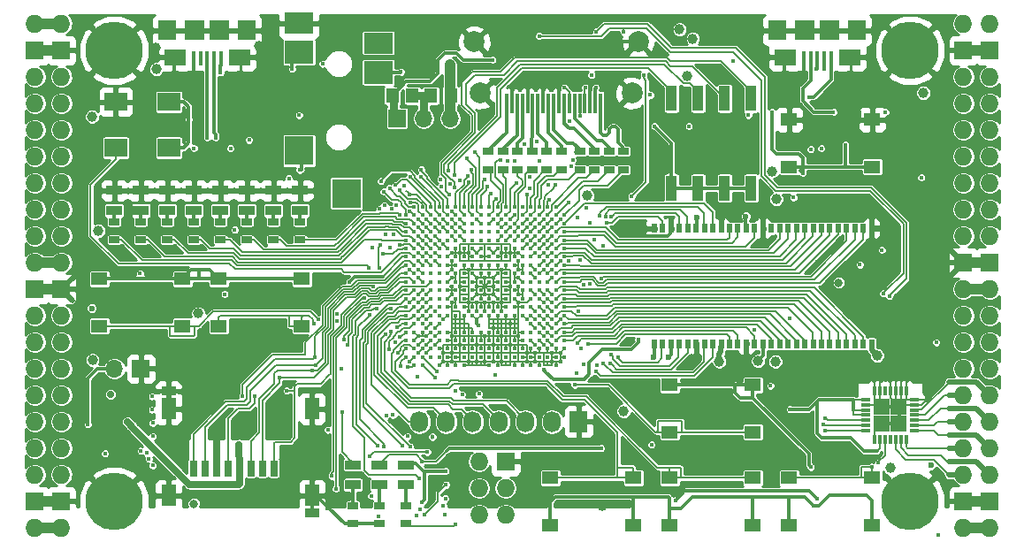
<source format=gtl>
G04 #@! TF.GenerationSoftware,KiCad,Pcbnew,5.0.0+dfsg1-2*
G04 #@! TF.CreationDate,2018-09-07T12:39:50+02:00*
G04 #@! TF.ProjectId,ulx3s,756C7833732E6B696361645F70636200,rev?*
G04 #@! TF.SameCoordinates,Original*
G04 #@! TF.FileFunction,Copper,L1,Top,Signal*
G04 #@! TF.FilePolarity,Positive*
%FSLAX46Y46*%
G04 Gerber Fmt 4.6, Leading zero omitted, Abs format (unit mm)*
G04 Created by KiCad (PCBNEW 5.0.0+dfsg1-2) date Fri Sep  7 12:39:50 2018*
%MOMM*%
%LPD*%
G01*
G04 APERTURE LIST*
G04 #@! TA.AperFunction,SMDPad,CuDef*
%ADD10R,1.625000X1.625000*%
G04 #@! TD*
G04 #@! TA.AperFunction,SMDPad,CuDef*
%ADD11R,0.300000X0.950000*%
G04 #@! TD*
G04 #@! TA.AperFunction,SMDPad,CuDef*
%ADD12R,0.950000X0.300000*%
G04 #@! TD*
G04 #@! TA.AperFunction,SMDPad,CuDef*
%ADD13R,1.800000X1.900000*%
G04 #@! TD*
G04 #@! TA.AperFunction,SMDPad,CuDef*
%ADD14R,0.400000X1.350000*%
G04 #@! TD*
G04 #@! TA.AperFunction,SMDPad,CuDef*
%ADD15R,1.900000X1.900000*%
G04 #@! TD*
G04 #@! TA.AperFunction,SMDPad,CuDef*
%ADD16R,2.100000X1.600000*%
G04 #@! TD*
G04 #@! TA.AperFunction,SMDPad,CuDef*
%ADD17R,1.120000X2.440000*%
G04 #@! TD*
G04 #@! TA.AperFunction,SMDPad,CuDef*
%ADD18R,2.800000X2.000000*%
G04 #@! TD*
G04 #@! TA.AperFunction,SMDPad,CuDef*
%ADD19R,2.800000X2.200000*%
G04 #@! TD*
G04 #@! TA.AperFunction,SMDPad,CuDef*
%ADD20R,2.800000X2.800000*%
G04 #@! TD*
G04 #@! TA.AperFunction,SMDPad,CuDef*
%ADD21R,0.300000X1.900000*%
G04 #@! TD*
G04 #@! TA.AperFunction,ComponentPad*
%ADD22C,2.000000*%
G04 #@! TD*
G04 #@! TA.AperFunction,BGAPad,CuDef*
%ADD23C,0.400000*%
G04 #@! TD*
G04 #@! TA.AperFunction,SMDPad,CuDef*
%ADD24R,0.700000X1.500000*%
G04 #@! TD*
G04 #@! TA.AperFunction,SMDPad,CuDef*
%ADD25R,1.450000X0.900000*%
G04 #@! TD*
G04 #@! TA.AperFunction,SMDPad,CuDef*
%ADD26R,1.450000X2.000000*%
G04 #@! TD*
G04 #@! TA.AperFunction,SMDPad,CuDef*
%ADD27R,2.200000X1.800000*%
G04 #@! TD*
G04 #@! TA.AperFunction,SMDPad,CuDef*
%ADD28R,0.560000X0.900000*%
G04 #@! TD*
G04 #@! TA.AperFunction,ComponentPad*
%ADD29R,1.727200X2.032000*%
G04 #@! TD*
G04 #@! TA.AperFunction,ComponentPad*
%ADD30O,1.727200X2.032000*%
G04 #@! TD*
G04 #@! TA.AperFunction,ComponentPad*
%ADD31O,1.727200X1.727200*%
G04 #@! TD*
G04 #@! TA.AperFunction,ComponentPad*
%ADD32R,1.727200X1.727200*%
G04 #@! TD*
G04 #@! TA.AperFunction,ComponentPad*
%ADD33C,5.500000*%
G04 #@! TD*
G04 #@! TA.AperFunction,SMDPad,CuDef*
%ADD34R,1.000000X0.670000*%
G04 #@! TD*
G04 #@! TA.AperFunction,SMDPad,CuDef*
%ADD35R,1.500000X0.970000*%
G04 #@! TD*
G04 #@! TA.AperFunction,ComponentPad*
%ADD36R,1.700000X1.700000*%
G04 #@! TD*
G04 #@! TA.AperFunction,ComponentPad*
%ADD37O,1.700000X1.700000*%
G04 #@! TD*
G04 #@! TA.AperFunction,SMDPad,CuDef*
%ADD38R,1.295000X1.400000*%
G04 #@! TD*
G04 #@! TA.AperFunction,SMDPad,CuDef*
%ADD39R,1.550000X1.300000*%
G04 #@! TD*
G04 #@! TA.AperFunction,ViaPad*
%ADD40C,2.000000*%
G04 #@! TD*
G04 #@! TA.AperFunction,ViaPad*
%ADD41C,0.419000*%
G04 #@! TD*
G04 #@! TA.AperFunction,ViaPad*
%ADD42C,0.600000*%
G04 #@! TD*
G04 #@! TA.AperFunction,ViaPad*
%ADD43C,1.000000*%
G04 #@! TD*
G04 #@! TA.AperFunction,ViaPad*
%ADD44C,0.800000*%
G04 #@! TD*
G04 #@! TA.AperFunction,ViaPad*
%ADD45C,0.700000*%
G04 #@! TD*
G04 #@! TA.AperFunction,ViaPad*
%ADD46C,0.454000*%
G04 #@! TD*
G04 #@! TA.AperFunction,Conductor*
%ADD47C,0.300000*%
G04 #@! TD*
G04 #@! TA.AperFunction,Conductor*
%ADD48C,0.127000*%
G04 #@! TD*
G04 #@! TA.AperFunction,Conductor*
%ADD49C,0.190000*%
G04 #@! TD*
G04 #@! TA.AperFunction,Conductor*
%ADD50C,0.500000*%
G04 #@! TD*
G04 #@! TA.AperFunction,Conductor*
%ADD51C,1.000000*%
G04 #@! TD*
G04 #@! TA.AperFunction,Conductor*
%ADD52C,0.700000*%
G04 #@! TD*
G04 #@! TA.AperFunction,Conductor*
%ADD53C,0.800000*%
G04 #@! TD*
G04 #@! TA.AperFunction,Conductor*
%ADD54C,0.140000*%
G04 #@! TD*
G04 #@! TA.AperFunction,Conductor*
%ADD55C,0.254000*%
G04 #@! TD*
G04 APERTURE END LIST*
D10*
G04 #@! TO.P,U8,29*
G04 #@! TO.N,GND*
X178097500Y-100967500D03*
X178097500Y-99342500D03*
X176472500Y-100967500D03*
X176472500Y-99342500D03*
D11*
G04 #@! TO.P,U8,28*
G04 #@! TO.N,GN15*
X178785000Y-102495000D03*
G04 #@! TO.P,U8,27*
G04 #@! TO.N,GP14*
X178285000Y-102495000D03*
G04 #@! TO.P,U8,26*
G04 #@! TO.N,GN14*
X177785000Y-102495000D03*
G04 #@! TO.P,U8,25*
G04 #@! TO.N,N/C*
X177285000Y-102495000D03*
G04 #@! TO.P,U8,24*
G04 #@! TO.N,ADC_MISO*
X176785000Y-102495000D03*
G04 #@! TO.P,U8,23*
G04 #@! TO.N,/analog/ADC3V3*
X176285000Y-102495000D03*
G04 #@! TO.P,U8,22*
G04 #@! TO.N,GND*
X175785000Y-102495000D03*
D12*
G04 #@! TO.P,U8,21*
G04 #@! TO.N,ADC_MOSI*
X174945000Y-101655000D03*
G04 #@! TO.P,U8,20*
G04 #@! TO.N,ADC_CSn*
X174945000Y-101155000D03*
G04 #@! TO.P,U8,19*
G04 #@! TO.N,ADC_SCLK*
X174945000Y-100655000D03*
G04 #@! TO.P,U8,18*
G04 #@! TO.N,/analog/ADC3V3*
X174945000Y-100155000D03*
G04 #@! TO.P,U8,17*
X174945000Y-99655000D03*
G04 #@! TO.P,U8,16*
G04 #@! TO.N,GND*
X174945000Y-99155000D03*
G04 #@! TO.P,U8,15*
G04 #@! TO.N,/analog/ADC3V3*
X174945000Y-98655000D03*
D11*
G04 #@! TO.P,U8,14*
G04 #@! TO.N,GND*
X175785000Y-97815000D03*
G04 #@! TO.P,U8,13*
X176285000Y-97815000D03*
G04 #@! TO.P,U8,12*
G04 #@! TO.N,N/C*
X176785000Y-97815000D03*
G04 #@! TO.P,U8,11*
G04 #@! TO.N,GND*
X177285000Y-97815000D03*
G04 #@! TO.P,U8,10*
X177785000Y-97815000D03*
G04 #@! TO.P,U8,9*
X178285000Y-97815000D03*
G04 #@! TO.P,U8,8*
X178785000Y-97815000D03*
D12*
G04 #@! TO.P,U8,7*
X179625000Y-98655000D03*
G04 #@! TO.P,U8,6*
X179625000Y-99155000D03*
G04 #@! TO.P,U8,5*
G04 #@! TO.N,GP17*
X179625000Y-99655000D03*
G04 #@! TO.P,U8,4*
G04 #@! TO.N,GN17*
X179625000Y-100155000D03*
G04 #@! TO.P,U8,3*
G04 #@! TO.N,GP16*
X179625000Y-100655000D03*
G04 #@! TO.P,U8,2*
G04 #@! TO.N,GN16*
X179625000Y-101155000D03*
G04 #@! TO.P,U8,1*
G04 #@! TO.N,GP15*
X179625000Y-101655000D03*
G04 #@! TD*
D13*
G04 #@! TO.P,US1,6*
G04 #@! TO.N,GND*
X108080000Y-63325000D03*
X115680000Y-63325000D03*
D14*
G04 #@! TO.P,US1,5*
X110580000Y-66000000D03*
G04 #@! TO.P,US1,4*
G04 #@! TO.N,N/C*
X111230000Y-66000000D03*
G04 #@! TO.P,US1,3*
G04 #@! TO.N,/usb/FTD+*
X111880000Y-66000000D03*
G04 #@! TO.P,US1,2*
G04 #@! TO.N,/usb/FTD-*
X112530000Y-66000000D03*
G04 #@! TO.P,US1,1*
G04 #@! TO.N,USB5V*
X113180000Y-66000000D03*
D15*
G04 #@! TO.P,US1,6*
G04 #@! TO.N,GND*
X110680000Y-63325000D03*
X113080000Y-63325000D03*
D16*
X108780000Y-65875000D03*
X114980000Y-65875000D03*
G04 #@! TD*
D17*
G04 #@! TO.P,SW1,8*
G04 #@! TO.N,SW1*
X156330000Y-69815000D03*
G04 #@! TO.P,SW1,4*
G04 #@! TO.N,/blinkey/SWPU*
X163950000Y-78425000D03*
G04 #@! TO.P,SW1,7*
G04 #@! TO.N,SW2*
X158870000Y-69815000D03*
G04 #@! TO.P,SW1,3*
G04 #@! TO.N,/blinkey/SWPU*
X161410000Y-78425000D03*
G04 #@! TO.P,SW1,6*
G04 #@! TO.N,SW3*
X161410000Y-69815000D03*
G04 #@! TO.P,SW1,2*
G04 #@! TO.N,/blinkey/SWPU*
X158870000Y-78425000D03*
G04 #@! TO.P,SW1,5*
G04 #@! TO.N,SW4*
X163950000Y-69815000D03*
G04 #@! TO.P,SW1,1*
G04 #@! TO.N,/blinkey/SWPU*
X156330000Y-78425000D03*
G04 #@! TD*
D18*
G04 #@! TO.P,AUDIO1,1*
G04 #@! TO.N,GND*
X120668000Y-62618000D03*
D19*
G04 #@! TO.P,AUDIO1,4*
G04 #@! TO.N,/analog/AUDIO_V*
X120668000Y-65418000D03*
D20*
G04 #@! TO.P,AUDIO1,2*
G04 #@! TO.N,/analog/AUDIO_L*
X120668000Y-74818000D03*
G04 #@! TO.P,AUDIO1,5*
G04 #@! TO.N,N/C*
X125218000Y-78918000D03*
D19*
G04 #@! TO.P,AUDIO1,3*
G04 #@! TO.N,/analog/AUDIO_R*
X128268000Y-67318000D03*
D18*
G04 #@! TO.P,AUDIO1,6*
G04 #@! TO.N,N/C*
X128268000Y-64518000D03*
G04 #@! TD*
D21*
G04 #@! TO.P,GPDI1,19*
G04 #@! TO.N,/gpdi/GPDI_ETH-*
X149546000Y-70312000D03*
G04 #@! TO.P,GPDI1,18*
G04 #@! TO.N,+5V*
X149046000Y-70312000D03*
G04 #@! TO.P,GPDI1,17*
G04 #@! TO.N,GND*
X148546000Y-70312000D03*
G04 #@! TO.P,GPDI1,16*
G04 #@! TO.N,GPDI_SDA*
X148046000Y-70312000D03*
G04 #@! TO.P,GPDI1,15*
G04 #@! TO.N,GPDI_SCL*
X147546000Y-70312000D03*
G04 #@! TO.P,GPDI1,14*
G04 #@! TO.N,/gpdi/GPDI_ETH+*
X147046000Y-70312000D03*
G04 #@! TO.P,GPDI1,13*
G04 #@! TO.N,GPDI_CEC*
X146546000Y-70312000D03*
G04 #@! TO.P,GPDI1,12*
G04 #@! TO.N,/gpdi/GPDI_CLK-*
X146046000Y-70312000D03*
G04 #@! TO.P,GPDI1,11*
G04 #@! TO.N,GND*
X145546000Y-70312000D03*
G04 #@! TO.P,GPDI1,10*
G04 #@! TO.N,/gpdi/GPDI_CLK+*
X145046000Y-70312000D03*
G04 #@! TO.P,GPDI1,9*
G04 #@! TO.N,/gpdi/GPDI_D0-*
X144546000Y-70312000D03*
G04 #@! TO.P,GPDI1,8*
G04 #@! TO.N,GND*
X144046000Y-70312000D03*
G04 #@! TO.P,GPDI1,7*
G04 #@! TO.N,/gpdi/GPDI_D0+*
X143546000Y-70312000D03*
G04 #@! TO.P,GPDI1,6*
G04 #@! TO.N,/gpdi/GPDI_D1-*
X143046000Y-70312000D03*
G04 #@! TO.P,GPDI1,5*
G04 #@! TO.N,GND*
X142546000Y-70312000D03*
G04 #@! TO.P,GPDI1,4*
G04 #@! TO.N,/gpdi/GPDI_D1+*
X142046000Y-70312000D03*
G04 #@! TO.P,GPDI1,3*
G04 #@! TO.N,/gpdi/GPDI_D2-*
X141546000Y-70312000D03*
G04 #@! TO.P,GPDI1,2*
G04 #@! TO.N,GND*
X141046000Y-70312000D03*
G04 #@! TO.P,GPDI1,1*
G04 #@! TO.N,/gpdi/GPDI_D2+*
X140546000Y-70312000D03*
D22*
G04 #@! TO.P,GPDI1,0*
G04 #@! TO.N,GND*
X152546000Y-69312000D03*
X138046000Y-69312000D03*
X153146000Y-64412000D03*
X137446000Y-64412000D03*
G04 #@! TD*
D23*
G04 #@! TO.P,U1,Y19*
G04 #@! TO.N,GND*
X145280000Y-95400000D03*
G04 #@! TO.P,U1,Y17*
X143680000Y-95400000D03*
G04 #@! TO.P,U1,Y16*
X142880000Y-95400000D03*
G04 #@! TO.P,U1,Y15*
X142080000Y-95400000D03*
G04 #@! TO.P,U1,Y14*
X141280000Y-95400000D03*
G04 #@! TO.P,U1,Y12*
X139680000Y-95400000D03*
G04 #@! TO.P,U1,Y11*
X138880000Y-95400000D03*
G04 #@! TO.P,U1,Y8*
X136480000Y-95400000D03*
G04 #@! TO.P,U1,Y7*
X135680000Y-95400000D03*
G04 #@! TO.P,U1,Y6*
X134880000Y-95400000D03*
G04 #@! TO.P,U1,Y5*
X134080000Y-95400000D03*
G04 #@! TO.P,U1,Y3*
G04 #@! TO.N,/flash/FPGA_DONE*
X132480000Y-95400000D03*
G04 #@! TO.P,U1,Y2*
G04 #@! TO.N,/flash/FLASH_nWP*
X131680000Y-95400000D03*
G04 #@! TO.P,U1,W20*
G04 #@! TO.N,GND*
X146080000Y-94600000D03*
G04 #@! TO.P,U1,W19*
X145280000Y-94600000D03*
G04 #@! TO.P,U1,W18*
G04 #@! TO.N,N/C*
X144480000Y-94600000D03*
G04 #@! TO.P,U1,W17*
X143680000Y-94600000D03*
G04 #@! TO.P,U1,W16*
G04 #@! TO.N,GND*
X142880000Y-94600000D03*
G04 #@! TO.P,U1,W15*
X142080000Y-94600000D03*
G04 #@! TO.P,U1,W14*
G04 #@! TO.N,N/C*
X141280000Y-94600000D03*
G04 #@! TO.P,U1,W13*
X140480000Y-94600000D03*
G04 #@! TO.P,U1,W12*
G04 #@! TO.N,GND*
X139680000Y-94600000D03*
G04 #@! TO.P,U1,W11*
G04 #@! TO.N,N/C*
X138880000Y-94600000D03*
G04 #@! TO.P,U1,W10*
X138080000Y-94600000D03*
G04 #@! TO.P,U1,W9*
X137280000Y-94600000D03*
G04 #@! TO.P,U1,W8*
X136480000Y-94600000D03*
G04 #@! TO.P,U1,W7*
G04 #@! TO.N,GND*
X135680000Y-94600000D03*
G04 #@! TO.P,U1,W6*
X134880000Y-94600000D03*
G04 #@! TO.P,U1,W5*
G04 #@! TO.N,N/C*
X134080000Y-94600000D03*
G04 #@! TO.P,U1,W4*
X133280000Y-94600000D03*
G04 #@! TO.P,U1,W3*
G04 #@! TO.N,/flash/FPGA_PROGRAMN*
X132480000Y-94600000D03*
G04 #@! TO.P,U1,W2*
G04 #@! TO.N,/flash/FLASH_MOSI*
X131680000Y-94600000D03*
G04 #@! TO.P,U1,W1*
G04 #@! TO.N,/flash/FLASH_nHOLD*
X130880000Y-94600000D03*
G04 #@! TO.P,U1,V20*
G04 #@! TO.N,GND*
X146080000Y-93800000D03*
G04 #@! TO.P,U1,V19*
X145280000Y-93800000D03*
G04 #@! TO.P,U1,V18*
X144480000Y-93800000D03*
G04 #@! TO.P,U1,V17*
X143680000Y-93800000D03*
G04 #@! TO.P,U1,V16*
X142880000Y-93800000D03*
G04 #@! TO.P,U1,V15*
X142080000Y-93800000D03*
G04 #@! TO.P,U1,V14*
X141280000Y-93800000D03*
G04 #@! TO.P,U1,V13*
X140480000Y-93800000D03*
G04 #@! TO.P,U1,V12*
X139680000Y-93800000D03*
G04 #@! TO.P,U1,V11*
X138880000Y-93800000D03*
G04 #@! TO.P,U1,V10*
X138080000Y-93800000D03*
G04 #@! TO.P,U1,V9*
X137280000Y-93800000D03*
G04 #@! TO.P,U1,V8*
X136480000Y-93800000D03*
G04 #@! TO.P,U1,V7*
X135680000Y-93800000D03*
G04 #@! TO.P,U1,V6*
X134880000Y-93800000D03*
G04 #@! TO.P,U1,V5*
X134080000Y-93800000D03*
G04 #@! TO.P,U1,V4*
G04 #@! TO.N,JTAG_TDO*
X133280000Y-93800000D03*
G04 #@! TO.P,U1,V3*
G04 #@! TO.N,/flash/FPGA_INITN*
X132480000Y-93800000D03*
G04 #@! TO.P,U1,V2*
G04 #@! TO.N,/flash/FLASH_MISO*
X131680000Y-93800000D03*
G04 #@! TO.P,U1,V1*
G04 #@! TO.N,BTN_D*
X130880000Y-93800000D03*
G04 #@! TO.P,U1,U20*
G04 #@! TO.N,SDRAM_D7*
X146080000Y-93000000D03*
G04 #@! TO.P,U1,U19*
G04 #@! TO.N,SDRAM_DQM0*
X145280000Y-93000000D03*
G04 #@! TO.P,U1,U18*
G04 #@! TO.N,GP14*
X144480000Y-93000000D03*
G04 #@! TO.P,U1,U17*
G04 #@! TO.N,GN14*
X143680000Y-93000000D03*
G04 #@! TO.P,U1,U16*
G04 #@! TO.N,ADC_MISO*
X142880000Y-93000000D03*
G04 #@! TO.P,U1,U15*
G04 #@! TO.N,GND*
X142080000Y-93000000D03*
G04 #@! TO.P,U1,U14*
X141280000Y-93000000D03*
G04 #@! TO.P,U1,U13*
X140480000Y-93000000D03*
G04 #@! TO.P,U1,U12*
X139680000Y-93000000D03*
G04 #@! TO.P,U1,U11*
X138880000Y-93000000D03*
G04 #@! TO.P,U1,U10*
X138080000Y-93000000D03*
G04 #@! TO.P,U1,U9*
X137280000Y-93000000D03*
G04 #@! TO.P,U1,U8*
X136480000Y-93000000D03*
G04 #@! TO.P,U1,U7*
X135680000Y-93000000D03*
G04 #@! TO.P,U1,U6*
X134880000Y-93000000D03*
G04 #@! TO.P,U1,U5*
G04 #@! TO.N,JTAG_TMS*
X134080000Y-93000000D03*
G04 #@! TO.P,U1,U4*
G04 #@! TO.N,GND*
X133280000Y-93000000D03*
G04 #@! TO.P,U1,U3*
G04 #@! TO.N,/flash/FLASH_SCK*
X132480000Y-93000000D03*
G04 #@! TO.P,U1,U2*
G04 #@! TO.N,+3V3*
X131680000Y-93000000D03*
G04 #@! TO.P,U1,U1*
G04 #@! TO.N,BTN_L*
X130880000Y-93000000D03*
G04 #@! TO.P,U1,T20*
G04 #@! TO.N,SDRAM_nWE*
X146080000Y-92200000D03*
G04 #@! TO.P,U1,T19*
G04 #@! TO.N,SDRAM_nCAS*
X145280000Y-92200000D03*
G04 #@! TO.P,U1,T18*
G04 #@! TO.N,SDRAM_D5*
X144480000Y-92200000D03*
G04 #@! TO.P,U1,T17*
G04 #@! TO.N,SDRAM_D6*
X143680000Y-92200000D03*
G04 #@! TO.P,U1,T16*
G04 #@! TO.N,N/C*
X142880000Y-92200000D03*
G04 #@! TO.P,U1,T15*
G04 #@! TO.N,GND*
X142080000Y-92200000D03*
G04 #@! TO.P,U1,T14*
X141280000Y-92200000D03*
G04 #@! TO.P,U1,T13*
X140480000Y-92200000D03*
G04 #@! TO.P,U1,T12*
X139680000Y-92200000D03*
G04 #@! TO.P,U1,T11*
X138880000Y-92200000D03*
G04 #@! TO.P,U1,T10*
X138080000Y-92200000D03*
G04 #@! TO.P,U1,T9*
X137280000Y-92200000D03*
G04 #@! TO.P,U1,T8*
X136480000Y-92200000D03*
G04 #@! TO.P,U1,T7*
X135680000Y-92200000D03*
G04 #@! TO.P,U1,T6*
X134880000Y-92200000D03*
G04 #@! TO.P,U1,T5*
G04 #@! TO.N,JTAG_TCK*
X134080000Y-92200000D03*
G04 #@! TO.P,U1,T4*
G04 #@! TO.N,+3V3*
X133280000Y-92200000D03*
G04 #@! TO.P,U1,T3*
X132480000Y-92200000D03*
G04 #@! TO.P,U1,T2*
X131680000Y-92200000D03*
G04 #@! TO.P,U1,T1*
G04 #@! TO.N,BTN_F2*
X130880000Y-92200000D03*
G04 #@! TO.P,U1,R20*
G04 #@! TO.N,SDRAM_nRAS*
X146080000Y-91400000D03*
G04 #@! TO.P,U1,R19*
G04 #@! TO.N,GND*
X145280000Y-91400000D03*
G04 #@! TO.P,U1,R18*
G04 #@! TO.N,BTN_U*
X144480000Y-91400000D03*
G04 #@! TO.P,U1,R17*
G04 #@! TO.N,ADC_CSn*
X143680000Y-91400000D03*
G04 #@! TO.P,U1,R16*
G04 #@! TO.N,ADC_MOSI*
X142880000Y-91400000D03*
G04 #@! TO.P,U1,R5*
G04 #@! TO.N,JTAG_TDI*
X134080000Y-91400000D03*
G04 #@! TO.P,U1,R4*
G04 #@! TO.N,GND*
X133280000Y-91400000D03*
G04 #@! TO.P,U1,R3*
G04 #@! TO.N,N/C*
X132480000Y-91400000D03*
G04 #@! TO.P,U1,R2*
G04 #@! TO.N,/flash/FLASH_nCS*
X131680000Y-91400000D03*
G04 #@! TO.P,U1,R1*
G04 #@! TO.N,BTN_F1*
X130880000Y-91400000D03*
G04 #@! TO.P,U1,P20*
G04 #@! TO.N,SDRAM_nCS*
X146080000Y-90600000D03*
G04 #@! TO.P,U1,P19*
G04 #@! TO.N,SDRAM_BA0*
X145280000Y-90600000D03*
G04 #@! TO.P,U1,P18*
G04 #@! TO.N,SDRAM_D4*
X144480000Y-90600000D03*
G04 #@! TO.P,U1,P17*
G04 #@! TO.N,ADC_SCLK*
X143680000Y-90600000D03*
G04 #@! TO.P,U1,P16*
G04 #@! TO.N,GN15*
X142880000Y-90600000D03*
G04 #@! TO.P,U1,P15*
G04 #@! TO.N,+2V5*
X142080000Y-90600000D03*
G04 #@! TO.P,U1,P14*
G04 #@! TO.N,GND*
X141280000Y-90600000D03*
G04 #@! TO.P,U1,P13*
X140480000Y-90600000D03*
G04 #@! TO.P,U1,P12*
X139680000Y-90600000D03*
G04 #@! TO.P,U1,P11*
X138880000Y-90600000D03*
G04 #@! TO.P,U1,P10*
G04 #@! TO.N,+3V3*
X138080000Y-90600000D03*
G04 #@! TO.P,U1,P9*
X137280000Y-90600000D03*
G04 #@! TO.P,U1,P8*
G04 #@! TO.N,GND*
X136480000Y-90600000D03*
G04 #@! TO.P,U1,P7*
X135680000Y-90600000D03*
G04 #@! TO.P,U1,P6*
G04 #@! TO.N,+2V5*
X134880000Y-90600000D03*
G04 #@! TO.P,U1,P5*
G04 #@! TO.N,N/C*
X134080000Y-90600000D03*
G04 #@! TO.P,U1,P4*
G04 #@! TO.N,OLED_CLK*
X133280000Y-90600000D03*
G04 #@! TO.P,U1,P3*
G04 #@! TO.N,OLED_MOSI*
X132480000Y-90600000D03*
G04 #@! TO.P,U1,P2*
G04 #@! TO.N,OLED_RES*
X131680000Y-90600000D03*
G04 #@! TO.P,U1,P1*
G04 #@! TO.N,OLED_DC*
X130880000Y-90600000D03*
G04 #@! TO.P,U1,N20*
G04 #@! TO.N,SDRAM_BA1*
X146080000Y-89800000D03*
G04 #@! TO.P,U1,N19*
G04 #@! TO.N,SDRAM_A10*
X145280000Y-89800000D03*
G04 #@! TO.P,U1,N18*
G04 #@! TO.N,SDRAM_D3*
X144480000Y-89800000D03*
G04 #@! TO.P,U1,N17*
G04 #@! TO.N,GP15*
X143680000Y-89800000D03*
G04 #@! TO.P,U1,N16*
G04 #@! TO.N,GP16*
X142880000Y-89800000D03*
G04 #@! TO.P,U1,N15*
G04 #@! TO.N,GND*
X142080000Y-89800000D03*
G04 #@! TO.P,U1,N14*
X141280000Y-89800000D03*
G04 #@! TO.P,U1,N13*
G04 #@! TO.N,+1V1*
X140480000Y-89800000D03*
G04 #@! TO.P,U1,N12*
X139680000Y-89800000D03*
G04 #@! TO.P,U1,N11*
X138880000Y-89800000D03*
G04 #@! TO.P,U1,N10*
X138080000Y-89800000D03*
G04 #@! TO.P,U1,N9*
X137280000Y-89800000D03*
G04 #@! TO.P,U1,N8*
X136480000Y-89800000D03*
G04 #@! TO.P,U1,N7*
G04 #@! TO.N,GND*
X135680000Y-89800000D03*
G04 #@! TO.P,U1,N6*
X134880000Y-89800000D03*
G04 #@! TO.P,U1,N5*
G04 #@! TO.N,N/C*
X134080000Y-89800000D03*
G04 #@! TO.P,U1,N4*
G04 #@! TO.N,WIFI_GPIO5*
X133280000Y-89800000D03*
G04 #@! TO.P,U1,N3*
G04 #@! TO.N,WIFI_GPIO17*
X132480000Y-89800000D03*
G04 #@! TO.P,U1,N2*
G04 #@! TO.N,OLED_CS*
X131680000Y-89800000D03*
G04 #@! TO.P,U1,N1*
G04 #@! TO.N,FTDI_nDTR*
X130880000Y-89800000D03*
G04 #@! TO.P,U1,M20*
G04 #@! TO.N,SDRAM_A0*
X146080000Y-89000000D03*
G04 #@! TO.P,U1,M19*
G04 #@! TO.N,SDRAM_A1*
X145280000Y-89000000D03*
G04 #@! TO.P,U1,M18*
G04 #@! TO.N,SDRAM_D2*
X144480000Y-89000000D03*
G04 #@! TO.P,U1,M17*
G04 #@! TO.N,GN16*
X143680000Y-89000000D03*
G04 #@! TO.P,U1,M16*
G04 #@! TO.N,GND*
X142880000Y-89000000D03*
G04 #@! TO.P,U1,M15*
G04 #@! TO.N,+3V3*
X142080000Y-89000000D03*
G04 #@! TO.P,U1,M14*
G04 #@! TO.N,GND*
X141280000Y-89000000D03*
G04 #@! TO.P,U1,M13*
G04 #@! TO.N,+1V1*
X140480000Y-89000000D03*
G04 #@! TO.P,U1,M12*
G04 #@! TO.N,GND*
X139680000Y-89000000D03*
G04 #@! TO.P,U1,M11*
X138880000Y-89000000D03*
G04 #@! TO.P,U1,M10*
X138080000Y-89000000D03*
G04 #@! TO.P,U1,M9*
X137280000Y-89000000D03*
G04 #@! TO.P,U1,M8*
G04 #@! TO.N,+1V1*
X136480000Y-89000000D03*
G04 #@! TO.P,U1,M7*
G04 #@! TO.N,GND*
X135680000Y-89000000D03*
G04 #@! TO.P,U1,M6*
G04 #@! TO.N,+3V3*
X134880000Y-89000000D03*
G04 #@! TO.P,U1,M5*
G04 #@! TO.N,N/C*
X134080000Y-89000000D03*
G04 #@! TO.P,U1,M4*
G04 #@! TO.N,USER_PROGRAMN*
X133280000Y-89000000D03*
G04 #@! TO.P,U1,M3*
G04 #@! TO.N,FTDI_nRTS*
X132480000Y-89000000D03*
G04 #@! TO.P,U1,M2*
G04 #@! TO.N,GND*
X131680000Y-89000000D03*
G04 #@! TO.P,U1,M1*
G04 #@! TO.N,FTDI_TXD*
X130880000Y-89000000D03*
G04 #@! TO.P,U1,L20*
G04 #@! TO.N,SDRAM_A2*
X146080000Y-88200000D03*
G04 #@! TO.P,U1,L19*
G04 #@! TO.N,SDRAM_A3*
X145280000Y-88200000D03*
G04 #@! TO.P,U1,L18*
G04 #@! TO.N,SDRAM_D1*
X144480000Y-88200000D03*
G04 #@! TO.P,U1,L17*
G04 #@! TO.N,GN17*
X143680000Y-88200000D03*
G04 #@! TO.P,U1,L16*
G04 #@! TO.N,GP17*
X142880000Y-88200000D03*
G04 #@! TO.P,U1,L15*
G04 #@! TO.N,+3V3*
X142080000Y-88200000D03*
G04 #@! TO.P,U1,L14*
X141280000Y-88200000D03*
G04 #@! TO.P,U1,L13*
G04 #@! TO.N,+1V1*
X140480000Y-88200000D03*
G04 #@! TO.P,U1,L12*
G04 #@! TO.N,GND*
X139680000Y-88200000D03*
G04 #@! TO.P,U1,L11*
X138880000Y-88200000D03*
G04 #@! TO.P,U1,L10*
X138080000Y-88200000D03*
G04 #@! TO.P,U1,L9*
X137280000Y-88200000D03*
G04 #@! TO.P,U1,L8*
G04 #@! TO.N,+1V1*
X136480000Y-88200000D03*
G04 #@! TO.P,U1,L7*
G04 #@! TO.N,+3V3*
X135680000Y-88200000D03*
G04 #@! TO.P,U1,L6*
X134880000Y-88200000D03*
G04 #@! TO.P,U1,L5*
G04 #@! TO.N,N/C*
X134080000Y-88200000D03*
G04 #@! TO.P,U1,L4*
G04 #@! TO.N,FTDI_RXD*
X133280000Y-88200000D03*
G04 #@! TO.P,U1,L3*
G04 #@! TO.N,FTDI_TXDEN*
X132480000Y-88200000D03*
G04 #@! TO.P,U1,L2*
G04 #@! TO.N,WIFI_GPIO0*
X131680000Y-88200000D03*
G04 #@! TO.P,U1,L1*
G04 #@! TO.N,WIFI_GPIO16*
X130880000Y-88200000D03*
G04 #@! TO.P,U1,K20*
G04 #@! TO.N,SDRAM_A4*
X146080000Y-87400000D03*
G04 #@! TO.P,U1,K19*
G04 #@! TO.N,SDRAM_A5*
X145280000Y-87400000D03*
G04 #@! TO.P,U1,K18*
G04 #@! TO.N,SDRAM_A6*
X144480000Y-87400000D03*
G04 #@! TO.P,U1,K17*
G04 #@! TO.N,N/C*
X143680000Y-87400000D03*
G04 #@! TO.P,U1,K16*
X142880000Y-87400000D03*
G04 #@! TO.P,U1,K15*
G04 #@! TO.N,GND*
X142080000Y-87400000D03*
G04 #@! TO.P,U1,K14*
X141280000Y-87400000D03*
G04 #@! TO.P,U1,K13*
G04 #@! TO.N,+1V1*
X140480000Y-87400000D03*
G04 #@! TO.P,U1,K12*
G04 #@! TO.N,GND*
X139680000Y-87400000D03*
G04 #@! TO.P,U1,K11*
X138880000Y-87400000D03*
G04 #@! TO.P,U1,K10*
X138080000Y-87400000D03*
G04 #@! TO.P,U1,K9*
X137280000Y-87400000D03*
G04 #@! TO.P,U1,K8*
G04 #@! TO.N,+1V1*
X136480000Y-87400000D03*
G04 #@! TO.P,U1,K7*
G04 #@! TO.N,GND*
X135680000Y-87400000D03*
G04 #@! TO.P,U1,K6*
X134880000Y-87400000D03*
G04 #@! TO.P,U1,K5*
G04 #@! TO.N,N/C*
X134080000Y-87400000D03*
G04 #@! TO.P,U1,K4*
G04 #@! TO.N,WIFI_TXD*
X133280000Y-87400000D03*
G04 #@! TO.P,U1,K3*
G04 #@! TO.N,WIFI_RXD*
X132480000Y-87400000D03*
G04 #@! TO.P,U1,K2*
G04 #@! TO.N,SD_D3*
X131680000Y-87400000D03*
G04 #@! TO.P,U1,K1*
G04 #@! TO.N,SD_D2*
X130880000Y-87400000D03*
G04 #@! TO.P,U1,J20*
G04 #@! TO.N,SDRAM_A7*
X146080000Y-86600000D03*
G04 #@! TO.P,U1,J19*
G04 #@! TO.N,SDRAM_A8*
X145280000Y-86600000D03*
G04 #@! TO.P,U1,J18*
G04 #@! TO.N,SDRAM_D14*
X144480000Y-86600000D03*
G04 #@! TO.P,U1,J17*
G04 #@! TO.N,SDRAM_D15*
X143680000Y-86600000D03*
G04 #@! TO.P,U1,J16*
G04 #@! TO.N,SDRAM_D0*
X142880000Y-86600000D03*
G04 #@! TO.P,U1,J15*
G04 #@! TO.N,+3V3*
X142080000Y-86600000D03*
G04 #@! TO.P,U1,J14*
G04 #@! TO.N,GND*
X141280000Y-86600000D03*
G04 #@! TO.P,U1,J13*
G04 #@! TO.N,+1V1*
X140480000Y-86600000D03*
G04 #@! TO.P,U1,J12*
G04 #@! TO.N,GND*
X139680000Y-86600000D03*
G04 #@! TO.P,U1,J11*
X138880000Y-86600000D03*
G04 #@! TO.P,U1,J10*
X138080000Y-86600000D03*
G04 #@! TO.P,U1,J9*
X137280000Y-86600000D03*
G04 #@! TO.P,U1,J8*
G04 #@! TO.N,+1V1*
X136480000Y-86600000D03*
G04 #@! TO.P,U1,J7*
G04 #@! TO.N,GND*
X135680000Y-86600000D03*
G04 #@! TO.P,U1,J6*
G04 #@! TO.N,2V5_3V3*
X134880000Y-86600000D03*
G04 #@! TO.P,U1,J5*
G04 #@! TO.N,N/C*
X134080000Y-86600000D03*
G04 #@! TO.P,U1,J4*
X133280000Y-86600000D03*
G04 #@! TO.P,U1,J3*
G04 #@! TO.N,SD_D0*
X132480000Y-86600000D03*
G04 #@! TO.P,U1,J2*
G04 #@! TO.N,GND*
X131680000Y-86600000D03*
G04 #@! TO.P,U1,J1*
G04 #@! TO.N,SD_CMD*
X130880000Y-86600000D03*
G04 #@! TO.P,U1,H20*
G04 #@! TO.N,SDRAM_A9*
X146080000Y-85800000D03*
G04 #@! TO.P,U1,H19*
G04 #@! TO.N,GND*
X145280000Y-85800000D03*
G04 #@! TO.P,U1,H18*
G04 #@! TO.N,GP18*
X144480000Y-85800000D03*
G04 #@! TO.P,U1,H17*
G04 #@! TO.N,GN18*
X143680000Y-85800000D03*
G04 #@! TO.P,U1,H16*
G04 #@! TO.N,BTN_R*
X142880000Y-85800000D03*
G04 #@! TO.P,U1,H15*
G04 #@! TO.N,+3V3*
X142080000Y-85800000D03*
G04 #@! TO.P,U1,H14*
X141280000Y-85800000D03*
G04 #@! TO.P,U1,H13*
G04 #@! TO.N,+1V1*
X140480000Y-85800000D03*
G04 #@! TO.P,U1,H12*
X139680000Y-85800000D03*
G04 #@! TO.P,U1,H11*
X138880000Y-85800000D03*
G04 #@! TO.P,U1,H10*
X138080000Y-85800000D03*
G04 #@! TO.P,U1,H9*
X137280000Y-85800000D03*
G04 #@! TO.P,U1,H8*
X136480000Y-85800000D03*
G04 #@! TO.P,U1,H7*
G04 #@! TO.N,2V5_3V3*
X135680000Y-85800000D03*
G04 #@! TO.P,U1,H6*
X134880000Y-85800000D03*
G04 #@! TO.P,U1,H5*
G04 #@! TO.N,AUDIO_V0*
X134080000Y-85800000D03*
G04 #@! TO.P,U1,H4*
G04 #@! TO.N,GP13*
X133280000Y-85800000D03*
G04 #@! TO.P,U1,H3*
G04 #@! TO.N,LED7*
X132480000Y-85800000D03*
G04 #@! TO.P,U1,H2*
G04 #@! TO.N,SD_CLK*
X131680000Y-85800000D03*
G04 #@! TO.P,U1,H1*
G04 #@! TO.N,SD_D1*
X130880000Y-85800000D03*
G04 #@! TO.P,U1,G20*
G04 #@! TO.N,SDRAM_A11*
X146080000Y-85000000D03*
G04 #@! TO.P,U1,G19*
G04 #@! TO.N,SDRAM_A12*
X145280000Y-85000000D03*
G04 #@! TO.P,U1,G18*
G04 #@! TO.N,GN19*
X144480000Y-85000000D03*
G04 #@! TO.P,U1,G17*
G04 #@! TO.N,GND*
X143680000Y-85000000D03*
G04 #@! TO.P,U1,G16*
G04 #@! TO.N,SHUTDOWN*
X142880000Y-85000000D03*
G04 #@! TO.P,U1,G15*
G04 #@! TO.N,GND*
X142080000Y-85000000D03*
G04 #@! TO.P,U1,G14*
X141280000Y-85000000D03*
G04 #@! TO.P,U1,G13*
X140480000Y-85000000D03*
G04 #@! TO.P,U1,G12*
X139680000Y-85000000D03*
G04 #@! TO.P,U1,G11*
X138880000Y-85000000D03*
G04 #@! TO.P,U1,G10*
X138080000Y-85000000D03*
G04 #@! TO.P,U1,G9*
X137280000Y-85000000D03*
G04 #@! TO.P,U1,G8*
X136480000Y-85000000D03*
G04 #@! TO.P,U1,G7*
X135680000Y-85000000D03*
G04 #@! TO.P,U1,G6*
X134880000Y-85000000D03*
G04 #@! TO.P,U1,G5*
G04 #@! TO.N,GN13*
X134080000Y-85000000D03*
G04 #@! TO.P,U1,G4*
G04 #@! TO.N,GND*
X133280000Y-85000000D03*
G04 #@! TO.P,U1,G3*
G04 #@! TO.N,GP12*
X132480000Y-85000000D03*
G04 #@! TO.P,U1,G2*
G04 #@! TO.N,CLK_25MHz*
X131680000Y-85000000D03*
G04 #@! TO.P,U1,G1*
G04 #@! TO.N,/usb/ANT_433MHz*
X130880000Y-85000000D03*
G04 #@! TO.P,U1,F20*
G04 #@! TO.N,SDRAM_CKE*
X146080000Y-84200000D03*
G04 #@! TO.P,U1,F19*
G04 #@! TO.N,SDRAM_CLK*
X145280000Y-84200000D03*
G04 #@! TO.P,U1,F18*
G04 #@! TO.N,SDRAM_D13*
X144480000Y-84200000D03*
G04 #@! TO.P,U1,F17*
G04 #@! TO.N,GP19*
X143680000Y-84200000D03*
G04 #@! TO.P,U1,F16*
G04 #@! TO.N,USB_FPGA_D-*
X142880000Y-84200000D03*
G04 #@! TO.P,U1,F15*
G04 #@! TO.N,+2V5*
X142080000Y-84200000D03*
G04 #@! TO.P,U1,F14*
G04 #@! TO.N,GND*
X141280000Y-84200000D03*
G04 #@! TO.P,U1,F13*
X140480000Y-84200000D03*
G04 #@! TO.P,U1,F12*
G04 #@! TO.N,+3V3*
X139680000Y-84200000D03*
G04 #@! TO.P,U1,F11*
X138880000Y-84200000D03*
G04 #@! TO.P,U1,F10*
G04 #@! TO.N,2V5_3V3*
X138080000Y-84200000D03*
G04 #@! TO.P,U1,F9*
X137280000Y-84200000D03*
G04 #@! TO.P,U1,F8*
G04 #@! TO.N,GND*
X136480000Y-84200000D03*
G04 #@! TO.P,U1,F7*
X135680000Y-84200000D03*
G04 #@! TO.P,U1,F6*
G04 #@! TO.N,+2V5*
X134880000Y-84200000D03*
G04 #@! TO.P,U1,F5*
G04 #@! TO.N,AUDIO_V2*
X134080000Y-84200000D03*
G04 #@! TO.P,U1,F4*
G04 #@! TO.N,GP11*
X133280000Y-84200000D03*
G04 #@! TO.P,U1,F3*
G04 #@! TO.N,GN12*
X132480000Y-84200000D03*
G04 #@! TO.P,U1,F2*
G04 #@! TO.N,AUDIO_V1*
X131680000Y-84200000D03*
G04 #@! TO.P,U1,F1*
G04 #@! TO.N,WIFI_EN*
X130880000Y-84200000D03*
G04 #@! TO.P,U1,E20*
G04 #@! TO.N,SDRAM_DQM1*
X146080000Y-83400000D03*
G04 #@! TO.P,U1,E19*
G04 #@! TO.N,SDRAM_D8*
X145280000Y-83400000D03*
G04 #@! TO.P,U1,E18*
G04 #@! TO.N,SDRAM_D12*
X144480000Y-83400000D03*
G04 #@! TO.P,U1,E17*
G04 #@! TO.N,GN20*
X143680000Y-83400000D03*
G04 #@! TO.P,U1,E16*
G04 #@! TO.N,USB_FPGA_D+*
X142880000Y-83400000D03*
G04 #@! TO.P,U1,E15*
G04 #@! TO.N,USB_FPGA_D-*
X142080000Y-83400000D03*
G04 #@! TO.P,U1,E14*
G04 #@! TO.N,GN25*
X141280000Y-83400000D03*
G04 #@! TO.P,U1,E13*
G04 #@! TO.N,GN27*
X140480000Y-83400000D03*
G04 #@! TO.P,U1,E12*
G04 #@! TO.N,FPDI_SCL*
X139680000Y-83400000D03*
G04 #@! TO.P,U1,E11*
G04 #@! TO.N,N/C*
X138880000Y-83400000D03*
G04 #@! TO.P,U1,E10*
X138080000Y-83400000D03*
G04 #@! TO.P,U1,E9*
X137280000Y-83400000D03*
G04 #@! TO.P,U1,E8*
G04 #@! TO.N,SW1*
X136480000Y-83400000D03*
G04 #@! TO.P,U1,E7*
G04 #@! TO.N,SW4*
X135680000Y-83400000D03*
G04 #@! TO.P,U1,E6*
G04 #@! TO.N,N/C*
X134880000Y-83400000D03*
G04 #@! TO.P,U1,E5*
G04 #@! TO.N,AUDIO_V3*
X134080000Y-83400000D03*
G04 #@! TO.P,U1,E4*
G04 #@! TO.N,AUDIO_L0*
X133280000Y-83400000D03*
G04 #@! TO.P,U1,E3*
G04 #@! TO.N,GN11*
X132480000Y-83400000D03*
G04 #@! TO.P,U1,E2*
G04 #@! TO.N,LED5*
X131680000Y-83400000D03*
G04 #@! TO.P,U1,E1*
G04 #@! TO.N,LED6*
X130880000Y-83400000D03*
G04 #@! TO.P,U1,D20*
G04 #@! TO.N,SDRAM_D9*
X146080000Y-82600000D03*
G04 #@! TO.P,U1,D19*
G04 #@! TO.N,SDRAM_D10*
X145280000Y-82600000D03*
G04 #@! TO.P,U1,D18*
G04 #@! TO.N,GP20*
X144480000Y-82600000D03*
G04 #@! TO.P,U1,D17*
G04 #@! TO.N,GN21*
X143680000Y-82600000D03*
G04 #@! TO.P,U1,D16*
G04 #@! TO.N,GN24*
X142880000Y-82600000D03*
G04 #@! TO.P,U1,D15*
G04 #@! TO.N,USB_FPGA_D+*
X142080000Y-82600000D03*
G04 #@! TO.P,U1,D14*
G04 #@! TO.N,GP25*
X141280000Y-82600000D03*
G04 #@! TO.P,U1,D13*
G04 #@! TO.N,GP27*
X140480000Y-82600000D03*
G04 #@! TO.P,U1,D12*
G04 #@! TO.N,N/C*
X139680000Y-82600000D03*
G04 #@! TO.P,U1,D11*
X138880000Y-82600000D03*
G04 #@! TO.P,U1,D10*
X138080000Y-82600000D03*
G04 #@! TO.P,U1,D9*
X137280000Y-82600000D03*
G04 #@! TO.P,U1,D8*
G04 #@! TO.N,SW2*
X136480000Y-82600000D03*
G04 #@! TO.P,U1,D7*
G04 #@! TO.N,SW3*
X135680000Y-82600000D03*
G04 #@! TO.P,U1,D6*
G04 #@! TO.N,BTN_PWRn*
X134880000Y-82600000D03*
G04 #@! TO.P,U1,D5*
G04 #@! TO.N,AUDIO_R2*
X134080000Y-82600000D03*
G04 #@! TO.P,U1,D4*
G04 #@! TO.N,GND*
X133280000Y-82600000D03*
G04 #@! TO.P,U1,D3*
G04 #@! TO.N,AUDIO_L1*
X132480000Y-82600000D03*
G04 #@! TO.P,U1,D2*
G04 #@! TO.N,LED3*
X131680000Y-82600000D03*
G04 #@! TO.P,U1,D1*
G04 #@! TO.N,LED4*
X130880000Y-82600000D03*
G04 #@! TO.P,U1,C20*
G04 #@! TO.N,SDRAM_D11*
X146080000Y-81800000D03*
G04 #@! TO.P,U1,C19*
G04 #@! TO.N,GND*
X145280000Y-81800000D03*
G04 #@! TO.P,U1,C18*
G04 #@! TO.N,GP21*
X144480000Y-81800000D03*
G04 #@! TO.P,U1,C17*
G04 #@! TO.N,GN23*
X143680000Y-81800000D03*
G04 #@! TO.P,U1,C16*
G04 #@! TO.N,GP24*
X142880000Y-81800000D03*
G04 #@! TO.P,U1,C15*
G04 #@! TO.N,GN22*
X142080000Y-81800000D03*
G04 #@! TO.P,U1,C14*
G04 #@! TO.N,FPDI_D1-*
X141280000Y-81800000D03*
G04 #@! TO.P,U1,C13*
G04 #@! TO.N,GN26*
X140480000Y-81800000D03*
G04 #@! TO.P,U1,C12*
G04 #@! TO.N,USB_FPGA_PULL_D-*
X139680000Y-81800000D03*
G04 #@! TO.P,U1,C11*
G04 #@! TO.N,GN0*
X138880000Y-81800000D03*
G04 #@! TO.P,U1,C10*
G04 #@! TO.N,GN3*
X138080000Y-81800000D03*
G04 #@! TO.P,U1,C9*
G04 #@! TO.N,N/C*
X137280000Y-81800000D03*
G04 #@! TO.P,U1,C8*
G04 #@! TO.N,GP5*
X136480000Y-81800000D03*
G04 #@! TO.P,U1,C7*
G04 #@! TO.N,GN6*
X135680000Y-81800000D03*
G04 #@! TO.P,U1,C6*
G04 #@! TO.N,GP6*
X134880000Y-81800000D03*
G04 #@! TO.P,U1,C5*
G04 #@! TO.N,AUDIO_R3*
X134080000Y-81800000D03*
G04 #@! TO.P,U1,C4*
G04 #@! TO.N,GP10*
X133280000Y-81800000D03*
G04 #@! TO.P,U1,C3*
G04 #@! TO.N,AUDIO_L2*
X132480000Y-81800000D03*
G04 #@! TO.P,U1,C2*
G04 #@! TO.N,LED1*
X131680000Y-81800000D03*
G04 #@! TO.P,U1,C1*
G04 #@! TO.N,LED2*
X130880000Y-81800000D03*
G04 #@! TO.P,U1,B20*
G04 #@! TO.N,FPDI_ETH-*
X146080000Y-81000000D03*
G04 #@! TO.P,U1,B19*
G04 #@! TO.N,FPDI_SDA*
X145280000Y-81000000D03*
G04 #@! TO.P,U1,B18*
G04 #@! TO.N,FPDI_CLK-*
X144480000Y-81000000D03*
G04 #@! TO.P,U1,B17*
G04 #@! TO.N,GP23*
X143680000Y-81000000D03*
G04 #@! TO.P,U1,B16*
G04 #@! TO.N,FPDI_D0-*
X142880000Y-81000000D03*
G04 #@! TO.P,U1,B15*
G04 #@! TO.N,GP22*
X142080000Y-81000000D03*
G04 #@! TO.P,U1,B14*
G04 #@! TO.N,GND*
X141280000Y-81000000D03*
G04 #@! TO.P,U1,B13*
G04 #@! TO.N,GP26*
X140480000Y-81000000D03*
G04 #@! TO.P,U1,B12*
G04 #@! TO.N,USB_FPGA_PULL_D+*
X139680000Y-81000000D03*
G04 #@! TO.P,U1,B11*
G04 #@! TO.N,GP0*
X138880000Y-81000000D03*
G04 #@! TO.P,U1,B10*
G04 #@! TO.N,GN2*
X138080000Y-81000000D03*
G04 #@! TO.P,U1,B9*
G04 #@! TO.N,GP3*
X137280000Y-81000000D03*
G04 #@! TO.P,U1,B8*
G04 #@! TO.N,GN5*
X136480000Y-81000000D03*
G04 #@! TO.P,U1,B7*
G04 #@! TO.N,GND*
X135680000Y-81000000D03*
G04 #@! TO.P,U1,B6*
G04 #@! TO.N,GN7*
X134880000Y-81000000D03*
G04 #@! TO.P,U1,B5*
G04 #@! TO.N,AUDIO_R1*
X134080000Y-81000000D03*
G04 #@! TO.P,U1,B4*
G04 #@! TO.N,GN10*
X133280000Y-81000000D03*
G04 #@! TO.P,U1,B3*
G04 #@! TO.N,AUDIO_L3*
X132480000Y-81000000D03*
G04 #@! TO.P,U1,B2*
G04 #@! TO.N,LED0*
X131680000Y-81000000D03*
G04 #@! TO.P,U1,B1*
G04 #@! TO.N,GN9*
X130880000Y-81000000D03*
G04 #@! TO.P,U1,A19*
G04 #@! TO.N,FPDI_ETH+*
X145280000Y-80200000D03*
G04 #@! TO.P,U1,A18*
G04 #@! TO.N,/gpdi/FPDI_CEC*
X144480000Y-80200000D03*
G04 #@! TO.P,U1,A17*
G04 #@! TO.N,FPDI_CLK+*
X143680000Y-80200000D03*
G04 #@! TO.P,U1,A16*
G04 #@! TO.N,FPDI_D0+*
X142880000Y-80200000D03*
G04 #@! TO.P,U1,A15*
G04 #@! TO.N,N/C*
X142080000Y-80200000D03*
G04 #@! TO.P,U1,A14*
G04 #@! TO.N,FPDI_D1+*
X141280000Y-80200000D03*
G04 #@! TO.P,U1,A13*
G04 #@! TO.N,FPDI_D2-*
X140480000Y-80200000D03*
G04 #@! TO.P,U1,A12*
G04 #@! TO.N,FPDI_D2+*
X139680000Y-80200000D03*
G04 #@! TO.P,U1,A11*
G04 #@! TO.N,GN1*
X138880000Y-80200000D03*
G04 #@! TO.P,U1,A10*
G04 #@! TO.N,GP1*
X138080000Y-80200000D03*
G04 #@! TO.P,U1,A9*
G04 #@! TO.N,GP2*
X137280000Y-80200000D03*
G04 #@! TO.P,U1,A8*
G04 #@! TO.N,GN4*
X136480000Y-80200000D03*
G04 #@! TO.P,U1,A7*
G04 #@! TO.N,GP4*
X135680000Y-80200000D03*
G04 #@! TO.P,U1,A6*
G04 #@! TO.N,GP7*
X134880000Y-80200000D03*
G04 #@! TO.P,U1,A5*
G04 #@! TO.N,GN8*
X134080000Y-80200000D03*
G04 #@! TO.P,U1,A4*
G04 #@! TO.N,GP8*
X133280000Y-80200000D03*
G04 #@! TO.P,U1,A3*
G04 #@! TO.N,AUDIO_R0*
X132480000Y-80200000D03*
G04 #@! TO.P,U1,A2*
G04 #@! TO.N,GP9*
X131680000Y-80200000D03*
G04 #@! TD*
D24*
G04 #@! TO.P,SD1,1*
G04 #@! TO.N,SD_D2*
X118250000Y-105250000D03*
G04 #@! TO.P,SD1,2*
G04 #@! TO.N,SD_D3*
X117150000Y-105250000D03*
G04 #@! TO.P,SD1,3*
G04 #@! TO.N,SD_CMD*
X116050000Y-105250000D03*
G04 #@! TO.P,SD1,4*
G04 #@! TO.N,/sdcard/SD3V3*
X114950000Y-105250000D03*
G04 #@! TO.P,SD1,5*
G04 #@! TO.N,SD_CLK*
X113850000Y-105250000D03*
G04 #@! TO.P,SD1,6*
G04 #@! TO.N,GND*
X112750000Y-105250000D03*
G04 #@! TO.P,SD1,7*
G04 #@! TO.N,SD_D0*
X111650000Y-105250000D03*
G04 #@! TO.P,SD1,8*
G04 #@! TO.N,SD_D1*
X110550000Y-105250000D03*
D25*
G04 #@! TO.P,SD1,10*
G04 #@! TO.N,GND*
X121925000Y-109550000D03*
G04 #@! TO.P,SD1,11*
X108175000Y-97850000D03*
D26*
G04 #@! TO.P,SD1,9*
X108175000Y-107850000D03*
X121925000Y-107850000D03*
X121925000Y-99550000D03*
X108175000Y-99550000D03*
G04 #@! TD*
D27*
G04 #@! TO.P,Y1,1*
G04 #@! TO.N,+3V3*
X108212000Y-70160000D03*
G04 #@! TO.P,Y1,2*
G04 #@! TO.N,GND*
X103132000Y-70160000D03*
G04 #@! TO.P,Y1,3*
G04 #@! TO.N,CLK_25MHz*
X103132000Y-74560000D03*
G04 #@! TO.P,Y1,4*
G04 #@! TO.N,+3V3*
X108212000Y-74560000D03*
G04 #@! TD*
D28*
G04 #@! TO.P,U2,28*
G04 #@! TO.N,GND*
X175493000Y-82270000D03*
G04 #@! TO.P,U2,1*
G04 #@! TO.N,+3V3*
X154693000Y-93330000D03*
G04 #@! TO.P,U2,2*
G04 #@! TO.N,SDRAM_D0*
X155493000Y-93330000D03*
G04 #@! TO.P,U2,3*
G04 #@! TO.N,+3V3*
X156293000Y-93330000D03*
G04 #@! TO.P,U2,4*
G04 #@! TO.N,SDRAM_D1*
X157093000Y-93330000D03*
G04 #@! TO.P,U2,5*
G04 #@! TO.N,SDRAM_D2*
X157893000Y-93330000D03*
G04 #@! TO.P,U2,6*
G04 #@! TO.N,GND*
X158693000Y-93330000D03*
G04 #@! TO.P,U2,7*
G04 #@! TO.N,SDRAM_D3*
X159493000Y-93330000D03*
G04 #@! TO.P,U2,8*
G04 #@! TO.N,SDRAM_D4*
X160293000Y-93330000D03*
G04 #@! TO.P,U2,9*
G04 #@! TO.N,+3V3*
X161093000Y-93330000D03*
G04 #@! TO.P,U2,10*
G04 #@! TO.N,SDRAM_D5*
X161893000Y-93330000D03*
G04 #@! TO.P,U2,11*
G04 #@! TO.N,SDRAM_D6*
X162693000Y-93330000D03*
G04 #@! TO.P,U2,12*
G04 #@! TO.N,GND*
X163493000Y-93330000D03*
G04 #@! TO.P,U2,13*
G04 #@! TO.N,SDRAM_D7*
X164293000Y-93330000D03*
G04 #@! TO.P,U2,14*
G04 #@! TO.N,+3V3*
X165093000Y-93330000D03*
G04 #@! TO.P,U2,15*
G04 #@! TO.N,SDRAM_DQM0*
X165893000Y-93330000D03*
G04 #@! TO.P,U2,16*
G04 #@! TO.N,SDRAM_nWE*
X166693000Y-93330000D03*
G04 #@! TO.P,U2,17*
G04 #@! TO.N,SDRAM_nCAS*
X167493000Y-93330000D03*
G04 #@! TO.P,U2,18*
G04 #@! TO.N,SDRAM_nRAS*
X168293000Y-93330000D03*
G04 #@! TO.P,U2,19*
G04 #@! TO.N,SDRAM_nCS*
X169093000Y-93330000D03*
G04 #@! TO.P,U2,20*
G04 #@! TO.N,SDRAM_BA0*
X169893000Y-93330000D03*
G04 #@! TO.P,U2,21*
G04 #@! TO.N,SDRAM_BA1*
X170693000Y-93330000D03*
G04 #@! TO.P,U2,22*
G04 #@! TO.N,SDRAM_A10*
X171493000Y-93330000D03*
G04 #@! TO.P,U2,23*
G04 #@! TO.N,SDRAM_A0*
X172293000Y-93330000D03*
G04 #@! TO.P,U2,24*
G04 #@! TO.N,SDRAM_A1*
X173093000Y-93330000D03*
G04 #@! TO.P,U2,25*
G04 #@! TO.N,SDRAM_A2*
X173893000Y-93330000D03*
G04 #@! TO.P,U2,26*
G04 #@! TO.N,SDRAM_A3*
X174693000Y-93330000D03*
G04 #@! TO.P,U2,27*
G04 #@! TO.N,+3V3*
X175493000Y-93330000D03*
G04 #@! TO.P,U2,29*
G04 #@! TO.N,SDRAM_A4*
X174693000Y-82270000D03*
G04 #@! TO.P,U2,30*
G04 #@! TO.N,SDRAM_A5*
X173893000Y-82270000D03*
G04 #@! TO.P,U2,31*
G04 #@! TO.N,SDRAM_A6*
X173093000Y-82270000D03*
G04 #@! TO.P,U2,32*
G04 #@! TO.N,SDRAM_A7*
X172293000Y-82270000D03*
G04 #@! TO.P,U2,33*
G04 #@! TO.N,SDRAM_A8*
X171493000Y-82270000D03*
G04 #@! TO.P,U2,34*
G04 #@! TO.N,SDRAM_A9*
X170693000Y-82270000D03*
G04 #@! TO.P,U2,35*
G04 #@! TO.N,SDRAM_A11*
X169893000Y-82270000D03*
G04 #@! TO.P,U2,36*
G04 #@! TO.N,SDRAM_A12*
X169093000Y-82270000D03*
G04 #@! TO.P,U2,37*
G04 #@! TO.N,SDRAM_CKE*
X168293000Y-82270000D03*
G04 #@! TO.P,U2,38*
G04 #@! TO.N,SDRAM_CLK*
X167493000Y-82270000D03*
G04 #@! TO.P,U2,39*
G04 #@! TO.N,SDRAM_DQM1*
X166693000Y-82270000D03*
G04 #@! TO.P,U2,40*
G04 #@! TO.N,N/C*
X165893000Y-82270000D03*
G04 #@! TO.P,U2,41*
G04 #@! TO.N,GND*
X165093000Y-82270000D03*
G04 #@! TO.P,U2,42*
G04 #@! TO.N,SDRAM_D8*
X164293000Y-82270000D03*
G04 #@! TO.P,U2,43*
G04 #@! TO.N,+3V3*
X163493000Y-82270000D03*
G04 #@! TO.P,U2,44*
G04 #@! TO.N,SDRAM_D9*
X162693000Y-82270000D03*
G04 #@! TO.P,U2,45*
G04 #@! TO.N,SDRAM_D10*
X161893000Y-82270000D03*
G04 #@! TO.P,U2,46*
G04 #@! TO.N,GND*
X161093000Y-82270000D03*
G04 #@! TO.P,U2,47*
G04 #@! TO.N,SDRAM_D11*
X160293000Y-82270000D03*
G04 #@! TO.P,U2,48*
G04 #@! TO.N,SDRAM_D12*
X159493000Y-82270000D03*
G04 #@! TO.P,U2,49*
G04 #@! TO.N,+3V3*
X158693000Y-82270000D03*
G04 #@! TO.P,U2,50*
G04 #@! TO.N,SDRAM_D13*
X157893000Y-82270000D03*
G04 #@! TO.P,U2,51*
G04 #@! TO.N,SDRAM_D14*
X157093000Y-82270000D03*
G04 #@! TO.P,U2,52*
G04 #@! TO.N,GND*
X156293000Y-82270000D03*
G04 #@! TO.P,U2,53*
G04 #@! TO.N,SDRAM_D15*
X155493000Y-82270000D03*
G04 #@! TO.P,U2,54*
G04 #@! TO.N,GND*
X154693000Y-82270000D03*
G04 #@! TD*
D29*
G04 #@! TO.P,OLED1,1*
G04 #@! TO.N,GND*
X147440000Y-100790000D03*
D30*
G04 #@! TO.P,OLED1,2*
G04 #@! TO.N,+3V3*
X144900000Y-100790000D03*
G04 #@! TO.P,OLED1,3*
G04 #@! TO.N,OLED_CLK*
X142360000Y-100790000D03*
G04 #@! TO.P,OLED1,4*
G04 #@! TO.N,OLED_MOSI*
X139820000Y-100790000D03*
G04 #@! TO.P,OLED1,5*
G04 #@! TO.N,OLED_RES*
X137280000Y-100790000D03*
G04 #@! TO.P,OLED1,6*
G04 #@! TO.N,OLED_DC*
X134740000Y-100790000D03*
G04 #@! TO.P,OLED1,7*
G04 #@! TO.N,OLED_CS*
X132200000Y-100790000D03*
G04 #@! TD*
D31*
G04 #@! TO.P,J1,1*
G04 #@! TO.N,2V5_3V3*
X97910000Y-62690000D03*
G04 #@! TO.P,J1,2*
X95370000Y-62690000D03*
D32*
G04 #@! TO.P,J1,3*
G04 #@! TO.N,GND*
X97910000Y-65230000D03*
G04 #@! TO.P,J1,4*
X95370000Y-65230000D03*
D31*
G04 #@! TO.P,J1,5*
G04 #@! TO.N,GN0*
X97910000Y-67770000D03*
G04 #@! TO.P,J1,6*
G04 #@! TO.N,GP0*
X95370000Y-67770000D03*
G04 #@! TO.P,J1,7*
G04 #@! TO.N,GN1*
X97910000Y-70310000D03*
G04 #@! TO.P,J1,8*
G04 #@! TO.N,GP1*
X95370000Y-70310000D03*
G04 #@! TO.P,J1,9*
G04 #@! TO.N,GN2*
X97910000Y-72850000D03*
G04 #@! TO.P,J1,10*
G04 #@! TO.N,GP2*
X95370000Y-72850000D03*
G04 #@! TO.P,J1,11*
G04 #@! TO.N,GN3*
X97910000Y-75390000D03*
G04 #@! TO.P,J1,12*
G04 #@! TO.N,GP3*
X95370000Y-75390000D03*
G04 #@! TO.P,J1,13*
G04 #@! TO.N,GN4*
X97910000Y-77930000D03*
G04 #@! TO.P,J1,14*
G04 #@! TO.N,GP4*
X95370000Y-77930000D03*
G04 #@! TO.P,J1,15*
G04 #@! TO.N,GN5*
X97910000Y-80470000D03*
G04 #@! TO.P,J1,16*
G04 #@! TO.N,GP5*
X95370000Y-80470000D03*
G04 #@! TO.P,J1,17*
G04 #@! TO.N,GN6*
X97910000Y-83010000D03*
G04 #@! TO.P,J1,18*
G04 #@! TO.N,GP6*
X95370000Y-83010000D03*
G04 #@! TO.P,J1,19*
G04 #@! TO.N,2V5_3V3*
X97910000Y-85550000D03*
G04 #@! TO.P,J1,20*
X95370000Y-85550000D03*
D32*
G04 #@! TO.P,J1,21*
G04 #@! TO.N,GND*
X97910000Y-88090000D03*
G04 #@! TO.P,J1,22*
X95370000Y-88090000D03*
D31*
G04 #@! TO.P,J1,23*
G04 #@! TO.N,GN7*
X97910000Y-90630000D03*
G04 #@! TO.P,J1,24*
G04 #@! TO.N,GP7*
X95370000Y-90630000D03*
G04 #@! TO.P,J1,25*
G04 #@! TO.N,GN8*
X97910000Y-93170000D03*
G04 #@! TO.P,J1,26*
G04 #@! TO.N,GP8*
X95370000Y-93170000D03*
G04 #@! TO.P,J1,27*
G04 #@! TO.N,GN9*
X97910000Y-95710000D03*
G04 #@! TO.P,J1,28*
G04 #@! TO.N,GP9*
X95370000Y-95710000D03*
G04 #@! TO.P,J1,29*
G04 #@! TO.N,GN10*
X97910000Y-98250000D03*
G04 #@! TO.P,J1,30*
G04 #@! TO.N,GP10*
X95370000Y-98250000D03*
G04 #@! TO.P,J1,31*
G04 #@! TO.N,GN11*
X97910000Y-100790000D03*
G04 #@! TO.P,J1,32*
G04 #@! TO.N,GP11*
X95370000Y-100790000D03*
G04 #@! TO.P,J1,33*
G04 #@! TO.N,GN12*
X97910000Y-103330000D03*
G04 #@! TO.P,J1,34*
G04 #@! TO.N,GP12*
X95370000Y-103330000D03*
G04 #@! TO.P,J1,35*
G04 #@! TO.N,GN13*
X97910000Y-105870000D03*
G04 #@! TO.P,J1,36*
G04 #@! TO.N,GP13*
X95370000Y-105870000D03*
D32*
G04 #@! TO.P,J1,37*
G04 #@! TO.N,GND*
X97910000Y-108410000D03*
G04 #@! TO.P,J1,38*
X95370000Y-108410000D03*
D31*
G04 #@! TO.P,J1,39*
G04 #@! TO.N,2V5_3V3*
X97910000Y-110950000D03*
G04 #@! TO.P,J1,40*
X95370000Y-110950000D03*
G04 #@! TD*
G04 #@! TO.P,J2,1*
G04 #@! TO.N,+3V3*
X184270000Y-110950000D03*
G04 #@! TO.P,J2,2*
X186810000Y-110950000D03*
D32*
G04 #@! TO.P,J2,3*
G04 #@! TO.N,GND*
X184270000Y-108410000D03*
G04 #@! TO.P,J2,4*
X186810000Y-108410000D03*
D31*
G04 #@! TO.P,J2,5*
G04 #@! TO.N,GN14*
X184270000Y-105870000D03*
G04 #@! TO.P,J2,6*
G04 #@! TO.N,GP14*
X186810000Y-105870000D03*
G04 #@! TO.P,J2,7*
G04 #@! TO.N,GN15*
X184270000Y-103330000D03*
G04 #@! TO.P,J2,8*
G04 #@! TO.N,GP15*
X186810000Y-103330000D03*
G04 #@! TO.P,J2,9*
G04 #@! TO.N,GN16*
X184270000Y-100790000D03*
G04 #@! TO.P,J2,10*
G04 #@! TO.N,GP16*
X186810000Y-100790000D03*
G04 #@! TO.P,J2,11*
G04 #@! TO.N,GN17*
X184270000Y-98250000D03*
G04 #@! TO.P,J2,12*
G04 #@! TO.N,GP17*
X186810000Y-98250000D03*
G04 #@! TO.P,J2,13*
G04 #@! TO.N,GN18*
X184270000Y-95710000D03*
G04 #@! TO.P,J2,14*
G04 #@! TO.N,GP18*
X186810000Y-95710000D03*
G04 #@! TO.P,J2,15*
G04 #@! TO.N,GN19*
X184270000Y-93170000D03*
G04 #@! TO.P,J2,16*
G04 #@! TO.N,GP19*
X186810000Y-93170000D03*
G04 #@! TO.P,J2,17*
G04 #@! TO.N,GN20*
X184270000Y-90630000D03*
G04 #@! TO.P,J2,18*
G04 #@! TO.N,GP20*
X186810000Y-90630000D03*
G04 #@! TO.P,J2,19*
G04 #@! TO.N,+3V3*
X184270000Y-88090000D03*
G04 #@! TO.P,J2,20*
X186810000Y-88090000D03*
D32*
G04 #@! TO.P,J2,21*
G04 #@! TO.N,GND*
X184270000Y-85550000D03*
G04 #@! TO.P,J2,22*
X186810000Y-85550000D03*
D31*
G04 #@! TO.P,J2,23*
G04 #@! TO.N,GN21*
X184270000Y-83010000D03*
G04 #@! TO.P,J2,24*
G04 #@! TO.N,GP21*
X186810000Y-83010000D03*
G04 #@! TO.P,J2,25*
G04 #@! TO.N,GN22*
X184270000Y-80470000D03*
G04 #@! TO.P,J2,26*
G04 #@! TO.N,GP22*
X186810000Y-80470000D03*
G04 #@! TO.P,J2,27*
G04 #@! TO.N,GN23*
X184270000Y-77930000D03*
G04 #@! TO.P,J2,28*
G04 #@! TO.N,GP23*
X186810000Y-77930000D03*
G04 #@! TO.P,J2,29*
G04 #@! TO.N,GN24*
X184270000Y-75390000D03*
G04 #@! TO.P,J2,30*
G04 #@! TO.N,GP24*
X186810000Y-75390000D03*
G04 #@! TO.P,J2,31*
G04 #@! TO.N,GN25*
X184270000Y-72850000D03*
G04 #@! TO.P,J2,32*
G04 #@! TO.N,GP25*
X186810000Y-72850000D03*
G04 #@! TO.P,J2,33*
G04 #@! TO.N,GN26*
X184270000Y-70310000D03*
G04 #@! TO.P,J2,34*
G04 #@! TO.N,GP26*
X186810000Y-70310000D03*
G04 #@! TO.P,J2,35*
G04 #@! TO.N,GN27*
X184270000Y-67770000D03*
G04 #@! TO.P,J2,36*
G04 #@! TO.N,GP27*
X186810000Y-67770000D03*
D32*
G04 #@! TO.P,J2,37*
G04 #@! TO.N,GND*
X184270000Y-65230000D03*
G04 #@! TO.P,J2,38*
X186810000Y-65230000D03*
D31*
G04 #@! TO.P,J2,39*
G04 #@! TO.N,/gpio/IN5V*
X184270000Y-62690000D03*
G04 #@! TO.P,J2,40*
G04 #@! TO.N,/gpio/OUT5V*
X186810000Y-62690000D03*
G04 #@! TD*
D33*
G04 #@! TO.P,H1,1*
G04 #@! TO.N,GND*
X102990000Y-108410000D03*
G04 #@! TD*
G04 #@! TO.P,H2,1*
G04 #@! TO.N,GND*
X179190000Y-108410000D03*
G04 #@! TD*
G04 #@! TO.P,H3,1*
G04 #@! TO.N,GND*
X179190000Y-65230000D03*
G04 #@! TD*
G04 #@! TO.P,H4,1*
G04 #@! TO.N,GND*
X102990000Y-65230000D03*
G04 #@! TD*
D32*
G04 #@! TO.P,J4,1*
G04 #@! TO.N,GND*
X140455000Y-104600000D03*
D31*
G04 #@! TO.P,J4,2*
G04 #@! TO.N,+3V3*
X137915000Y-104600000D03*
G04 #@! TO.P,J4,3*
G04 #@! TO.N,JTAG_TDI*
X140455000Y-107140000D03*
G04 #@! TO.P,J4,4*
G04 #@! TO.N,JTAG_TCK*
X137915000Y-107140000D03*
G04 #@! TO.P,J4,5*
G04 #@! TO.N,JTAG_TMS*
X140455000Y-109680000D03*
G04 #@! TO.P,J4,6*
G04 #@! TO.N,JTAG_TDO*
X137915000Y-109680000D03*
G04 #@! TD*
D34*
G04 #@! TO.P,C36,1*
G04 #@! TO.N,FPDI_ETH+*
X150361000Y-76646000D03*
G04 #@! TO.P,C36,2*
G04 #@! TO.N,/gpdi/GPDI_ETH+*
X150361000Y-74896000D03*
G04 #@! TD*
G04 #@! TO.P,C37,2*
G04 #@! TO.N,/gpdi/GPDI_ETH-*
X151758000Y-74896000D03*
G04 #@! TO.P,C37,1*
G04 #@! TO.N,FPDI_ETH-*
X151758000Y-76646000D03*
G04 #@! TD*
G04 #@! TO.P,C38,2*
G04 #@! TO.N,/gpdi/GPDI_D2-*
X140201000Y-74896000D03*
G04 #@! TO.P,C38,1*
G04 #@! TO.N,FPDI_D2-*
X140201000Y-76646000D03*
G04 #@! TD*
G04 #@! TO.P,C39,1*
G04 #@! TO.N,FPDI_D1-*
X142995000Y-76646000D03*
G04 #@! TO.P,C39,2*
G04 #@! TO.N,/gpdi/GPDI_D1-*
X142995000Y-74896000D03*
G04 #@! TD*
G04 #@! TO.P,C40,1*
G04 #@! TO.N,FPDI_D0-*
X145789000Y-76646000D03*
G04 #@! TO.P,C40,2*
G04 #@! TO.N,/gpdi/GPDI_D0-*
X145789000Y-74896000D03*
G04 #@! TD*
G04 #@! TO.P,C41,2*
G04 #@! TO.N,/gpdi/GPDI_CLK-*
X148964000Y-74896000D03*
G04 #@! TO.P,C41,1*
G04 #@! TO.N,FPDI_CLK-*
X148964000Y-76646000D03*
G04 #@! TD*
G04 #@! TO.P,C42,1*
G04 #@! TO.N,FPDI_D2+*
X138742800Y-76638600D03*
G04 #@! TO.P,C42,2*
G04 #@! TO.N,/gpdi/GPDI_D2+*
X138742800Y-74888600D03*
G04 #@! TD*
G04 #@! TO.P,C43,2*
G04 #@! TO.N,/gpdi/GPDI_D1+*
X141598000Y-74896000D03*
G04 #@! TO.P,C43,1*
G04 #@! TO.N,FPDI_D1+*
X141598000Y-76646000D03*
G04 #@! TD*
G04 #@! TO.P,C44,2*
G04 #@! TO.N,/gpdi/GPDI_D0+*
X144392000Y-74896000D03*
G04 #@! TO.P,C44,1*
G04 #@! TO.N,FPDI_D0+*
X144392000Y-76646000D03*
G04 #@! TD*
G04 #@! TO.P,C45,1*
G04 #@! TO.N,FPDI_CLK+*
X147567000Y-76634000D03*
G04 #@! TO.P,C45,2*
G04 #@! TO.N,/gpdi/GPDI_CLK+*
X147567000Y-74884000D03*
G04 #@! TD*
D35*
G04 #@! TO.P,D19,1*
G04 #@! TO.N,/blinkey/LED_TXLED*
X130930000Y-106825000D03*
G04 #@! TO.P,D19,2*
G04 #@! TO.N,FT2V5*
X130930000Y-104915000D03*
G04 #@! TD*
G04 #@! TO.P,D0,1*
G04 #@! TO.N,GND*
X120770000Y-78644000D03*
G04 #@! TO.P,D0,2*
G04 #@! TO.N,/blinkey/ALED0*
X120770000Y-80554000D03*
G04 #@! TD*
G04 #@! TO.P,D1,2*
G04 #@! TO.N,/blinkey/ALED1*
X118230000Y-80554000D03*
G04 #@! TO.P,D1,1*
G04 #@! TO.N,GND*
X118230000Y-78644000D03*
G04 #@! TD*
G04 #@! TO.P,D2,1*
G04 #@! TO.N,GND*
X115690000Y-78644000D03*
G04 #@! TO.P,D2,2*
G04 #@! TO.N,/blinkey/ALED2*
X115690000Y-80554000D03*
G04 #@! TD*
G04 #@! TO.P,D3,1*
G04 #@! TO.N,GND*
X113150000Y-78644000D03*
G04 #@! TO.P,D3,2*
G04 #@! TO.N,/blinkey/ALED3*
X113150000Y-80554000D03*
G04 #@! TD*
G04 #@! TO.P,D4,2*
G04 #@! TO.N,/blinkey/ALED4*
X110610000Y-80554000D03*
G04 #@! TO.P,D4,1*
G04 #@! TO.N,GND*
X110610000Y-78644000D03*
G04 #@! TD*
G04 #@! TO.P,D5,2*
G04 #@! TO.N,/blinkey/ALED5*
X108070000Y-80554000D03*
G04 #@! TO.P,D5,1*
G04 #@! TO.N,GND*
X108070000Y-78644000D03*
G04 #@! TD*
G04 #@! TO.P,D6,1*
G04 #@! TO.N,GND*
X105545000Y-78644000D03*
G04 #@! TO.P,D6,2*
G04 #@! TO.N,/blinkey/ALED6*
X105545000Y-80554000D03*
G04 #@! TD*
G04 #@! TO.P,D7,2*
G04 #@! TO.N,/blinkey/ALED7*
X102990000Y-80554000D03*
G04 #@! TO.P,D7,1*
G04 #@! TO.N,GND*
X102990000Y-78644000D03*
G04 #@! TD*
G04 #@! TO.P,D18,1*
G04 #@! TO.N,/blinkey/LED_PWREN*
X128390000Y-106825000D03*
G04 #@! TO.P,D18,2*
G04 #@! TO.N,FTDI_nSLEEP*
X128390000Y-104915000D03*
G04 #@! TD*
G04 #@! TO.P,D22,2*
G04 #@! TO.N,WIFI_GPIO5*
X125850000Y-104915000D03*
G04 #@! TO.P,D22,1*
G04 #@! TO.N,/blinkey/LED_WIFI*
X125850000Y-106825000D03*
G04 #@! TD*
D34*
G04 #@! TO.P,R41,1*
G04 #@! TO.N,LED0*
X120770000Y-83377000D03*
G04 #@! TO.P,R41,2*
G04 #@! TO.N,/blinkey/ALED0*
X120770000Y-81627000D03*
G04 #@! TD*
G04 #@! TO.P,R42,2*
G04 #@! TO.N,/blinkey/ALED1*
X118230000Y-81627000D03*
G04 #@! TO.P,R42,1*
G04 #@! TO.N,LED1*
X118230000Y-83377000D03*
G04 #@! TD*
G04 #@! TO.P,R43,1*
G04 #@! TO.N,LED2*
X115690000Y-83377000D03*
G04 #@! TO.P,R43,2*
G04 #@! TO.N,/blinkey/ALED2*
X115690000Y-81627000D03*
G04 #@! TD*
G04 #@! TO.P,R44,2*
G04 #@! TO.N,/blinkey/ALED3*
X113150000Y-81627000D03*
G04 #@! TO.P,R44,1*
G04 #@! TO.N,LED3*
X113150000Y-83377000D03*
G04 #@! TD*
G04 #@! TO.P,R45,2*
G04 #@! TO.N,/blinkey/ALED4*
X110610000Y-81627000D03*
G04 #@! TO.P,R45,1*
G04 #@! TO.N,LED4*
X110610000Y-83377000D03*
G04 #@! TD*
G04 #@! TO.P,R46,1*
G04 #@! TO.N,LED5*
X108070000Y-83377000D03*
G04 #@! TO.P,R46,2*
G04 #@! TO.N,/blinkey/ALED5*
X108070000Y-81627000D03*
G04 #@! TD*
G04 #@! TO.P,R47,2*
G04 #@! TO.N,/blinkey/ALED6*
X105530000Y-81627000D03*
G04 #@! TO.P,R47,1*
G04 #@! TO.N,LED6*
X105530000Y-83377000D03*
G04 #@! TD*
G04 #@! TO.P,R48,1*
G04 #@! TO.N,LED7*
X102990000Y-83377000D03*
G04 #@! TO.P,R48,2*
G04 #@! TO.N,/blinkey/ALED7*
X102990000Y-81627000D03*
G04 #@! TD*
G04 #@! TO.P,R36,2*
G04 #@! TO.N,GND*
X128390000Y-110555000D03*
G04 #@! TO.P,R36,1*
G04 #@! TO.N,/blinkey/LED_PWREN*
X128390000Y-108805000D03*
G04 #@! TD*
G04 #@! TO.P,R37,1*
G04 #@! TO.N,FTDI_nTXLED*
X130930000Y-110555000D03*
G04 #@! TO.P,R37,2*
G04 #@! TO.N,/blinkey/LED_TXLED*
X130930000Y-108805000D03*
G04 #@! TD*
G04 #@! TO.P,R62,1*
G04 #@! TO.N,/blinkey/LED_WIFI*
X125850000Y-108805000D03*
G04 #@! TO.P,R62,2*
G04 #@! TO.N,GND*
X125850000Y-110555000D03*
G04 #@! TD*
D36*
G04 #@! TO.P,J3,1*
G04 #@! TO.N,GND*
X105530000Y-95710000D03*
D37*
G04 #@! TO.P,J3,2*
G04 #@! TO.N,/wifi/WIFIEN*
X102990000Y-95710000D03*
G04 #@! TD*
D36*
G04 #@! TO.P,J5,1*
G04 #@! TO.N,+2V5*
X130056000Y-71725000D03*
D37*
G04 #@! TO.P,J5,2*
G04 #@! TO.N,2V5_3V3*
X132596000Y-71725000D03*
G04 #@! TO.P,J5,3*
G04 #@! TO.N,+3V3*
X135136000Y-71725000D03*
G04 #@! TD*
D38*
G04 #@! TO.P,RV2,2*
G04 #@! TO.N,2V5_3V3*
X131531500Y-69566000D03*
G04 #@! TO.P,RV2,1*
G04 #@! TO.N,+2V5*
X129596500Y-69566000D03*
G04 #@! TD*
G04 #@! TO.P,RV3,1*
G04 #@! TO.N,2V5_3V3*
X133279500Y-69566000D03*
G04 #@! TO.P,RV3,2*
G04 #@! TO.N,+3V3*
X135214500Y-69566000D03*
G04 #@! TD*
D16*
G04 #@! TO.P,US2,6*
G04 #@! TO.N,GND*
X173400000Y-65875000D03*
X167200000Y-65875000D03*
D15*
X171500000Y-63325000D03*
X169100000Y-63325000D03*
D14*
G04 #@! TO.P,US2,1*
G04 #@! TO.N,/usb/US2VBUS*
X171600000Y-66000000D03*
G04 #@! TO.P,US2,2*
G04 #@! TO.N,/usb/FPD-*
X170950000Y-66000000D03*
G04 #@! TO.P,US2,3*
G04 #@! TO.N,/usb/FPD+*
X170300000Y-66000000D03*
G04 #@! TO.P,US2,4*
G04 #@! TO.N,US2_ID*
X169650000Y-66000000D03*
G04 #@! TO.P,US2,5*
G04 #@! TO.N,GND*
X169000000Y-66000000D03*
D13*
G04 #@! TO.P,US2,6*
X174100000Y-63325000D03*
X166500000Y-63325000D03*
G04 #@! TD*
D39*
G04 #@! TO.P,B0,2*
G04 #@! TO.N,GND*
X175550000Y-71870000D03*
G04 #@! TO.P,B0,1*
G04 #@! TO.N,PWRBTn*
X175550000Y-76370000D03*
X167590000Y-76370000D03*
G04 #@! TO.P,B0,2*
G04 #@! TO.N,GND*
X167590000Y-71870000D03*
G04 #@! TD*
G04 #@! TO.P,B1,2*
G04 #@! TO.N,BTN_F1*
X109510000Y-91610000D03*
G04 #@! TO.P,B1,1*
G04 #@! TO.N,/blinkey/BTNPUL*
X109510000Y-87110000D03*
X101550000Y-87110000D03*
G04 #@! TO.P,B1,2*
G04 #@! TO.N,BTN_F1*
X101550000Y-91610000D03*
G04 #@! TD*
G04 #@! TO.P,B2,2*
G04 #@! TO.N,BTN_F2*
X112980000Y-91610000D03*
G04 #@! TO.P,B2,1*
G04 #@! TO.N,/blinkey/BTNPUL*
X112980000Y-87110000D03*
X120940000Y-87110000D03*
G04 #@! TO.P,B2,2*
G04 #@! TO.N,BTN_F2*
X120940000Y-91610000D03*
G04 #@! TD*
G04 #@! TO.P,B3,2*
G04 #@! TO.N,BTN_U*
X164120000Y-101770000D03*
G04 #@! TO.P,B3,1*
G04 #@! TO.N,/blinkey/BTNPUR*
X164120000Y-97270000D03*
X156160000Y-97270000D03*
G04 #@! TO.P,B3,2*
G04 #@! TO.N,BTN_U*
X156160000Y-101770000D03*
G04 #@! TD*
G04 #@! TO.P,B4,2*
G04 #@! TO.N,BTN_D*
X164120000Y-106160000D03*
G04 #@! TO.P,B4,1*
G04 #@! TO.N,/blinkey/BTNPUR*
X164120000Y-110660000D03*
X156160000Y-110660000D03*
G04 #@! TO.P,B4,2*
G04 #@! TO.N,BTN_D*
X156160000Y-106160000D03*
G04 #@! TD*
G04 #@! TO.P,B5,2*
G04 #@! TO.N,BTN_L*
X144730000Y-106160000D03*
G04 #@! TO.P,B5,1*
G04 #@! TO.N,/blinkey/BTNPUR*
X144730000Y-110660000D03*
X152690000Y-110660000D03*
G04 #@! TO.P,B5,2*
G04 #@! TO.N,BTN_L*
X152690000Y-106160000D03*
G04 #@! TD*
G04 #@! TO.P,B6,2*
G04 #@! TO.N,BTN_R*
X175550000Y-106160000D03*
G04 #@! TO.P,B6,1*
G04 #@! TO.N,/blinkey/BTNPUR*
X175550000Y-110660000D03*
X167590000Y-110660000D03*
G04 #@! TO.P,B6,2*
G04 #@! TO.N,BTN_R*
X167590000Y-106160000D03*
G04 #@! TD*
D40*
G04 #@! TO.N,GND*
X118689500Y-101316000D03*
D41*
X152408000Y-72169500D03*
X140080000Y-92600000D03*
X135280000Y-87000000D03*
X177287984Y-96778661D03*
D42*
X152510125Y-81695229D03*
D43*
X177658444Y-82281349D03*
X163203000Y-94966000D03*
X158539988Y-94868772D03*
D42*
X156262773Y-81349374D03*
X123437000Y-108972000D03*
D41*
X170309539Y-85441529D03*
X133216000Y-107465000D03*
X137680000Y-88600000D03*
X142480000Y-95000000D03*
X141680000Y-92600000D03*
D43*
X116880503Y-64802940D03*
X106974809Y-64953974D03*
D41*
X142480000Y-94200000D03*
X140880000Y-93400000D03*
X139280000Y-93400000D03*
X137680000Y-93400000D03*
X135280000Y-92600000D03*
X132880000Y-91800000D03*
X132880000Y-93400000D03*
X139280000Y-87000000D03*
X137680000Y-87000000D03*
X136080000Y-84600000D03*
X139280000Y-88600000D03*
D43*
X175776000Y-63343000D03*
X164854000Y-63343000D03*
X158645000Y-98635000D03*
X104402000Y-76932000D03*
X123198000Y-64232000D03*
D44*
X167267000Y-68677000D03*
D41*
X170061000Y-103094000D03*
X173109000Y-103094000D03*
D43*
X166632000Y-96363000D03*
X173490000Y-94585000D03*
D44*
X176411000Y-86838000D03*
D41*
X122944000Y-67788000D03*
D43*
X118245000Y-67534000D03*
D41*
X114181000Y-76678000D03*
X111006000Y-76551000D03*
X106815000Y-76424000D03*
X101354000Y-76297000D03*
D43*
X121674000Y-104618000D03*
X108339000Y-71852000D03*
X147455000Y-107031000D03*
X149741000Y-108809000D03*
D42*
X152408000Y-92997500D03*
D43*
X173934500Y-68550000D03*
X180221000Y-94712000D03*
D40*
X115197000Y-101316000D03*
D41*
X180460000Y-74374000D03*
X116452000Y-74247000D03*
X100450000Y-103838000D03*
X131280000Y-89400000D03*
X131280000Y-86200000D03*
X132880000Y-82200000D03*
X135280000Y-80600000D03*
X132880000Y-84600000D03*
X134480000Y-94200000D03*
X135280000Y-94200000D03*
X135280000Y-95000000D03*
X136080000Y-93400000D03*
X145680000Y-94200000D03*
X145680000Y-85400000D03*
X145680000Y-81400000D03*
X144080000Y-84600000D03*
X140880000Y-81400000D03*
X145680000Y-91000000D03*
X140880000Y-84600000D03*
X139280000Y-91800000D03*
X140880000Y-91400000D03*
X141480000Y-68800000D03*
X174313117Y-71127457D03*
D42*
X180435000Y-70610000D03*
D43*
X105149000Y-71727010D03*
X180714000Y-91900000D03*
D42*
X154567000Y-79178521D03*
D43*
X101847000Y-100790000D03*
D44*
X164331000Y-81232000D03*
D43*
X181705000Y-85596000D03*
X159266000Y-72205935D03*
X173030500Y-77212479D03*
D44*
X112794578Y-101644078D03*
D41*
X101974000Y-88788500D03*
X100005500Y-79962000D03*
X135280000Y-89400000D03*
X138480000Y-88600000D03*
D44*
X161092500Y-81232000D03*
D42*
X169220500Y-79644500D03*
X172840000Y-79644500D03*
X174110000Y-79263500D03*
D41*
X135280000Y-84600000D03*
X136880000Y-84600000D03*
X140080000Y-84600000D03*
X141680000Y-84600000D03*
X138480000Y-87000000D03*
X137680000Y-87800000D03*
X139280000Y-87800000D03*
X141680000Y-89400000D03*
X134480000Y-95000000D03*
X136880000Y-95000000D03*
X137680000Y-95000000D03*
X138480000Y-95000000D03*
X139280000Y-95000000D03*
X140080000Y-95000000D03*
X143280000Y-95000000D03*
X145680000Y-95000000D03*
X144880000Y-94200000D03*
X144880000Y-95000000D03*
X143280000Y-94200000D03*
X138480000Y-92600000D03*
X141680000Y-87000000D03*
X179800000Y-83183000D03*
X135096000Y-64260000D03*
X132556000Y-64260000D03*
X132683000Y-66673000D03*
X117570000Y-71245000D03*
X100425000Y-74039000D03*
X100425000Y-76960000D03*
X100171000Y-87628000D03*
X99790000Y-86866000D03*
X152114000Y-104392000D03*
X153003000Y-104392000D03*
X178022000Y-89660000D03*
X153130000Y-101090000D03*
X111474000Y-94994000D03*
X109340000Y-81613000D03*
D43*
G04 #@! TO.N,+5V*
X107021491Y-67043629D03*
X157807568Y-67669269D03*
X166284693Y-95025145D03*
D41*
X174379000Y-85743000D03*
X149080000Y-68800000D03*
D43*
X166363006Y-79473521D03*
X165982000Y-76801043D03*
X101466000Y-82502000D03*
G04 #@! TO.N,/gpio/IN5V*
X157107000Y-63216000D03*
G04 #@! TO.N,/gpio/OUT5V*
X158376998Y-64105000D03*
X180444709Y-69292440D03*
D41*
G04 #@! TO.N,+3V3*
X119692151Y-77494120D03*
D42*
X156091000Y-94585000D03*
X181155918Y-104980708D03*
D43*
X135105588Y-66616618D03*
D41*
X114513935Y-82409431D03*
X165803369Y-97344883D03*
D42*
X154593901Y-94607945D03*
D43*
X164625730Y-94982471D03*
D44*
X110593913Y-108636458D03*
D41*
X129005202Y-100174798D03*
X141680000Y-86200000D03*
X132880000Y-92600000D03*
X141680000Y-85400000D03*
D45*
X102624000Y-98141000D03*
D41*
X110117000Y-71852000D03*
D44*
X172347000Y-87473000D03*
D42*
X163457000Y-81123000D03*
X158758000Y-81250000D03*
D41*
X102101000Y-103838000D03*
X132080000Y-92600000D03*
X135280000Y-87800000D03*
X139280000Y-84600000D03*
X148680006Y-67600000D03*
D43*
X177285000Y-105235000D03*
X176015000Y-94440000D03*
X100894500Y-94884500D03*
D41*
X113546000Y-88559731D03*
X180255508Y-77402208D03*
D43*
X148268387Y-79156021D03*
D41*
X135280000Y-88600000D03*
X141680000Y-88600000D03*
X137880000Y-91600000D03*
X141680000Y-87800000D03*
D43*
X160900006Y-95020000D03*
D41*
G04 #@! TO.N,BTN_F1*
X130092500Y-91742500D03*
X122520963Y-90982169D03*
G04 #@! TO.N,BTN_F2*
X130283002Y-92694998D03*
X122116566Y-91386566D03*
G04 #@! TO.N,BTN_R*
X143280000Y-86200000D03*
X146480000Y-85400000D03*
X181680000Y-93200000D03*
X175507000Y-105108000D03*
G04 #@! TO.N,BTN_U*
X144880000Y-91800000D03*
X147047006Y-97267000D03*
X147700000Y-93768490D03*
G04 #@! TO.N,+2V5*
X142480000Y-83800000D03*
X134480000Y-83800000D03*
X134480000Y-91000000D03*
X139200000Y-66137000D03*
D43*
X111025100Y-90413100D03*
D41*
X142480000Y-91000000D03*
X133680000Y-90200000D03*
G04 #@! TO.N,/power/PWREN*
X154313000Y-69502500D03*
X122926177Y-66532317D03*
X105454500Y-86599000D03*
X120664983Y-71436510D03*
G04 #@! TO.N,/power/VBAT*
X156725998Y-108301000D03*
X170315004Y-108174000D03*
G04 #@! TO.N,JTAG_TDI*
X132708000Y-109680000D03*
X134750646Y-106810513D03*
X133680000Y-91800000D03*
X136280000Y-98200000D03*
X128251000Y-109840000D03*
G04 #@! TO.N,JTAG_TCK*
X134675868Y-108131585D03*
D46*
X133449289Y-102232615D03*
D41*
X133680000Y-92600000D03*
X135680000Y-97800000D03*
G04 #@! TO.N,JTAG_TMS*
X127419091Y-104077728D03*
X134463998Y-108841973D03*
X133680000Y-93400000D03*
X132950000Y-103680500D03*
G04 #@! TO.N,JTAG_TDO*
X131039072Y-102187000D03*
X134636872Y-109719950D03*
X132880000Y-94200000D03*
X131997500Y-96505000D03*
G04 #@! TO.N,SHUTDOWN*
X143260000Y-84620000D03*
X176480289Y-84343711D03*
G04 #@! TO.N,GPDI_SDA*
X148059490Y-68800000D03*
G04 #@! TO.N,GPDI_SCL*
X147582000Y-71534498D03*
G04 #@! TO.N,SD_CMD*
X121928000Y-95855000D03*
G04 #@! TO.N,SD_CLK*
X115245500Y-98377000D03*
X116438522Y-98377000D03*
G04 #@! TO.N,SD_D0*
X122309000Y-95347000D03*
X132080000Y-86200000D03*
X127747678Y-87860116D03*
G04 #@! TO.N,SD_D1*
X122203636Y-94585375D03*
X124707000Y-95710000D03*
G04 #@! TO.N,USB5V*
X113157250Y-67343629D03*
X127586603Y-107875044D03*
X115880000Y-73800000D03*
G04 #@! TO.N,GPDI_CEC*
X146080000Y-68800000D03*
G04 #@! TO.N,FTDI_nDTR*
X131299000Y-103172500D03*
G04 #@! TO.N,SDRAM_D15*
X144080000Y-86200000D03*
X150107000Y-81740000D03*
G04 #@! TO.N,SDRAM_A6*
X144880000Y-87000000D03*
X149575498Y-87093010D03*
G04 #@! TO.N,SDRAM_D13*
X144880000Y-83800000D03*
X150013807Y-81172725D03*
G04 #@! TO.N,SDRAM_D6*
X147343891Y-93217126D03*
X144080000Y-92600000D03*
G04 #@! TO.N,SDRAM_D14*
X144880000Y-86200000D03*
X150559802Y-81168435D03*
G04 #@! TO.N,SDRAM_D12*
X144880000Y-83000000D03*
X149471988Y-81105000D03*
G04 #@! TO.N,SDRAM_D5*
X148349010Y-93322307D03*
X144880000Y-92600000D03*
G04 #@! TO.N,SDRAM_D4*
X149091000Y-95964000D03*
X144880000Y-91000000D03*
G04 #@! TO.N,SDRAM_D3*
X144880000Y-90200000D03*
X149777490Y-95171500D03*
G04 #@! TO.N,SDRAM_D2*
X144880000Y-89400000D03*
X150476000Y-95171500D03*
G04 #@! TO.N,SDRAM_D1*
X144880000Y-88600000D03*
X150539500Y-94346000D03*
G04 #@! TO.N,SDRAM_D0*
X143280000Y-87000000D03*
X151190159Y-94650846D03*
G04 #@! TO.N,/flash/FLASH_nWP*
X131084713Y-95564177D03*
X129861888Y-93188963D03*
G04 #@! TO.N,/flash/FLASH_nHOLD*
X130405479Y-95464307D03*
G04 #@! TO.N,/flash/FLASH_MOSI*
X131280000Y-95000000D03*
G04 #@! TO.N,/flash/FLASH_MISO*
X130176181Y-94152270D03*
G04 #@! TO.N,/flash/FLASH_SCK*
X132080000Y-93400000D03*
G04 #@! TO.N,/flash/FLASH_nCS*
X129318354Y-93878451D03*
G04 #@! TO.N,/flash/FPGA_PROGRAMN*
X139439000Y-96345000D03*
X133880000Y-96000000D03*
G04 #@! TO.N,/flash/FPGA_DONE*
X133680000Y-96600000D03*
G04 #@! TO.N,/flash/FPGA_INITN*
X132080000Y-94200000D03*
G04 #@! TO.N,WIFI_EN*
X105530000Y-103584000D03*
X128701140Y-84724382D03*
G04 #@! TO.N,FTDI_nRTS*
X129449238Y-89937935D03*
X132080000Y-89400000D03*
X130537000Y-103109000D03*
G04 #@! TO.N,FTDI_TXD*
X128806823Y-103185900D03*
G04 #@! TO.N,FTDI_RXD*
X132162861Y-106185868D03*
X132880000Y-88600000D03*
X128132185Y-89930183D03*
G04 #@! TO.N,WIFI_RXD*
X132080000Y-87000000D03*
X126923286Y-88929791D03*
X123802408Y-105966500D03*
G04 #@! TO.N,WIFI_GPIO0*
X125291490Y-93393500D03*
G04 #@! TO.N,WIFI_TXD*
X124202418Y-107207639D03*
G04 #@! TO.N,USB_FTDI_D+*
X110599084Y-74589383D03*
X131882500Y-109743500D03*
G04 #@! TO.N,USB_FTDI_D-*
X114104080Y-74612196D03*
X132275111Y-109182963D03*
G04 #@! TO.N,SD_D3*
X118804124Y-96541124D03*
G04 #@! TO.N,AUDIO_L3*
X131297848Y-79823446D03*
G04 #@! TO.N,AUDIO_L2*
X132080000Y-81400000D03*
G04 #@! TO.N,AUDIO_L1*
X132080000Y-82200000D03*
G04 #@! TO.N,AUDIO_L0*
X132880000Y-83000000D03*
G04 #@! TO.N,AUDIO_R3*
X133680000Y-81400000D03*
G04 #@! TO.N,AUDIO_R2*
X133680000Y-82200000D03*
G04 #@! TO.N,AUDIO_R1*
X131285655Y-77327355D03*
G04 #@! TO.N,AUDIO_R0*
X130283053Y-78624643D03*
G04 #@! TO.N,OLED_CLK*
X132880000Y-91000000D03*
X129457500Y-92123500D03*
G04 #@! TO.N,OLED_MOSI*
X132077338Y-91002010D03*
X128962831Y-92390827D03*
G04 #@! TO.N,LED0*
X131280000Y-80623627D03*
X130295000Y-80978000D03*
G04 #@! TO.N,LED7*
X132080000Y-85414999D03*
X127374000Y-86058000D03*
G04 #@! TO.N,BTN_PWRn*
X134480000Y-82200000D03*
X146565997Y-71977990D03*
X134250196Y-78254176D03*
X163690901Y-71416935D03*
G04 #@! TO.N,FTDI_nTXLED*
X135656559Y-110610712D03*
G04 #@! TO.N,FTDI_nSLEEP*
X149577281Y-103320847D03*
X132442000Y-104633000D03*
D45*
G04 #@! TO.N,/sdcard/SD3V3*
X104260000Y-100790000D03*
D41*
G04 #@! TO.N,SD_D2*
X119500000Y-97820000D03*
G04 #@! TO.N,/blinkey/BTNPUL*
X111895217Y-86253790D03*
G04 #@! TO.N,/blinkey/BTNPUR*
X162441000Y-97270000D03*
X169934000Y-108808998D03*
X169680000Y-105126000D03*
G04 #@! TO.N,USB_FPGA_D+*
X142480000Y-82200000D03*
X143280000Y-83000000D03*
X169653000Y-74706510D03*
G04 #@! TO.N,/power/FTDI_nSUSPEND*
X154425580Y-102987766D03*
X168014000Y-79327000D03*
G04 #@! TO.N,/usb/FTD-*
X112680000Y-73600000D03*
G04 #@! TO.N,/usb/FTD+*
X111880000Y-73600000D03*
G04 #@! TO.N,ADC_MISO*
X143280000Y-93400000D03*
X176142000Y-104727000D03*
G04 #@! TO.N,ADC_MOSI*
X143280000Y-91800000D03*
X171050000Y-101628490D03*
G04 #@! TO.N,ADC_CSn*
X144080000Y-91800000D03*
X170859500Y-101077000D03*
G04 #@! TO.N,ADC_SCLK*
X144080000Y-91000000D03*
X171050000Y-100442000D03*
G04 #@! TO.N,SW3*
X135280000Y-82200000D03*
X135591505Y-78376591D03*
G04 #@! TO.N,SW2*
X136080000Y-82200000D03*
X134993992Y-76723500D03*
G04 #@! TO.N,SW1*
X136080000Y-83000000D03*
X135565500Y-77168000D03*
G04 #@! TO.N,USB_FPGA_D-*
X142460000Y-83020000D03*
X143280000Y-83800000D03*
X170680000Y-74600000D03*
X142785835Y-77336599D03*
G04 #@! TO.N,/usb/FPD+*
X170188000Y-67026000D03*
G04 #@! TO.N,/usb/FPD-*
X170950000Y-67026000D03*
G04 #@! TO.N,WIFI_GPIO16*
X124963994Y-92956608D03*
G04 #@! TO.N,/usb/ANT_433MHz*
X181872000Y-111603000D03*
X125488374Y-87410874D03*
G04 #@! TO.N,PROG_DONE*
X129660000Y-100155000D03*
X123425447Y-101564351D03*
G04 #@! TO.N,FTDI_TXDEN*
X132080000Y-88600000D03*
X128187500Y-103109000D03*
X127438343Y-90557396D03*
G04 #@! TO.N,/analog/AUDIO_V*
X120008000Y-67008000D03*
G04 #@! TO.N,AUDIO_V3*
X133680000Y-83000000D03*
X129947106Y-80044312D03*
G04 #@! TO.N,AUDIO_V2*
X133680000Y-83800000D03*
X129507513Y-80406500D03*
G04 #@! TO.N,AUDIO_V1*
X130334100Y-83854100D03*
X128834500Y-80089000D03*
G04 #@! TO.N,AUDIO_V0*
X133680000Y-85400000D03*
X128453500Y-83899000D03*
X128390000Y-80406500D03*
X128340716Y-86062072D03*
G04 #@! TO.N,+1V1*
X136080000Y-87800000D03*
X140080000Y-89400000D03*
X136880000Y-89400000D03*
D43*
X151758000Y-99774000D03*
D41*
X136880000Y-86200000D03*
X140080000Y-86200000D03*
X137680000Y-90200000D03*
X139280000Y-90200000D03*
X136880000Y-90200000D03*
X138480000Y-90200000D03*
X140080000Y-90200000D03*
X138480000Y-89400000D03*
X137680000Y-89400000D03*
X139280000Y-89400000D03*
X140880000Y-87800000D03*
G04 #@! TO.N,SW4*
X135021320Y-79024950D03*
X135280000Y-83000000D03*
G04 #@! TO.N,/blinkey/SWPU*
X154694000Y-72487000D03*
G04 #@! TO.N,/wifi/WIFIEN*
X100450000Y-101044000D03*
G04 #@! TO.N,FT2V5*
X134707351Y-105508447D03*
X132442000Y-108506500D03*
G04 #@! TO.N,GN0*
X139280000Y-81400000D03*
G04 #@! TO.N,GP0*
X139554000Y-79423500D03*
G04 #@! TO.N,GN1*
X139046000Y-78915500D03*
G04 #@! TO.N,GP1*
X138728500Y-78280500D03*
G04 #@! TO.N,GN2*
X138405916Y-77551542D03*
G04 #@! TO.N,GP2*
X137480000Y-75000000D03*
G04 #@! TO.N,GN3*
X137680000Y-81400000D03*
G04 #@! TO.N,GP3*
X136742593Y-75579407D03*
G04 #@! TO.N,GN4*
X137174375Y-76624866D03*
G04 #@! TO.N,GP4*
X136863200Y-77287600D03*
G04 #@! TO.N,GN5*
X136894606Y-77861070D03*
G04 #@! TO.N,GP5*
X136048819Y-77645502D03*
X136080000Y-81400000D03*
G04 #@! TO.N,GN6*
X135280000Y-81400000D03*
X135172500Y-78026500D03*
G04 #@! TO.N,GP6*
X134480000Y-81400000D03*
X134211634Y-77583950D03*
G04 #@! TO.N,GN14*
X147280010Y-96104826D03*
X144080000Y-93400000D03*
G04 #@! TO.N,GP14*
X144880000Y-93400000D03*
G04 #@! TO.N,GN15*
X143280000Y-91000000D03*
X147956791Y-95311091D03*
G04 #@! TO.N,GP15*
X144080000Y-90200000D03*
X149206000Y-95362000D03*
G04 #@! TO.N,GN16*
X144080000Y-89400000D03*
X147430953Y-90233021D03*
G04 #@! TO.N,GP16*
X143280000Y-90200000D03*
G04 #@! TO.N,GN17*
X147910791Y-87683418D03*
X144080000Y-88600000D03*
G04 #@! TO.N,GP17*
X148483539Y-87623462D03*
X143280000Y-88600000D03*
G04 #@! TO.N,GN18*
X144080000Y-85400000D03*
G04 #@! TO.N,GP18*
X144880000Y-85400000D03*
X147612154Y-85271855D03*
G04 #@! TO.N,GN19*
X144880000Y-84600000D03*
X149764011Y-83914020D03*
G04 #@! TO.N,GP19*
X144080000Y-83800000D03*
X148964000Y-83391010D03*
G04 #@! TO.N,GN20*
X144080000Y-83000000D03*
X148519500Y-81740000D03*
G04 #@! TO.N,GP20*
X144880000Y-82200000D03*
G04 #@! TO.N,GN21*
X144080000Y-82200000D03*
X148202000Y-80343000D03*
G04 #@! TO.N,GP21*
X144880000Y-81400000D03*
X147301000Y-81265000D03*
G04 #@! TO.N,GN22*
X142480000Y-81400000D03*
X142773292Y-78438000D03*
G04 #@! TO.N,GP22*
X142463773Y-79031095D03*
G04 #@! TO.N,GN23*
X144080000Y-81400000D03*
X144519000Y-78120500D03*
G04 #@! TO.N,GP23*
X145217500Y-78120500D03*
G04 #@! TO.N,GN24*
X143280000Y-82200000D03*
X146700290Y-76355020D03*
G04 #@! TO.N,GP24*
X146868500Y-75707500D03*
X143280000Y-81400000D03*
G04 #@! TO.N,GN25*
X143708879Y-75817300D03*
X141680000Y-83000000D03*
G04 #@! TO.N,GP25*
X141680000Y-82200000D03*
G04 #@! TO.N,GN26*
X140080000Y-82200000D03*
G04 #@! TO.N,GP26*
X141459000Y-77962998D03*
G04 #@! TO.N,GN27*
X140880000Y-83000000D03*
X142280000Y-74200000D03*
G04 #@! TO.N,GP27*
X140880000Y-82200000D03*
X143418626Y-73975126D03*
G04 #@! TO.N,GN7*
X132309031Y-77342560D03*
G04 #@! TO.N,GP7*
X132378500Y-76629500D03*
G04 #@! TO.N,GN8*
X128517000Y-77754510D03*
G04 #@! TO.N,GP8*
X129914000Y-78120498D03*
G04 #@! TO.N,GN9*
X128771000Y-78755500D03*
G04 #@! TO.N,GP9*
X129342500Y-78438000D03*
G04 #@! TO.N,GN10*
X131248178Y-79023435D03*
G04 #@! TO.N,GP10*
X132880000Y-81400000D03*
X130739500Y-78184000D03*
G04 #@! TO.N,GN11*
X132080000Y-83000000D03*
X106609500Y-99647000D03*
X129723500Y-82838510D03*
G04 #@! TO.N,GP11*
X132880000Y-83800000D03*
X106609500Y-98377000D03*
X128961500Y-82883000D03*
G04 #@! TO.N,GN12*
X132080000Y-83800000D03*
X106673000Y-102187010D03*
X129405008Y-84108521D03*
G04 #@! TO.N,GP12*
X132080000Y-84600000D03*
X106673000Y-100917000D03*
X127691500Y-84153000D03*
G04 #@! TO.N,GN13*
X133680000Y-84600000D03*
X106673000Y-104981000D03*
X106059700Y-103716425D03*
G04 #@! TO.N,GP13*
X132880000Y-85400000D03*
X106292000Y-104346000D03*
G04 #@! TO.N,WIFI_GPIO5*
X124770500Y-99901000D03*
X124337009Y-91171000D03*
X132880000Y-90200000D03*
G04 #@! TO.N,WIFI_GPIO17*
X132080000Y-90200000D03*
X124337018Y-90487913D03*
G04 #@! TO.N,USB_FPGA_PULL_D+*
X162271466Y-66284958D03*
X139993521Y-75751715D03*
G04 #@! TO.N,USB_FPGA_PULL_D-*
X140080000Y-81400000D03*
X140680000Y-75800000D03*
X176797084Y-71127457D03*
G04 #@! TO.N,FPDI_SDA*
X176605426Y-88507160D03*
X152497066Y-79193467D03*
X146481406Y-79819384D03*
X143650666Y-63862520D03*
X151773000Y-63470000D03*
X153680000Y-67600000D03*
G04 #@! TO.N,FPDI_SCL*
X140060000Y-83020000D03*
X149134122Y-63424051D03*
X177188990Y-88764025D03*
X141280000Y-75800000D03*
G04 #@! TO.N,/gpdi/FPDI_CEC*
X144634000Y-79522787D03*
G04 #@! TO.N,2V5_3V3*
X157996000Y-72487000D03*
D43*
X100855891Y-71574861D03*
D41*
X135280000Y-85400000D03*
X135280000Y-86200000D03*
X137680000Y-84600000D03*
D42*
X100831000Y-89931500D03*
D41*
G04 #@! TO.N,/usb/US2VBUS*
X169517039Y-69686488D03*
G04 #@! TO.N,US2_ID*
X171839000Y-71127457D03*
G04 #@! TO.N,/analog/AUDIO_L*
X120739932Y-76694083D03*
G04 #@! TO.N,/analog/AUDIO_R*
X130437000Y-67280000D03*
G04 #@! TO.N,/analog/ADC3V3*
X167648000Y-90902000D03*
X167680000Y-99600000D03*
G04 #@! TO.N,PWRBTn*
X172982000Y-74265000D03*
X164285100Y-91945900D03*
X153155000Y-92916000D03*
X165982000Y-71127457D03*
X168903000Y-76972035D03*
X144079996Y-95800000D03*
G04 #@! TO.N,USER_PROGRAMN*
X137914992Y-98123000D03*
X132880000Y-89400000D03*
G04 #@! TD*
D47*
G04 #@! TO.N,GND*
X153146000Y-64412000D02*
X151466000Y-64412000D01*
X151466000Y-64412000D02*
X151392000Y-64486000D01*
X125850000Y-110555000D02*
X125020000Y-110555000D01*
X125020000Y-110555000D02*
X123437000Y-108972000D01*
X128390000Y-110555000D02*
X125850000Y-110555000D01*
X118230000Y-78644000D02*
X120770000Y-78644000D01*
X115690000Y-78644000D02*
X118230000Y-78644000D01*
X113150000Y-78644000D02*
X115690000Y-78644000D01*
X110610000Y-78644000D02*
X113150000Y-78644000D01*
X108070000Y-78644000D02*
X110610000Y-78644000D01*
X105545000Y-78644000D02*
X108070000Y-78644000D01*
X102990000Y-78644000D02*
X105545000Y-78644000D01*
X148407500Y-68359500D02*
X148598000Y-68550000D01*
X144046000Y-70312000D02*
X144046000Y-68951000D01*
X145546000Y-70312000D02*
X145546000Y-69062000D01*
X145546000Y-69062000D02*
X145550000Y-69058000D01*
X142565500Y-69375500D02*
X142565500Y-69058000D01*
X142546000Y-70312000D02*
X142546000Y-69395000D01*
X142546000Y-69395000D02*
X142565500Y-69375500D01*
D48*
X140080000Y-92200000D02*
X140080000Y-92600000D01*
D47*
X177285000Y-96781645D02*
X177287984Y-96778661D01*
D49*
X177285000Y-97705000D02*
X177285000Y-96781645D01*
D50*
X184230000Y-85550000D02*
X182920003Y-84240003D01*
X182920003Y-84240003D02*
X182920003Y-84225534D01*
D47*
X184270000Y-85550000D02*
X184230000Y-85550000D01*
D50*
X184270000Y-85610000D02*
X182952738Y-86927262D01*
X182952738Y-86927262D02*
X182916738Y-86927262D01*
D47*
X184270000Y-85550000D02*
X184270000Y-85610000D01*
D50*
X97910000Y-88090000D02*
X99203955Y-86796045D01*
X99203955Y-86796045D02*
X99203955Y-86791266D01*
D47*
X177252609Y-82281349D02*
X177658444Y-82281349D01*
X177241260Y-82270000D02*
X177252609Y-82281349D01*
X121925000Y-107450000D02*
X121925000Y-109150000D01*
X156280000Y-82270000D02*
X156280000Y-81366601D01*
X156280000Y-81366601D02*
X156262773Y-81349374D01*
D50*
X175480000Y-82270000D02*
X177241260Y-82270000D01*
D47*
X121930000Y-107465000D02*
X123437000Y-108972000D01*
D51*
X184270000Y-65230000D02*
X186810000Y-65230000D01*
X184270000Y-85550000D02*
X186810000Y-85550000D01*
X184270000Y-108410000D02*
X186810000Y-108410000D01*
X95370000Y-108410000D02*
X97910000Y-108410000D01*
D50*
X97910000Y-88090000D02*
X99013590Y-89193590D01*
D47*
X99013590Y-89193590D02*
X99060056Y-89193590D01*
D51*
X95370000Y-88090000D02*
X97910000Y-88090000D01*
X95370000Y-65230000D02*
X97910000Y-65230000D01*
D48*
X142480000Y-94600000D02*
X142480000Y-95000000D01*
X141680000Y-92200000D02*
X141680000Y-92600000D01*
D47*
X143590561Y-93800000D02*
X143680000Y-93800000D01*
X175495631Y-72230631D02*
X175495631Y-71740274D01*
X175535000Y-72270000D02*
X175495631Y-72230631D01*
D49*
X178785000Y-97705000D02*
X178785000Y-98655000D01*
X175785000Y-102605000D02*
X175785000Y-101655000D01*
X175785000Y-101655000D02*
X176447500Y-100992500D01*
D47*
X178122500Y-99317500D02*
X178122500Y-100992500D01*
X176447500Y-99317500D02*
X178122500Y-99317500D01*
X176447500Y-100992500D02*
X178122500Y-100992500D01*
D49*
X178285000Y-99155000D02*
X179735000Y-99155000D01*
X175785000Y-97705000D02*
X175785000Y-98655000D01*
X175785000Y-98655000D02*
X176447500Y-99317500D01*
X174835000Y-99155000D02*
X176285000Y-99155000D01*
D48*
X142480000Y-93800000D02*
X142480000Y-94200000D01*
X140880000Y-93000000D02*
X140880000Y-93400000D01*
X139280000Y-93000000D02*
X139280000Y-93400000D01*
X137680000Y-93000000D02*
X137680000Y-93400000D01*
X133280000Y-91400000D02*
X132880000Y-91800000D01*
X133280000Y-93000000D02*
X132880000Y-93400000D01*
D47*
X109555000Y-66000000D02*
X109280000Y-65725000D01*
X167975000Y-66000000D02*
X167700000Y-65725000D01*
X161080000Y-82270000D02*
X161044000Y-82234000D01*
X153117000Y-64412000D02*
X153146000Y-64412000D01*
X153146000Y-64412000D02*
X152990000Y-64412000D01*
X152990000Y-64412000D02*
X152154000Y-65248000D01*
X152154000Y-65248000D02*
X152027000Y-65375000D01*
X152027000Y-65375000D02*
X151519000Y-65375000D01*
D48*
X131280000Y-89400000D02*
X131680000Y-89000000D01*
X131280000Y-86200000D02*
X131680000Y-86600000D01*
X132880000Y-82200000D02*
X133280000Y-82600000D01*
X135280000Y-80600000D02*
X135680000Y-81000000D01*
X132880000Y-84600000D02*
X133280000Y-85000000D01*
D47*
X135280000Y-94200000D02*
X135288625Y-94191375D01*
X135280000Y-95000000D02*
X135284627Y-95004627D01*
X136080000Y-93400000D02*
X136095958Y-93384042D01*
X145680000Y-94200000D02*
X145691238Y-94188762D01*
D48*
X145680000Y-85400000D02*
X145280000Y-85800000D01*
X145680000Y-81400000D02*
X145280000Y-81800000D01*
X144080000Y-84600000D02*
X143680000Y-85000000D01*
X140880000Y-81400000D02*
X141280000Y-81000000D01*
X145680000Y-91000000D02*
X145280000Y-91400000D01*
D47*
X139280000Y-91800000D02*
X139264636Y-91784636D01*
D48*
X140480000Y-90600000D02*
X140480000Y-91000000D01*
X139680000Y-91000000D02*
X139280000Y-91000000D01*
X139680000Y-90600000D02*
X139680000Y-91000000D01*
X140880000Y-91400000D02*
X140480000Y-91400000D01*
D47*
X141280000Y-68828000D02*
X141046000Y-69062000D01*
X141046000Y-69062000D02*
X141046000Y-70312000D01*
X141480000Y-68800000D02*
X141280000Y-68800000D01*
X141280000Y-68800000D02*
X141280000Y-68828000D01*
X145546000Y-69062000D02*
X145546000Y-68534000D01*
X145546000Y-68534000D02*
X145966502Y-68113498D01*
X148161498Y-68113498D02*
X148407500Y-68359500D01*
X145966502Y-68113498D02*
X148161498Y-68113498D01*
X148546000Y-69062000D02*
X148546000Y-70312000D01*
X148546000Y-68602000D02*
X148546000Y-69062000D01*
X148598000Y-68550000D02*
X148546000Y-68602000D01*
X148948000Y-68200000D02*
X148598000Y-68550000D01*
X152546000Y-69312000D02*
X151434000Y-68200000D01*
X151434000Y-68200000D02*
X148948000Y-68200000D01*
X175550000Y-71870000D02*
X174475000Y-71870000D01*
X174313117Y-71423734D02*
X174313117Y-71127457D01*
X174475000Y-71870000D02*
X174313117Y-71708117D01*
X174313117Y-71708117D02*
X174313117Y-71423734D01*
X156205000Y-81920000D02*
X156205000Y-82786602D01*
X156205000Y-82786602D02*
X155977635Y-83013967D01*
X155977635Y-83013967D02*
X153828863Y-83013967D01*
X153828863Y-83013967D02*
X152810124Y-81995228D01*
X152810124Y-81995228D02*
X152510125Y-81695229D01*
D52*
X112750000Y-101688656D02*
X112794578Y-101644078D01*
X112750000Y-105250000D02*
X112750000Y-101688656D01*
D48*
X142480000Y-95000000D02*
X142880000Y-95000000D01*
X142880000Y-95400000D02*
X142880000Y-95000000D01*
X142480000Y-95000000D02*
X142080000Y-95000000D01*
X142080000Y-95400000D02*
X142080000Y-95000000D01*
X142480000Y-94200000D02*
X142880000Y-94200000D01*
X142880000Y-94200000D02*
X142880000Y-93800000D01*
X142480000Y-94200000D02*
X142080000Y-94200000D01*
X142480000Y-94200000D02*
X142480000Y-94600000D01*
X135280000Y-92600000D02*
X135280000Y-92200000D01*
X136880000Y-92600000D02*
X136880000Y-92200000D01*
X136880000Y-92600000D02*
X137280000Y-92600000D01*
X138480000Y-92600000D02*
X138480000Y-93000000D01*
X138480000Y-92600000D02*
X138880000Y-92600000D01*
X138880000Y-92600000D02*
X138880000Y-93000000D01*
X138480000Y-92600000D02*
X138080000Y-92600000D01*
X138080000Y-92200000D02*
X138080000Y-92600000D01*
X138080000Y-92600000D02*
X138080000Y-93000000D01*
X139280000Y-91800000D02*
X139280000Y-92200000D01*
X139280000Y-91800000D02*
X139680000Y-91800000D01*
X139680000Y-91800000D02*
X139680000Y-92200000D01*
X140080000Y-92600000D02*
X140480000Y-92600000D01*
X140480000Y-93000000D02*
X140480000Y-92600000D01*
X140080000Y-92600000D02*
X139680000Y-92600000D01*
X139680000Y-92600000D02*
X139680000Y-93000000D01*
X140880000Y-93400000D02*
X140480000Y-93400000D01*
X140880000Y-93400000D02*
X141280000Y-93400000D01*
X141280000Y-93400000D02*
X141280000Y-93800000D01*
X140880000Y-93400000D02*
X140880000Y-93800000D01*
X141280000Y-93000000D02*
X141280000Y-92600000D01*
X141680000Y-92600000D02*
X141280000Y-92600000D01*
X140480000Y-85000000D02*
X140480000Y-84600000D01*
X140880000Y-84600000D02*
X140480000Y-84600000D01*
X140480000Y-84600000D02*
X140480000Y-84200000D01*
X140880000Y-84600000D02*
X140880000Y-85000000D01*
X135680000Y-84200000D02*
X135680000Y-85000000D01*
X136080000Y-84600000D02*
X136080000Y-85000000D01*
X136080000Y-84600000D02*
X136480000Y-84600000D01*
X136480000Y-84200000D02*
X136480000Y-84600000D01*
X136080000Y-84600000D02*
X135680000Y-84600000D01*
X141280000Y-86600000D02*
X141280000Y-87000000D01*
X141280000Y-87000000D02*
X141280000Y-87400000D01*
X135280000Y-89400000D02*
X135280000Y-89800000D01*
X135280000Y-89400000D02*
X135680000Y-89400000D01*
X135680000Y-89000000D02*
X135680000Y-89400000D01*
X135680000Y-89400000D02*
X135680000Y-89800000D01*
X135680000Y-87400000D02*
X135680000Y-87000000D01*
X135680000Y-87000000D02*
X135680000Y-86600000D01*
X137680000Y-87000000D02*
X138080000Y-87000000D01*
X138080000Y-87000000D02*
X138080000Y-86600000D01*
X138880000Y-86600000D02*
X138880000Y-87000000D01*
X138480000Y-87000000D02*
X138880000Y-87000000D01*
X138080000Y-87000000D02*
X138480000Y-87000000D01*
X138480000Y-87000000D02*
X138480000Y-87400000D01*
X139280000Y-87000000D02*
X138880000Y-87000000D01*
X139280000Y-87000000D02*
X139280000Y-87400000D01*
X139280000Y-87400000D02*
X139680000Y-87400000D01*
X137280000Y-87400000D02*
X137680000Y-87400000D01*
X137680000Y-87800000D02*
X138080000Y-87800000D01*
X138480000Y-87400000D02*
X138480000Y-87800000D01*
X138080000Y-87800000D02*
X138480000Y-87800000D01*
X138480000Y-87800000D02*
X138880000Y-87800000D01*
X138480000Y-87800000D02*
X138480000Y-88200000D01*
X139280000Y-87400000D02*
X139280000Y-87800000D01*
X139280000Y-87800000D02*
X139280000Y-88200000D01*
X137680000Y-88600000D02*
X137680000Y-88200000D01*
X137680000Y-88600000D02*
X138080000Y-88600000D01*
X138080000Y-89000000D02*
X138080000Y-88600000D01*
X138080000Y-88600000D02*
X138480000Y-88600000D01*
X138880000Y-88600000D02*
X138880000Y-89000000D01*
X138480000Y-88200000D02*
X138480000Y-88600000D01*
X139280000Y-88600000D02*
X139280000Y-88200000D01*
X139280000Y-88600000D02*
X138880000Y-88600000D01*
X145680000Y-94200000D02*
X145680000Y-94600000D01*
X145280000Y-94200000D02*
X145680000Y-94200000D01*
X145280000Y-93800000D02*
X145280000Y-94200000D01*
X142880000Y-95000000D02*
X143280000Y-95000000D01*
X141680000Y-95000000D02*
X142080000Y-95000000D01*
X140880000Y-95000000D02*
X140880000Y-95400000D01*
X140080000Y-95000000D02*
X140080000Y-95400000D01*
X139680000Y-95000000D02*
X140080000Y-95000000D01*
X139680000Y-94200000D02*
X140080000Y-94200000D01*
X140080000Y-95000000D02*
X140080000Y-94200000D01*
X139680000Y-94200000D02*
X139680000Y-94600000D01*
X134480000Y-94200000D02*
X134880000Y-94200000D01*
X135280000Y-94200000D02*
X135280000Y-94600000D01*
X135280000Y-94200000D02*
X134880000Y-94200000D01*
X135280000Y-94200000D02*
X135680000Y-94200000D01*
X135280000Y-94600000D02*
X135280000Y-95000000D01*
X135280000Y-95000000D02*
X134880000Y-95000000D01*
X134880000Y-95000000D02*
X134880000Y-95400000D01*
X135280000Y-95000000D02*
X135680000Y-95000000D01*
X135680000Y-95400000D02*
X135680000Y-95000000D01*
X134480000Y-95000000D02*
X134880000Y-95000000D01*
X135280000Y-84600000D02*
X135680000Y-84600000D01*
X136480000Y-84600000D02*
X136880000Y-84600000D01*
X140080000Y-84600000D02*
X140480000Y-84600000D01*
X137680000Y-95000000D02*
X137680000Y-95400000D01*
X135680000Y-95000000D02*
X136080000Y-95000000D01*
X139280000Y-95000000D02*
X139680000Y-95000000D01*
X137280000Y-95000000D02*
X137280000Y-95400000D01*
X136880000Y-95400000D02*
X137280000Y-95400000D01*
X137280000Y-95400000D02*
X137680000Y-95400000D01*
X137280000Y-95000000D02*
X137680000Y-95000000D01*
X136880000Y-95000000D02*
X137280000Y-95000000D01*
X138080000Y-95000000D02*
X138080000Y-95400000D01*
X137680000Y-95400000D02*
X138080000Y-95400000D01*
X138080000Y-95000000D02*
X138480000Y-95000000D01*
X138080000Y-95400000D02*
X138480000Y-95400000D01*
X137680000Y-95000000D02*
X138080000Y-95000000D01*
X140480000Y-95000000D02*
X140480000Y-95400000D01*
X140480000Y-95400000D02*
X140880000Y-95400000D01*
X140080000Y-95400000D02*
X140480000Y-95400000D01*
X140480000Y-95000000D02*
X140880000Y-95000000D01*
X140080000Y-95000000D02*
X140480000Y-95000000D01*
X140480000Y-91000000D02*
X140880000Y-91000000D01*
X140480000Y-91000000D02*
X140480000Y-91400000D01*
X139680000Y-91620470D02*
X139680000Y-91800000D01*
X140080000Y-91000000D02*
X140480000Y-91000000D01*
X139680000Y-91000000D02*
X140080000Y-91000000D01*
X140880000Y-84600000D02*
X141259530Y-84600000D01*
X141280000Y-84579530D02*
X141280000Y-84200000D01*
X141259530Y-84600000D02*
X141280000Y-84579530D01*
X141280000Y-84620470D02*
X141280000Y-85000000D01*
X141259530Y-84600000D02*
X141280000Y-84620470D01*
X141259530Y-84600000D02*
X141680000Y-84600000D01*
X136080000Y-93400000D02*
X136080000Y-93800000D01*
X136459530Y-93400000D02*
X136480000Y-93420470D01*
X136080000Y-93400000D02*
X136459530Y-93400000D01*
X136480000Y-93420470D02*
X136480000Y-93800000D01*
X137680000Y-93400000D02*
X137680000Y-93800000D01*
X137680000Y-93400000D02*
X137280000Y-93400000D01*
X137280000Y-93800000D02*
X137280000Y-93400000D01*
X138080000Y-93800000D02*
X138080000Y-93400000D01*
X137680000Y-93400000D02*
X138080000Y-93400000D01*
X139280000Y-93400000D02*
X138880000Y-93400000D01*
X138880000Y-93400000D02*
X138880000Y-93800000D01*
X139280000Y-93400000D02*
X139280000Y-93800000D01*
X139280000Y-93400000D02*
X139680000Y-93400000D01*
X139680000Y-93800000D02*
X139680000Y-93400000D01*
X135280000Y-87000000D02*
X135680000Y-87000000D01*
X140880000Y-91400000D02*
X140880000Y-91000000D01*
X138480000Y-88600000D02*
X138880000Y-88600000D01*
X138480000Y-95000000D02*
X138526247Y-95000000D01*
X138480000Y-95000000D02*
X138480000Y-95400000D01*
X145680000Y-94600000D02*
X145680000Y-95000000D01*
X145680000Y-95000000D02*
X145280000Y-95000000D01*
X145280000Y-95000000D02*
X145280000Y-95400000D01*
X134480000Y-94200000D02*
X134480000Y-94600000D01*
X134480000Y-94600000D02*
X134480000Y-95000000D01*
X142880000Y-94200000D02*
X143280000Y-94200000D01*
X144880000Y-94200000D02*
X145280000Y-94200000D01*
X144880000Y-94200000D02*
X144880000Y-94600000D01*
X144880000Y-94600000D02*
X144880000Y-95000000D01*
X145280000Y-95000000D02*
X144880000Y-95000000D01*
X144080000Y-94200000D02*
X144080000Y-95000000D01*
X144080000Y-95000000D02*
X144080000Y-95400000D01*
X144880000Y-95000000D02*
X144880000Y-95400000D01*
X136880000Y-84600000D02*
X136880000Y-85000000D01*
D49*
X138480000Y-92600000D02*
X138480000Y-92600000D01*
D48*
X135680000Y-94200000D02*
X136080000Y-94200000D01*
X136880000Y-95000000D02*
X136880000Y-94200000D01*
X137680000Y-95000000D02*
X137680000Y-94200000D01*
X137680000Y-94200000D02*
X137680000Y-93800000D01*
X138480000Y-95000000D02*
X138480000Y-94200000D01*
X139280000Y-95000000D02*
X139280000Y-94200000D01*
X139280000Y-94200000D02*
X139280000Y-93800000D01*
X139280000Y-94200000D02*
X139680000Y-94200000D01*
X140880000Y-95000000D02*
X140880000Y-94200000D01*
X140880000Y-94200000D02*
X140880000Y-93800000D01*
X141680000Y-94200000D02*
X141680000Y-95000000D01*
X141680000Y-94200000D02*
X142080000Y-94200000D01*
X136080000Y-94200000D02*
X136480000Y-94200000D01*
X136480000Y-94200000D02*
X136880000Y-94200000D01*
X136880000Y-94200000D02*
X137280000Y-94200000D01*
X137280000Y-94200000D02*
X137680000Y-94200000D01*
X137680000Y-94200000D02*
X138080000Y-94200000D01*
X138080000Y-94200000D02*
X138480000Y-94200000D01*
X138480000Y-94200000D02*
X138880000Y-94200000D01*
X138880000Y-94200000D02*
X139280000Y-94200000D01*
X140080000Y-94200000D02*
X140480000Y-94200000D01*
X140480000Y-94200000D02*
X140880000Y-94200000D01*
X140880000Y-94200000D02*
X141280000Y-94200000D01*
X141280000Y-94200000D02*
X141680000Y-94200000D01*
X136080000Y-95000000D02*
X136480000Y-95000000D01*
X136480000Y-95000000D02*
X136880000Y-95000000D01*
X138480000Y-95000000D02*
X138880000Y-95000000D01*
X138880000Y-95000000D02*
X139280000Y-95000000D01*
X140880000Y-95000000D02*
X141280000Y-95000000D01*
X141280000Y-95000000D02*
X141680000Y-95000000D01*
X143680000Y-95400000D02*
X143680000Y-95000000D01*
X143280000Y-95000000D02*
X143680000Y-95000000D01*
X143680000Y-95000000D02*
X144080000Y-95000000D01*
X143680000Y-93800000D02*
X143680000Y-94200000D01*
X143280000Y-94200000D02*
X143680000Y-94200000D01*
X144480000Y-93800000D02*
X144480000Y-94200000D01*
X143680000Y-94200000D02*
X144480000Y-94200000D01*
X144480000Y-94200000D02*
X144880000Y-94200000D01*
X144080000Y-95400000D02*
X144480000Y-95400000D01*
X144480000Y-95000000D02*
X144880000Y-95000000D01*
X144480000Y-95000000D02*
X144480000Y-95400000D01*
X144480000Y-95400000D02*
X144880000Y-95400000D01*
X144080000Y-95000000D02*
X144480000Y-95000000D01*
X136080000Y-95000000D02*
X136080000Y-94600000D01*
X136080000Y-94600000D02*
X136080000Y-93800000D01*
X139280000Y-87800000D02*
X138880000Y-87800000D01*
X137680000Y-87800000D02*
X137680000Y-87400000D01*
X137680000Y-87800000D02*
X137680000Y-88200000D01*
X135280000Y-89800000D02*
X135280000Y-90200000D01*
D47*
X141675979Y-87004021D02*
X141680000Y-87000000D01*
D48*
X143280000Y-94200000D02*
X143280000Y-94600000D01*
X143280000Y-94600000D02*
X143280000Y-95000000D01*
X135680000Y-91000000D02*
X136080000Y-91000000D01*
X136080000Y-91000000D02*
X136080000Y-90600000D01*
X135680000Y-91000000D02*
X135680000Y-91400000D01*
X136080000Y-91000000D02*
X136480000Y-91000000D01*
X135680000Y-91800000D02*
X136080000Y-91800000D01*
X135680000Y-91800000D02*
X135680000Y-92200000D01*
X135680000Y-91400000D02*
X135680000Y-91800000D01*
X136080000Y-91800000D02*
X136480000Y-91800000D01*
X136480000Y-91400000D02*
X136480000Y-91800000D01*
X136480000Y-91800000D02*
X136480000Y-92200000D01*
X139680000Y-91400000D02*
X139680000Y-91620470D01*
X139680000Y-91400000D02*
X140080000Y-91400000D01*
X140080000Y-91000000D02*
X140080000Y-91400000D01*
X139680000Y-91000000D02*
X139680000Y-91400000D01*
X140080000Y-91400000D02*
X140480000Y-91400000D01*
X139680000Y-91800000D02*
X140080000Y-91800000D01*
X140080000Y-91800000D02*
X140080000Y-92200000D01*
X140080000Y-91800000D02*
X140480000Y-91800000D01*
X140480000Y-91800000D02*
X140480000Y-92200000D01*
X136480000Y-91000000D02*
X136480000Y-91400000D01*
X140480000Y-91400000D02*
X140480000Y-91800000D01*
X138880000Y-90600000D02*
X138880000Y-91000000D01*
X138880000Y-91000000D02*
X139280000Y-91000000D01*
X140880000Y-91000000D02*
X141280000Y-91000000D01*
X141280000Y-91000000D02*
X141280000Y-90600000D01*
X135280000Y-90200000D02*
X135280000Y-90600000D01*
X141280000Y-91000000D02*
X141680000Y-91000000D01*
X135280000Y-91800000D02*
X135280000Y-92200000D01*
X135280000Y-91800000D02*
X135680000Y-91800000D01*
X135280000Y-91400000D02*
X135280000Y-91800000D01*
X135280000Y-91400000D02*
X135680000Y-91400000D01*
X135680000Y-91000000D02*
X135280000Y-91000000D01*
X135280000Y-90600000D02*
X135280000Y-91000000D01*
X135280000Y-91000000D02*
X135280000Y-91400000D01*
X136880000Y-92200000D02*
X136880000Y-91800000D01*
X136880000Y-91800000D02*
X136480000Y-91800000D01*
X136480000Y-91400000D02*
X136880000Y-91400000D01*
X136880000Y-91400000D02*
X136880000Y-91800000D01*
X136880000Y-91800000D02*
X137280000Y-91800000D01*
X137280000Y-91800000D02*
X137280000Y-92200000D01*
X138880000Y-91800000D02*
X139280000Y-91800000D01*
X139280000Y-91800000D02*
X139280000Y-91400000D01*
X139280000Y-91400000D02*
X139680000Y-91400000D01*
X139280000Y-91400000D02*
X139280000Y-91000000D01*
X139280000Y-91400000D02*
X138880000Y-91400000D01*
X138880000Y-91800000D02*
X138880000Y-91400000D01*
X138880000Y-91400000D02*
X138880000Y-91000000D01*
X140480000Y-91800000D02*
X140880000Y-91800000D01*
X140880000Y-91400000D02*
X140880000Y-91800000D01*
X140880000Y-91800000D02*
X140880000Y-92200000D01*
X140880000Y-91800000D02*
X141280000Y-91800000D01*
X141280000Y-91800000D02*
X141280000Y-92200000D01*
X140880000Y-91400000D02*
X141280000Y-91400000D01*
X141280000Y-91000000D02*
X141280000Y-91400000D01*
X141280000Y-91400000D02*
X141280000Y-91800000D01*
X141680000Y-92200000D02*
X141680000Y-91800000D01*
X141280000Y-91800000D02*
X141680000Y-91800000D01*
X141280000Y-91400000D02*
X141680000Y-91400000D01*
X141680000Y-91400000D02*
X141680000Y-91000000D01*
X141680000Y-91400000D02*
X141680000Y-91800000D01*
X136880000Y-95000000D02*
X136880000Y-95400000D01*
X134900000Y-93780000D02*
X134880000Y-93800000D01*
X134900000Y-93400000D02*
X134900000Y-93780000D01*
X134900000Y-93400000D02*
X134480000Y-93400000D01*
X135680000Y-93420000D02*
X135700000Y-93400000D01*
X135680000Y-93800000D02*
X135680000Y-93420000D01*
X136080000Y-93400000D02*
X135700000Y-93400000D01*
X135280000Y-93420000D02*
X135300000Y-93400000D01*
X135280000Y-94200000D02*
X135280000Y-93420000D01*
X135700000Y-93400000D02*
X135300000Y-93400000D01*
X135300000Y-93400000D02*
X134900000Y-93400000D01*
X136500470Y-93400000D02*
X136480000Y-93420470D01*
X136900000Y-93400000D02*
X136500470Y-93400000D01*
X137280000Y-93400000D02*
X136900000Y-93400000D01*
X136880000Y-93420000D02*
X136900000Y-93400000D01*
X136880000Y-94200000D02*
X136880000Y-93420000D01*
X138480000Y-94200000D02*
X138480000Y-93420000D01*
X138880000Y-93400000D02*
X138500000Y-93400000D01*
X138480000Y-93420000D02*
X138500000Y-93400000D01*
X138500000Y-93400000D02*
X138080000Y-93400000D01*
X138480000Y-93420000D02*
X138480000Y-93000000D01*
X142080000Y-93420000D02*
X142100000Y-93400000D01*
X142080000Y-93800000D02*
X142080000Y-93420000D01*
X142100000Y-93400000D02*
X142480000Y-93400000D01*
X139680000Y-93400000D02*
X140100000Y-93400000D01*
X140080000Y-93420000D02*
X140100000Y-93400000D01*
X140080000Y-94200000D02*
X140080000Y-93420000D01*
X140100000Y-93400000D02*
X140480000Y-93400000D01*
X140480000Y-93400000D02*
X140480000Y-93800000D01*
X141680000Y-94200000D02*
X141680000Y-93420000D01*
X141280000Y-93400000D02*
X141700000Y-93400000D01*
X141680000Y-93420000D02*
X141700000Y-93400000D01*
X141700000Y-93400000D02*
X142100000Y-93400000D01*
X142480000Y-93800000D02*
X142480000Y-93400000D01*
X137280000Y-93000000D02*
X137280000Y-92600000D01*
X137700000Y-92600000D02*
X138080000Y-92600000D01*
X137280000Y-92600000D02*
X137700000Y-92600000D01*
X139280000Y-93000000D02*
X139280000Y-92640000D01*
X139280000Y-92640000D02*
X139300000Y-92620000D01*
X139280000Y-92600000D02*
X139280000Y-92200000D01*
X139280000Y-92600000D02*
X139300000Y-92620000D01*
X138880000Y-92600000D02*
X139280000Y-92600000D01*
X139280000Y-92600000D02*
X139680000Y-92600000D01*
X140480000Y-92600000D02*
X140880000Y-92600000D01*
X141280000Y-92600000D02*
X140880000Y-92600000D01*
X140880000Y-92600000D02*
X140880000Y-93000000D01*
X140880000Y-92600000D02*
X140880000Y-92200000D01*
X138880000Y-92600000D02*
X138880000Y-92200000D01*
X141300000Y-89020000D02*
X141280000Y-89000000D01*
X137680000Y-85400000D02*
X138080000Y-85400000D01*
X137280000Y-85400000D02*
X137680000Y-85400000D01*
X136480000Y-85400000D02*
X136880000Y-85400000D01*
X136880000Y-85000000D02*
X136880000Y-85400000D01*
X136880000Y-85400000D02*
X137280000Y-85400000D01*
X138480000Y-85400000D02*
X138880000Y-85400000D01*
X138080000Y-85400000D02*
X138480000Y-85400000D01*
X138880000Y-85400000D02*
X139680000Y-85400000D01*
X140480000Y-85400000D02*
X140880000Y-85400000D01*
X140880000Y-85400000D02*
X140880000Y-85000000D01*
X136480000Y-85400000D02*
X136080000Y-85400000D01*
X136080000Y-85000000D02*
X136080000Y-85400000D01*
X139280000Y-88200000D02*
X139680000Y-88200000D01*
X134080000Y-93800000D02*
X134480000Y-93800000D01*
X134480000Y-94200000D02*
X134480000Y-93800000D01*
X134480000Y-93800000D02*
X134480000Y-93400000D01*
X146080000Y-94600000D02*
X145680000Y-94600000D01*
X145280000Y-94600000D02*
X144880000Y-94600000D01*
X142880000Y-94600000D02*
X143280000Y-94600000D01*
X142080000Y-94600000D02*
X142480000Y-94600000D01*
X134880000Y-94600000D02*
X135280000Y-94600000D01*
X135680000Y-94600000D02*
X136080000Y-94600000D01*
X136480000Y-95400000D02*
X136880000Y-95400000D01*
X138480000Y-95400000D02*
X138880000Y-95400000D01*
X137680000Y-92620000D02*
X137680000Y-93000000D01*
X137700000Y-92600000D02*
X137680000Y-92620000D01*
X135680000Y-90600000D02*
X135680000Y-91000000D01*
X136480000Y-90600000D02*
X136480000Y-91000000D01*
X136080000Y-90600000D02*
X136080000Y-90200000D01*
X136080000Y-90200000D02*
X135680000Y-90200000D01*
X135680000Y-90200000D02*
X135280000Y-90200000D01*
X137680000Y-88600000D02*
X137280000Y-89000000D01*
X139280000Y-88600000D02*
X139680000Y-89000000D01*
X139280000Y-87000000D02*
X139680000Y-86600000D01*
X137680000Y-87000000D02*
X137280000Y-86600000D01*
X137280000Y-88200000D02*
X137680000Y-88200000D01*
X138279999Y-88000001D02*
X138480000Y-87800000D01*
X138080000Y-88200000D02*
X138279999Y-88000001D01*
X138480000Y-87800000D02*
X138080000Y-87400000D01*
X138480000Y-87800000D02*
X138880000Y-87400000D01*
X138480000Y-87800000D02*
X138880000Y-88200000D01*
X139680000Y-85400000D02*
X140080000Y-85400000D01*
X140080000Y-85400000D02*
X140480000Y-85400000D01*
X141680000Y-90200000D02*
X141680000Y-91000000D01*
X134080000Y-95400000D02*
X134480000Y-95000000D01*
X145680000Y-94200000D02*
X146080000Y-93800000D01*
X135300000Y-93400000D02*
X135280000Y-93380000D01*
X136880000Y-93420000D02*
X136880000Y-92600000D01*
X140080000Y-93380000D02*
X140100000Y-93400000D01*
X140080000Y-92600000D02*
X140080000Y-93380000D01*
X141680000Y-93380000D02*
X141700000Y-93400000D01*
X134880000Y-89800000D02*
X135280000Y-89800000D01*
X135280000Y-87000000D02*
X134880000Y-87400000D01*
X135280000Y-84600000D02*
X134880000Y-85000000D01*
X141680000Y-84600000D02*
X142080000Y-85000000D01*
X141680000Y-87000000D02*
X142080000Y-87400000D01*
X141680000Y-89400000D02*
X141280000Y-89000000D01*
X141280000Y-89800000D02*
X141680000Y-89800000D01*
X141680000Y-89400000D02*
X141680000Y-89800000D01*
X141680000Y-89800000D02*
X141680000Y-90200000D01*
X141680000Y-89800000D02*
X142080000Y-89800000D01*
X135280000Y-93380000D02*
X135280000Y-93000000D01*
X134880000Y-93000000D02*
X135280000Y-93000000D01*
X135280000Y-93000000D02*
X135280000Y-92600000D01*
X142080000Y-93000000D02*
X141680000Y-93000000D01*
X141680000Y-92600000D02*
X141680000Y-93000000D01*
X141680000Y-93000000D02*
X141680000Y-93380000D01*
X134880000Y-92200000D02*
X135280000Y-92200000D01*
X142080000Y-92200000D02*
X141680000Y-92200000D01*
X136080000Y-84600000D02*
X136080000Y-83800000D01*
X136080000Y-83800000D02*
X136880000Y-83800000D01*
X136880000Y-83800000D02*
X136880000Y-84600000D01*
X136880000Y-83800000D02*
X138480000Y-83800000D01*
X138480000Y-83800000D02*
X138480000Y-85400000D01*
X138480000Y-83800000D02*
X140080000Y-83800000D01*
X140080000Y-83800000D02*
X140080000Y-84600000D01*
X140080000Y-83800000D02*
X140880000Y-83800000D01*
X140880000Y-83800000D02*
X140880000Y-84600000D01*
X136480000Y-84600000D02*
X136480000Y-85000000D01*
X137280000Y-85000000D02*
X136880000Y-85000000D01*
X139680000Y-85000000D02*
X140080000Y-85000000D01*
X140080000Y-84600000D02*
X140080000Y-85000000D01*
X140080000Y-85000000D02*
X140080000Y-85400000D01*
X138080000Y-85000000D02*
X138480000Y-85000000D01*
X138480000Y-85000000D02*
X138880000Y-85000000D01*
D49*
X178785000Y-96829000D02*
X178785000Y-97705000D01*
X178734661Y-96778661D02*
X178785000Y-96829000D01*
D48*
X178285000Y-96794661D02*
X178301000Y-96778661D01*
D49*
X178285000Y-97705000D02*
X178285000Y-96794661D01*
X178301000Y-96778661D02*
X178734661Y-96778661D01*
X177287984Y-96778661D02*
X177793000Y-96778661D01*
D48*
X177785000Y-96786661D02*
X177793000Y-96778661D01*
D49*
X177785000Y-97705000D02*
X177785000Y-96786661D01*
X177793000Y-96778661D02*
X178301000Y-96778661D01*
X178785000Y-98655000D02*
X178122500Y-99317500D01*
X179735000Y-98655000D02*
X178785000Y-98655000D01*
X176285000Y-99155000D02*
X176447500Y-99317500D01*
X176285000Y-97705000D02*
X176285000Y-99155000D01*
D48*
X136080000Y-92600000D02*
X136080000Y-93400000D01*
X136080000Y-92600000D02*
X136480000Y-92600000D01*
X136480000Y-92600000D02*
X136880000Y-92600000D01*
X136080000Y-92600000D02*
X136080000Y-91800000D01*
X135280000Y-92600000D02*
X135680000Y-92600000D01*
X135680000Y-93000000D02*
X135680000Y-92600000D01*
X135680000Y-92600000D02*
X136080000Y-92600000D01*
X136480000Y-93000000D02*
X136480000Y-92600000D01*
X140080000Y-91400000D02*
X140080000Y-91800000D01*
X137680000Y-87400000D02*
X137680000Y-87000000D01*
X139680000Y-95400000D02*
X139680000Y-95000000D01*
X141280000Y-95400000D02*
X141280000Y-95000000D01*
X135680000Y-91400000D02*
X136080000Y-91400000D01*
X136080000Y-91800000D02*
X136080000Y-91400000D01*
X136080000Y-91400000D02*
X136080000Y-91000000D01*
X136080000Y-91400000D02*
X136480000Y-91400000D01*
X178285000Y-99155000D02*
X178122500Y-99317500D01*
D49*
X178285000Y-97705000D02*
X178285000Y-99155000D01*
X175785000Y-97705000D02*
X175785000Y-96829000D01*
X175785000Y-96829000D02*
X175835339Y-96778661D01*
X175835339Y-96778661D02*
X176396000Y-96778661D01*
X176396000Y-96778661D02*
X177287984Y-96778661D01*
D48*
X177285000Y-98480000D02*
X178122500Y-99317500D01*
D49*
X177285000Y-97705000D02*
X177285000Y-98480000D01*
D48*
X177785000Y-98980000D02*
X178122500Y-99317500D01*
D49*
X177785000Y-97705000D02*
X177785000Y-98980000D01*
D47*
X110580000Y-66000000D02*
X110580000Y-67232000D01*
X169000000Y-66000000D02*
X169000000Y-67546000D01*
D49*
X176285000Y-96837000D02*
X176332500Y-96789500D01*
X176285000Y-97705000D02*
X176285000Y-96837000D01*
X180253500Y-99155000D02*
X179735000Y-99155000D01*
X179735000Y-98655000D02*
X180753500Y-98655000D01*
X180753500Y-98655000D02*
X180253500Y-99155000D01*
D48*
X142480000Y-89400000D02*
X142880000Y-89000000D01*
X141680000Y-89400000D02*
X142480000Y-89400000D01*
X141680000Y-87000000D02*
X141280000Y-87000000D01*
D47*
G04 #@! TO.N,+5V*
X149046000Y-68834000D02*
X149080000Y-68800000D01*
X149046000Y-70312000D02*
X149046000Y-68834000D01*
G04 #@! TO.N,/gpio/OUT5V*
X186810000Y-62877865D02*
X186810000Y-62690000D01*
G04 #@! TO.N,+3V3*
X156280000Y-93330000D02*
X156280000Y-94396000D01*
X156280000Y-94396000D02*
X156091000Y-94585000D01*
X154693000Y-94457000D02*
X154694000Y-94458000D01*
X154693000Y-93330000D02*
X154693000Y-94457000D01*
X154694000Y-94458000D02*
X154593901Y-94558099D01*
X154593901Y-94558099D02*
X154593901Y-94607945D01*
X135031700Y-69769200D02*
X135031700Y-71620700D01*
X135031700Y-71620700D02*
X135136000Y-71725000D01*
D48*
X142080000Y-85800000D02*
X142080000Y-86200000D01*
X142080000Y-86200000D02*
X142080000Y-86600000D01*
X141680000Y-86200000D02*
X142080000Y-86200000D01*
D47*
X135105588Y-66805157D02*
X135105588Y-66616618D01*
D51*
X135105588Y-71694588D02*
X135105588Y-66616618D01*
D47*
X135037757Y-66872988D02*
X135105588Y-66805157D01*
X135105588Y-71694588D02*
X135136000Y-71725000D01*
X165125729Y-94482472D02*
X164625730Y-94982471D01*
X165125729Y-93375729D02*
X165125729Y-94482472D01*
X165080000Y-93330000D02*
X165125729Y-93375729D01*
D51*
X184270000Y-88090000D02*
X186810000Y-88090000D01*
X184270000Y-110950000D02*
X186810000Y-110950000D01*
D48*
X142080000Y-88600000D02*
X142080000Y-89000000D01*
X142080000Y-88200000D02*
X142080000Y-88600000D01*
X141680000Y-85800000D02*
X141680000Y-86200000D01*
X141680000Y-85800000D02*
X141680000Y-85400000D01*
D47*
X109612000Y-70160000D02*
X110117000Y-70665000D01*
X108212000Y-70160000D02*
X109612000Y-70160000D01*
X109612000Y-74560000D02*
X110117000Y-74055000D01*
X108212000Y-74560000D02*
X109612000Y-74560000D01*
X110117000Y-74055000D02*
X110117000Y-71852000D01*
X110117000Y-71852000D02*
X110117000Y-70665000D01*
X163480000Y-82270000D02*
X163457000Y-82247000D01*
X163457000Y-81688685D02*
X163457000Y-81123000D01*
X163457000Y-82247000D02*
X163457000Y-81688685D01*
X158758000Y-82192000D02*
X158758000Y-81674264D01*
X158680000Y-82270000D02*
X158758000Y-82192000D01*
X158758000Y-81674264D02*
X158758000Y-81250000D01*
X132080000Y-92600000D02*
X132110753Y-92569247D01*
X135280000Y-87800000D02*
X135263000Y-87817000D01*
X139280000Y-84600000D02*
X139272517Y-84592517D01*
D50*
X175515001Y-93448999D02*
X175515001Y-93940001D01*
X175515001Y-93940001D02*
X176015000Y-94440000D01*
X175522000Y-93442000D02*
X175515001Y-93448999D01*
D48*
X141680000Y-88600000D02*
X142080000Y-88600000D01*
X141680000Y-88600000D02*
X141680000Y-88200000D01*
X132110753Y-92569247D02*
X132080000Y-92538494D01*
X135280000Y-87800000D02*
X135280000Y-88200000D01*
X135246000Y-88200000D02*
X135280000Y-88200000D01*
X135280000Y-88600000D02*
X135280000Y-88200000D01*
X132080000Y-92600000D02*
X132480000Y-92600000D01*
X132480000Y-92600000D02*
X132880000Y-92600000D01*
D47*
X137880000Y-91600000D02*
X137680000Y-91400000D01*
X137680000Y-91400000D02*
X137680000Y-91000000D01*
D48*
X141680000Y-88200000D02*
X141680000Y-87800000D01*
D50*
X161080000Y-94132900D02*
X160900006Y-94312894D01*
X160900006Y-94312894D02*
X160900006Y-95020000D01*
X161080000Y-93636243D02*
X161080000Y-94132900D01*
D48*
X132480000Y-92200000D02*
X132480000Y-92600000D01*
X131680000Y-92200000D02*
X132080000Y-92600000D01*
X131680000Y-93000000D02*
X132080000Y-92600000D01*
X132880000Y-92600000D02*
X133280000Y-92200000D01*
X135280000Y-88600000D02*
X134880000Y-89000000D01*
X139280000Y-84600000D02*
X138880000Y-84200000D01*
X139280000Y-84600000D02*
X139680000Y-84200000D01*
X141280000Y-85800000D02*
X141680000Y-85800000D01*
X137280000Y-90600000D02*
X137680000Y-91000000D01*
X138080000Y-90600000D02*
X137680000Y-91000000D01*
X141280000Y-88200000D02*
X141680000Y-88200000D01*
X134880000Y-88200000D02*
X135280000Y-88200000D01*
X135280000Y-88200000D02*
X135680000Y-88200000D01*
D49*
G04 #@! TO.N,BTN_D*
X156160000Y-106160000D02*
X156160000Y-105210986D01*
X156160000Y-105210986D02*
X156218000Y-105152986D01*
X157996000Y-106160000D02*
X164120000Y-106160000D01*
X156690000Y-106560000D02*
X156355014Y-106560000D01*
X131205115Y-97200000D02*
X129853650Y-95848535D01*
X134880000Y-97200000D02*
X131205115Y-97200000D01*
X135229280Y-96850720D02*
X134880000Y-97200000D01*
X136009197Y-96850720D02*
X135229280Y-96850720D01*
X144481958Y-96859974D02*
X136018451Y-96859974D01*
X156218000Y-105152986D02*
X154948000Y-105152986D01*
X145980952Y-98358968D02*
X144481958Y-96859974D01*
X154948000Y-105152986D02*
X148153982Y-98358968D01*
X148153982Y-98358968D02*
X145980952Y-98358968D01*
X136018451Y-96859974D02*
X136009197Y-96850720D01*
D48*
X129853650Y-95848535D02*
X129853650Y-95066803D01*
X130680001Y-94240452D02*
X130680001Y-93999999D01*
X130680001Y-93999999D02*
X130880000Y-93800000D01*
X129853650Y-95066803D02*
X130680001Y-94240452D01*
D49*
X157219000Y-106033000D02*
X157346000Y-106160000D01*
X157219000Y-105152986D02*
X157219000Y-106033000D01*
X157346000Y-106160000D02*
X157996000Y-106160000D01*
X156160000Y-106160000D02*
X157346000Y-106160000D01*
X156218000Y-105152986D02*
X157219000Y-105152986D01*
G04 #@! TO.N,BTN_F1*
X109510000Y-91610000D02*
X108085000Y-91610000D01*
X108085000Y-91610000D02*
X101550000Y-91610000D01*
D48*
X110641664Y-91626664D02*
X110625000Y-91610000D01*
D49*
X109510000Y-91610000D02*
X110625000Y-91610000D01*
D48*
X130301999Y-91533001D02*
X130092500Y-91742500D01*
X130880000Y-91400000D02*
X130489025Y-91400000D01*
X130356024Y-91533001D02*
X130301999Y-91533001D01*
X130489025Y-91400000D02*
X130356024Y-91533001D01*
D49*
X121787794Y-90249000D02*
X122311464Y-90772670D01*
X110625000Y-91610000D02*
X111060000Y-91610000D01*
X122311464Y-90772670D02*
X122520963Y-90982169D01*
X112421000Y-90249000D02*
X121787794Y-90249000D01*
X111060000Y-91610000D02*
X112421000Y-90249000D01*
X110641664Y-92536336D02*
X110641664Y-91626664D01*
X108339000Y-92553000D02*
X108367000Y-92581000D01*
X110597000Y-92581000D02*
X110641664Y-92536336D01*
X108085000Y-91610000D02*
X108339000Y-91610000D01*
X108367000Y-92581000D02*
X110597000Y-92581000D01*
X108339000Y-91610000D02*
X108339000Y-92553000D01*
G04 #@! TO.N,BTN_F2*
X112980000Y-90770000D02*
X113102000Y-90648000D01*
X112980000Y-91610000D02*
X112980000Y-90770000D01*
X113102000Y-90648000D02*
X119642000Y-90648000D01*
X119642000Y-90648000D02*
X119657000Y-90663000D01*
X119657000Y-90663000D02*
X120919658Y-90663000D01*
X120038000Y-90663000D02*
X120919658Y-90663000D01*
D48*
X130880000Y-92200000D02*
X130385002Y-92694998D01*
D49*
X130385002Y-92694998D02*
X130283002Y-92694998D01*
X121976500Y-91011000D02*
X121976500Y-91246500D01*
X121976500Y-91246500D02*
X122116566Y-91386566D01*
X121628500Y-90663000D02*
X121976500Y-91011000D01*
X120919658Y-90663000D02*
X121628500Y-90663000D01*
X120919658Y-90716158D02*
X120919658Y-90663000D01*
X120940000Y-91610000D02*
X120940000Y-90777500D01*
X120960500Y-90757000D02*
X120919658Y-90716158D01*
X120940000Y-90777500D02*
X120960500Y-90757000D01*
X119729000Y-90735000D02*
X119642000Y-90648000D01*
X120940000Y-91610000D02*
X119729000Y-91610000D01*
X119729000Y-91610000D02*
X119729000Y-90735000D01*
G04 #@! TO.N,BTN_L*
X151170694Y-104872000D02*
X151170694Y-106127306D01*
X144730000Y-106160000D02*
X151138000Y-106160000D01*
X151138000Y-106160000D02*
X152690000Y-106160000D01*
X151170694Y-106127306D02*
X151138000Y-106160000D01*
D48*
X130880000Y-93000000D02*
X130676500Y-93000000D01*
X129749856Y-93926644D02*
X129749856Y-94073465D01*
D49*
X129749856Y-94073465D02*
X129513368Y-94309953D01*
X129513368Y-94309953D02*
X129513368Y-95956574D01*
X135040496Y-97600000D02*
X135463511Y-97176985D01*
X144350648Y-97176985D02*
X145849642Y-98675979D01*
X131156794Y-97600000D02*
X135040496Y-97600000D01*
X135463511Y-97176985D02*
X144350648Y-97176985D01*
D48*
X130676500Y-93000000D02*
X129749856Y-93926644D01*
D49*
X129513368Y-95956574D02*
X131156794Y-97600000D01*
X145849642Y-98675979D02*
X148022673Y-98675979D01*
X148022673Y-98675979D02*
X151170694Y-101824000D01*
X151170694Y-101824000D02*
X151170694Y-104872000D01*
X152690000Y-105154000D02*
X152690000Y-106160000D01*
X151225000Y-105154000D02*
X152690000Y-105154000D01*
X151170694Y-104872000D02*
X151170694Y-105099694D01*
X151170694Y-105099694D02*
X151225000Y-105154000D01*
G04 #@! TO.N,BTN_R*
X167590000Y-106160000D02*
X168918000Y-106160000D01*
X168918000Y-106160000D02*
X169426000Y-106160000D01*
D48*
X142880000Y-85800000D02*
X143280000Y-86200000D01*
D49*
X169426000Y-106160000D02*
X174280000Y-106160000D01*
D48*
X174455000Y-106160000D02*
X174280000Y-106160000D01*
D49*
X175550000Y-105151000D02*
X175550000Y-106160000D01*
X174280000Y-106160000D02*
X174618000Y-106160000D01*
X174618000Y-106160000D02*
X175550000Y-106160000D01*
X174491000Y-106033000D02*
X174618000Y-106160000D01*
X175507000Y-105108000D02*
X174491000Y-105108000D01*
X174491000Y-105108000D02*
X174491000Y-106033000D01*
X175507000Y-105108000D02*
X175550000Y-105151000D01*
G04 #@! TO.N,BTN_U*
X157488000Y-101770000D02*
X156160000Y-101770000D01*
X157742000Y-101770000D02*
X157488000Y-101770000D01*
X154821000Y-101770000D02*
X156160000Y-101770000D01*
X164120000Y-101770000D02*
X157742000Y-101770000D01*
D48*
X144880000Y-91800000D02*
X144480000Y-91400000D01*
D49*
X150318000Y-97267000D02*
X147343283Y-97267000D01*
X147343283Y-97267000D02*
X147047006Y-97267000D01*
X154821000Y-101770000D02*
X150318000Y-97267000D01*
X157366000Y-101770000D02*
X157488000Y-101770000D01*
X154821000Y-101770000D02*
X154866000Y-101725000D01*
X155035000Y-101725000D02*
X155035000Y-100709000D01*
X155035000Y-100709000D02*
X157321000Y-100709000D01*
X157321000Y-100709000D02*
X157321000Y-101725000D01*
X154866000Y-101725000D02*
X155035000Y-101725000D01*
X157321000Y-101725000D02*
X157366000Y-101770000D01*
D48*
G04 #@! TO.N,+2V5*
X142254999Y-84025001D02*
X142480000Y-83800000D01*
X142080000Y-84200000D02*
X142254999Y-84025001D01*
X134880000Y-84200000D02*
X134480000Y-83800000D01*
X134880000Y-90600000D02*
X134480000Y-91000000D01*
D53*
X129723500Y-71392500D02*
X130056000Y-71725000D01*
X129723500Y-69566000D02*
X129723500Y-71392500D01*
D47*
X136406000Y-66137000D02*
X139200000Y-66137000D01*
X135771000Y-65502000D02*
X136406000Y-66137000D01*
X134628000Y-65502000D02*
X135771000Y-65502000D01*
X129596500Y-69513500D02*
X130941000Y-68169000D01*
X133231000Y-68169000D02*
X133993000Y-67407000D01*
X129596500Y-69566000D02*
X129596500Y-69513500D01*
X133993000Y-67407000D02*
X133993000Y-66137000D01*
X130941000Y-68169000D02*
X133231000Y-68169000D01*
X133993000Y-66137000D02*
X134628000Y-65502000D01*
D48*
X142080000Y-90600000D02*
X142480000Y-91000000D01*
D47*
G04 #@! TO.N,/power/VBAT*
X156725998Y-108301000D02*
X157614998Y-107412000D01*
X157614998Y-107412000D02*
X169553004Y-107412000D01*
X170115005Y-107974001D02*
X170315004Y-108174000D01*
X169553004Y-107412000D02*
X170115005Y-107974001D01*
D48*
G04 #@! TO.N,JTAG_TDI*
X134080000Y-91400000D02*
X133680000Y-91800000D01*
D49*
X134550647Y-107010512D02*
X134750646Y-106810513D01*
X133978000Y-107583159D02*
X134550647Y-107010512D01*
X132708000Y-109680000D02*
X133978000Y-108410000D01*
X133978000Y-108410000D02*
X133978000Y-107583159D01*
D48*
G04 #@! TO.N,JTAG_TCK*
X134080000Y-92200000D02*
X133680000Y-92600000D01*
G04 #@! TO.N,JTAG_TMS*
X133680000Y-93400000D02*
X134080000Y-93000000D01*
D49*
X132665508Y-103680500D02*
X132615997Y-103630989D01*
X132950000Y-103680500D02*
X132665508Y-103680500D01*
X127865830Y-103630989D02*
X127419091Y-104077728D01*
X132615997Y-103630989D02*
X127865830Y-103630989D01*
D48*
G04 #@! TO.N,JTAG_TDO*
X132880000Y-94200000D02*
X133280000Y-93800000D01*
G04 #@! TO.N,SHUTDOWN*
X142880000Y-85000000D02*
X143260000Y-84620000D01*
D49*
G04 #@! TO.N,GPDI_SDA*
X148046000Y-70312000D02*
X148046000Y-68813490D01*
X148046000Y-68813490D02*
X148059490Y-68800000D01*
G04 #@! TO.N,GPDI_SCL*
X147546000Y-70312000D02*
X147546000Y-71498498D01*
X147546000Y-71498498D02*
X147582000Y-71534498D01*
D48*
G04 #@! TO.N,SD_CMD*
X127305616Y-88001660D02*
X126567266Y-88001660D01*
X122224277Y-95855000D02*
X121928000Y-95855000D01*
X126567266Y-88001660D02*
X125951891Y-88617035D01*
X123182956Y-92342718D02*
X123182956Y-95078142D01*
X123182956Y-95078142D02*
X122406098Y-95855000D01*
X127564081Y-88260126D02*
X127305616Y-88001660D01*
X125090740Y-88617035D02*
X123682997Y-90024778D01*
X122406098Y-95855000D02*
X122224277Y-95855000D01*
X128257179Y-87960534D02*
X127957587Y-88260126D01*
X130880000Y-86600000D02*
X130393051Y-86600000D01*
X123682997Y-91842678D02*
X123182956Y-92342718D01*
X129032517Y-87960534D02*
X128257179Y-87960534D01*
X127957587Y-88260126D02*
X127564081Y-88260126D01*
X130393051Y-86600000D02*
X129032517Y-87960534D01*
X125951891Y-88617035D02*
X125090740Y-88617035D01*
X123682997Y-90024778D02*
X123682997Y-91842678D01*
D49*
X121631723Y-95855000D02*
X121928000Y-95855000D01*
X118614000Y-95855000D02*
X121631723Y-95855000D01*
X116050000Y-102622000D02*
X116832989Y-101839011D01*
X116050000Y-105250000D02*
X116050000Y-102622000D01*
X116832989Y-101839011D02*
X116832989Y-98621157D01*
X118293500Y-96175500D02*
X118614000Y-95855000D01*
X116832989Y-98621157D02*
X118293500Y-97160646D01*
X118293500Y-97160646D02*
X118293500Y-96175500D01*
G04 #@! TO.N,SD_CLK*
X115245500Y-98080723D02*
X115245500Y-98377000D01*
X115245500Y-97244753D02*
X115245500Y-98080723D01*
X120837557Y-94340844D02*
X118149409Y-94340844D01*
X118149409Y-94340844D02*
X115245500Y-97244753D01*
X116438522Y-99025478D02*
X116438522Y-98673277D01*
X115957479Y-99506521D02*
X116438522Y-99025478D01*
X113850000Y-100471000D02*
X114814479Y-99506521D01*
X113850000Y-105250000D02*
X113850000Y-100471000D01*
X116438522Y-98673277D02*
X116438522Y-98377000D01*
X114814479Y-99506521D02*
X115957479Y-99506521D01*
X120837557Y-94340844D02*
X121250156Y-94340844D01*
D48*
X122920966Y-89709135D02*
X124775098Y-87855003D01*
X131480001Y-85600001D02*
X131680000Y-85800000D01*
X122920965Y-91527036D02*
X122920966Y-89709135D01*
X126285148Y-87206105D02*
X128888176Y-87206105D01*
X128888176Y-87206105D02*
X130694280Y-85400000D01*
X130694280Y-85400000D02*
X131280000Y-85400000D01*
X125636249Y-87855003D02*
X126285148Y-87206105D01*
X121250156Y-94340844D02*
X121250156Y-93197844D01*
X131280000Y-85400000D02*
X131480001Y-85600001D01*
X121250156Y-93197844D02*
X122920965Y-91527036D01*
X124775098Y-87855003D02*
X125636249Y-87855003D01*
G04 #@! TO.N,SD_D0*
X132080000Y-86200000D02*
X132480000Y-86600000D01*
D49*
X118466000Y-95347000D02*
X122012723Y-95347000D01*
X116007010Y-97805990D02*
X118466000Y-95347000D01*
X115639490Y-99189510D02*
X116007010Y-98821990D01*
X113797990Y-99189510D02*
X115639490Y-99189510D01*
X122012723Y-95347000D02*
X122309000Y-95347000D01*
X111650000Y-105250000D02*
X111650000Y-101337500D01*
X111650000Y-101337500D02*
X113797990Y-99189510D01*
X116007010Y-98821990D02*
X116007010Y-97805990D01*
D48*
X122928945Y-92237504D02*
X123428986Y-91737464D01*
X124985526Y-88363024D02*
X125846678Y-88363024D01*
X122309000Y-95347000D02*
X122928945Y-94727055D01*
X123428986Y-89919564D02*
X124985526Y-88363024D01*
X123428986Y-91737464D02*
X123428986Y-89919564D01*
X122928945Y-94727055D02*
X122928945Y-92237504D01*
X126462052Y-87747649D02*
X127635211Y-87747649D01*
X127635211Y-87747649D02*
X127747678Y-87860116D01*
X125846678Y-88363024D02*
X126462052Y-87747649D01*
D49*
G04 #@! TO.N,SD_D1*
X110550000Y-105250000D02*
X110550000Y-101989179D01*
X110550000Y-101989179D02*
X113666678Y-98872501D01*
X115690000Y-97488000D02*
X118383126Y-94794874D01*
X115690000Y-98588002D02*
X115690000Y-97488000D01*
X115405501Y-98872501D02*
X115690000Y-98588002D01*
X118383126Y-94794874D02*
X121994137Y-94794874D01*
X121994137Y-94794874D02*
X122203636Y-94585375D01*
X113666678Y-98872501D02*
X115405501Y-98872501D01*
D48*
X124880312Y-88109013D02*
X125741463Y-88109013D01*
X126390362Y-87460115D02*
X128993390Y-87460115D01*
X123174975Y-89814350D02*
X124880312Y-88109013D01*
X123174975Y-91632250D02*
X123174975Y-89814350D01*
X122203636Y-94585375D02*
X122203636Y-92603589D01*
X122203636Y-92603589D02*
X123174975Y-91632250D01*
X130453506Y-85999999D02*
X130680001Y-85999999D01*
X128993390Y-87460115D02*
X130453506Y-85999999D01*
X125741463Y-88109013D02*
X126390362Y-87460115D01*
X130680001Y-85999999D02*
X130880000Y-85800000D01*
D47*
G04 #@! TO.N,USB5V*
X113157250Y-67060787D02*
X113157250Y-67343629D01*
X113157250Y-66657750D02*
X113157250Y-67060787D01*
X113180000Y-66635000D02*
X113157250Y-66657750D01*
D49*
G04 #@! TO.N,GPDI_CEC*
X146174000Y-68800000D02*
X146080000Y-68800000D01*
X146546000Y-70312000D02*
X146546000Y-69172000D01*
X146546000Y-69172000D02*
X146174000Y-68800000D01*
G04 #@! TO.N,FTDI_nDTR*
X127120000Y-93445978D02*
X127194489Y-93371489D01*
X131299000Y-103172500D02*
X127120000Y-98993500D01*
X127120000Y-98993500D02*
X127120000Y-93445978D01*
D48*
X130212653Y-89800000D02*
X130597158Y-89800000D01*
X129652708Y-90359945D02*
X130212653Y-89800000D01*
X127280000Y-92162996D02*
X129083051Y-90359945D01*
X130597158Y-89800000D02*
X130880000Y-89800000D01*
X127280000Y-93285978D02*
X127280000Y-92162996D01*
X127194489Y-93371489D02*
X127280000Y-93285978D01*
X129083051Y-90359945D02*
X129652708Y-90359945D01*
G04 #@! TO.N,SDRAM_CKE*
X146080000Y-84200000D02*
X146995500Y-84200000D01*
D49*
X146995500Y-84200000D02*
X147994812Y-84200000D01*
D48*
X147994812Y-84200000D02*
X147995000Y-84200000D01*
D49*
X148901543Y-84979543D02*
X166679457Y-84979543D01*
X147995000Y-84200000D02*
X148122000Y-84200000D01*
X166679457Y-84979543D02*
X168280000Y-83379000D01*
X148122000Y-84200000D02*
X148901543Y-84979543D01*
X168280000Y-83379000D02*
X168280000Y-82270000D01*
G04 #@! TO.N,SDRAM_A7*
X168306506Y-86566000D02*
X147567000Y-86566000D01*
X172293000Y-82847000D02*
X172293000Y-82270000D01*
X168574000Y-86566000D02*
X172293000Y-82847000D01*
X168306506Y-86566000D02*
X168574000Y-86566000D01*
D48*
X147533000Y-86600000D02*
X147567000Y-86566000D01*
X146080000Y-86600000D02*
X147533000Y-86600000D01*
G04 #@! TO.N,SDRAM_D15*
X143680000Y-86600000D02*
X144080000Y-86200000D01*
D49*
X150618622Y-81740000D02*
X150403277Y-81740000D01*
X155480000Y-82270000D02*
X155480000Y-81547884D01*
X155480000Y-81547884D02*
X155067161Y-81135045D01*
X155067161Y-81135045D02*
X151223577Y-81135045D01*
X150403277Y-81740000D02*
X150107000Y-81740000D01*
X151223577Y-81135045D02*
X150618622Y-81740000D01*
D48*
G04 #@! TO.N,SDRAM_BA1*
X147118875Y-89800000D02*
X147228392Y-89690483D01*
X146080000Y-89800000D02*
X147118875Y-89800000D01*
X147228392Y-89690483D02*
X150614913Y-89690483D01*
X150614913Y-89690483D02*
X150754361Y-89551035D01*
D49*
X170680000Y-92156000D02*
X170680000Y-93330000D01*
X168075035Y-89551035D02*
X170680000Y-92156000D01*
X150754361Y-89551035D02*
X168075035Y-89551035D01*
G04 #@! TO.N,SDRAM_D7*
X150887353Y-92556290D02*
X151673531Y-91770112D01*
X163467738Y-91770112D02*
X164280000Y-92582374D01*
X151673531Y-91770112D02*
X163467738Y-91770112D01*
X164280000Y-92582374D02*
X164280000Y-93330000D01*
D48*
X146080000Y-93000000D02*
X146881538Y-93000000D01*
D49*
X147325250Y-92556290D02*
X150887353Y-92556290D01*
X146881538Y-93000000D02*
X147325250Y-92556290D01*
D48*
G04 #@! TO.N,SDRAM_A6*
X144880000Y-87000000D02*
X144480000Y-87400000D01*
X149668498Y-87000010D02*
X149575498Y-87093010D01*
D49*
X149785008Y-86883500D02*
X149668498Y-87000010D01*
X169665000Y-86883500D02*
X149785008Y-86883500D01*
X173093000Y-82270000D02*
X173093000Y-83455500D01*
X173093000Y-83455500D02*
X169665000Y-86883500D01*
D48*
G04 #@! TO.N,SDRAM_CLK*
X145280000Y-84200000D02*
X145677833Y-83802167D01*
X145677833Y-83802167D02*
X146995500Y-83802167D01*
D49*
X167493000Y-83285000D02*
X167493000Y-82270000D01*
X166115468Y-84662532D02*
X167493000Y-83285000D01*
X149085089Y-84662532D02*
X166115468Y-84662532D01*
X146995500Y-83802167D02*
X148224724Y-83802167D01*
X148224724Y-83802167D02*
X149085089Y-84662532D01*
D48*
G04 #@! TO.N,SDRAM_D13*
X144880000Y-83800000D02*
X144480000Y-84200000D01*
D49*
X150389232Y-80501023D02*
X150013807Y-80876448D01*
X150013807Y-80876448D02*
X150013807Y-81172725D01*
X157187997Y-80501023D02*
X150389232Y-80501023D01*
X157821798Y-81957260D02*
X157821798Y-81134824D01*
X157821798Y-81134824D02*
X157187997Y-80501023D01*
D48*
G04 #@! TO.N,SDRAM_BA0*
X147228392Y-90654224D02*
X150099493Y-90654224D01*
X145678604Y-90201396D02*
X146775564Y-90201396D01*
X145280000Y-90600000D02*
X145678604Y-90201396D01*
X150099493Y-90654224D02*
X150885671Y-89868046D01*
X146775564Y-90201396D02*
X147228392Y-90654224D01*
D49*
X169880000Y-92242000D02*
X169880000Y-93330000D01*
X150885671Y-89868046D02*
X167506046Y-89868046D01*
X167506046Y-89868046D02*
X169880000Y-92242000D01*
G04 #@! TO.N,SDRAM_D6*
X151018663Y-92873301D02*
X147687716Y-92873301D01*
X162680000Y-92531580D02*
X162235543Y-92087123D01*
X151804841Y-92087123D02*
X151018663Y-92873301D01*
X162680000Y-93330000D02*
X162680000Y-92531580D01*
X147687716Y-92873301D02*
X147570890Y-92990127D01*
X147570890Y-92990127D02*
X147343891Y-93217126D01*
X162235543Y-92087123D02*
X151804841Y-92087123D01*
D48*
X144080000Y-92600000D02*
X143680000Y-92200000D01*
G04 #@! TO.N,SDRAM_A5*
X149813991Y-87493012D02*
X150106003Y-87201000D01*
X145680000Y-87000000D02*
X147536772Y-87000000D01*
X145280000Y-87400000D02*
X145680000Y-87000000D01*
X147536772Y-87000000D02*
X147589761Y-86947011D01*
X147589761Y-86947011D02*
X148837495Y-86947011D01*
X150106003Y-87201000D02*
X150107000Y-87201000D01*
X148837495Y-86947011D02*
X149383496Y-87493012D01*
X149383496Y-87493012D02*
X149813991Y-87493012D01*
D49*
X173893000Y-83354000D02*
X173893000Y-82270000D01*
X150107000Y-87201000D02*
X170046000Y-87201000D01*
X170046000Y-87201000D02*
X173893000Y-83354000D01*
D48*
G04 #@! TO.N,SDRAM_D14*
X144880000Y-86200000D02*
X144480000Y-86600000D01*
D49*
X156716503Y-80818034D02*
X150910203Y-80818034D01*
X150910203Y-80818034D02*
X150769301Y-80958936D01*
X150769301Y-80958936D02*
X150559802Y-81168435D01*
X157080000Y-81181531D02*
X156716503Y-80818034D01*
X157080000Y-82270000D02*
X157080000Y-81181531D01*
D48*
G04 #@! TO.N,SDRAM_A11*
X148614509Y-85581509D02*
X148646500Y-85613500D01*
X148591737Y-85581509D02*
X148614509Y-85581509D01*
X146981501Y-84865499D02*
X147875727Y-84865499D01*
X147875727Y-84865499D02*
X148591737Y-85581509D01*
X146847000Y-85000000D02*
X146981501Y-84865499D01*
X146080000Y-85000000D02*
X146847000Y-85000000D01*
D49*
X148646500Y-85613500D02*
X148646565Y-85613565D01*
X148646565Y-85613565D02*
X167282718Y-85613565D01*
X169880000Y-83016283D02*
X169880000Y-82270000D01*
X167282718Y-85613565D02*
X169880000Y-83016283D01*
D48*
G04 #@! TO.N,SDRAM_D12*
X144880000Y-83000000D02*
X144480000Y-83400000D01*
D49*
X159445423Y-81946101D02*
X159445423Y-80788171D01*
X149471988Y-80808723D02*
X149471988Y-81105000D01*
X158841264Y-80184012D02*
X150096699Y-80184012D01*
X159445423Y-80788171D02*
X158841264Y-80184012D01*
X150096699Y-80184012D02*
X149471988Y-80808723D01*
G04 #@! TO.N,SDRAM_D5*
X148670036Y-93322307D02*
X148349010Y-93322307D01*
X161880000Y-92661103D02*
X161623031Y-92404134D01*
X161880000Y-93330000D02*
X161880000Y-92661103D01*
X151017978Y-93322307D02*
X148670036Y-93322307D01*
X151936151Y-92404134D02*
X151017978Y-93322307D01*
X161623031Y-92404134D02*
X151936151Y-92404134D01*
D48*
X144880000Y-92600000D02*
X144480000Y-92200000D01*
G04 #@! TO.N,SDRAM_A4*
X174789000Y-82660000D02*
X174789000Y-81920000D01*
X147789251Y-87201452D02*
X148732711Y-87201452D01*
X147590703Y-87400000D02*
X147789251Y-87201452D01*
X149963752Y-87747023D02*
X150061806Y-87648969D01*
X146080000Y-87400000D02*
X147590703Y-87400000D01*
X148732711Y-87201452D02*
X149278282Y-87747023D01*
X149278282Y-87747023D02*
X149963752Y-87747023D01*
X150061806Y-87648969D02*
X150128775Y-87582000D01*
D49*
X174693000Y-82847000D02*
X174693000Y-82270000D01*
X174693000Y-83316000D02*
X174693000Y-82847000D01*
X170490500Y-87518500D02*
X174693000Y-83316000D01*
D48*
X150128775Y-87582000D02*
X150192275Y-87518500D01*
D49*
X150192275Y-87518500D02*
X170490500Y-87518500D01*
G04 #@! TO.N,SDRAM_A10*
X171480000Y-92194000D02*
X171480000Y-92690000D01*
X168520024Y-89234024D02*
X171480000Y-92194000D01*
X171480000Y-92690000D02*
X171480000Y-93330000D01*
X147097082Y-89373472D02*
X150483603Y-89373472D01*
X147070554Y-89400000D02*
X147097082Y-89373472D01*
D48*
X145280000Y-89800000D02*
X145680000Y-89400000D01*
D49*
X150483603Y-89373472D02*
X150623051Y-89234024D01*
D48*
X145680000Y-89400000D02*
X147070554Y-89400000D01*
D49*
X150623051Y-89234024D02*
X168520024Y-89234024D01*
G04 #@! TO.N,SDRAM_D11*
X159447001Y-79867001D02*
X160280000Y-80700000D01*
X160280000Y-80700000D02*
X160280000Y-81630000D01*
X160280000Y-81630000D02*
X160280000Y-82270000D01*
X148625969Y-79867001D02*
X159447001Y-79867001D01*
D48*
X146080000Y-81800000D02*
X148001978Y-79878022D01*
D49*
X148614948Y-79878022D02*
X148625969Y-79867001D01*
X148001978Y-79878022D02*
X148614948Y-79878022D01*
D48*
G04 #@! TO.N,SDRAM_A3*
X145280000Y-88200000D02*
X145680000Y-87800000D01*
X145680000Y-87800000D02*
X147283070Y-87800000D01*
X147283070Y-87800000D02*
X147588498Y-88105428D01*
X147588498Y-88105428D02*
X150002912Y-88105428D01*
D49*
X170020529Y-87963000D02*
X150424500Y-87963000D01*
X174680000Y-93330000D02*
X174680000Y-92622471D01*
X174680000Y-92622471D02*
X170020529Y-87963000D01*
D48*
X150145340Y-87963000D02*
X150002912Y-88105428D01*
X150424500Y-87963000D02*
X150145340Y-87963000D01*
D49*
G04 #@! TO.N,SDRAM_D4*
X160280000Y-93330000D02*
X160280000Y-94645645D01*
X149524999Y-96397999D02*
X149290999Y-96163999D01*
X149290999Y-96163999D02*
X149091000Y-95964000D01*
X160280000Y-94645645D02*
X158527646Y-96397999D01*
X158527646Y-96397999D02*
X149524999Y-96397999D01*
D48*
X144880000Y-91000000D02*
X144480000Y-90600000D01*
G04 #@! TO.N,SDRAM_D10*
X145280000Y-82600000D02*
X145682999Y-82197001D01*
D49*
X151244978Y-83385978D02*
X161669022Y-83385978D01*
X149928757Y-82197001D02*
X150056001Y-82197001D01*
X150056001Y-82197001D02*
X151244978Y-83385978D01*
X161880000Y-82816264D02*
X161880000Y-82270000D01*
X161880000Y-83175000D02*
X161880000Y-82816264D01*
X161669022Y-83385978D02*
X161880000Y-83175000D01*
D48*
X145682999Y-82197001D02*
X147376500Y-82197001D01*
D49*
X147376500Y-82197001D02*
X149928757Y-82197001D01*
G04 #@! TO.N,SDRAM_D9*
X162680000Y-83139269D02*
X162680000Y-82270000D01*
X149927984Y-82600000D02*
X149972531Y-82600000D01*
X149972531Y-82600000D02*
X151075520Y-83702989D01*
X151075520Y-83702989D02*
X162116280Y-83702989D01*
X162116280Y-83702989D02*
X162680000Y-83139269D01*
D48*
X146080000Y-82600000D02*
X147376500Y-82600000D01*
D49*
X147376500Y-82600000D02*
X149927984Y-82600000D01*
G04 #@! TO.N,SDRAM_A9*
X170693000Y-82934500D02*
X170693000Y-82270000D01*
X167696500Y-85931000D02*
X170693000Y-82934500D01*
X147630500Y-85931000D02*
X167696500Y-85931000D01*
D48*
X147499500Y-85800000D02*
X147630500Y-85931000D01*
X146080000Y-85800000D02*
X147499500Y-85800000D01*
G04 #@! TO.N,SDRAM_D3*
X144880000Y-90200000D02*
X144480000Y-89800000D01*
D49*
X158380626Y-96080988D02*
X150686978Y-96080988D01*
X149977489Y-95371499D02*
X149777490Y-95171500D01*
X150686978Y-96080988D02*
X149977489Y-95371499D01*
X159435241Y-93374759D02*
X159435241Y-95026373D01*
X159435241Y-95026373D02*
X158380626Y-96080988D01*
G04 #@! TO.N,SDRAM_D8*
X164280000Y-83169703D02*
X164280000Y-82270000D01*
X149884710Y-82960499D02*
X150944211Y-84020000D01*
X163429703Y-84020000D02*
X164280000Y-83169703D01*
X150944211Y-84020000D02*
X163429703Y-84020000D01*
D48*
X147320001Y-83002999D02*
X147395501Y-82927499D01*
X145280000Y-83400000D02*
X145677001Y-83002999D01*
X149851710Y-82927499D02*
X149884710Y-82960499D01*
D49*
X147395501Y-82927499D02*
X149851710Y-82927499D01*
D48*
X145677001Y-83002999D02*
X147320001Y-83002999D01*
G04 #@! TO.N,SDRAM_A8*
X147388501Y-86197001D02*
X147440000Y-86248500D01*
X145280000Y-86600000D02*
X145682999Y-86197001D01*
X145682999Y-86197001D02*
X147388501Y-86197001D01*
D49*
X147440000Y-86248500D02*
X168154500Y-86248500D01*
X171493000Y-82910000D02*
X171493000Y-82270000D01*
X168154500Y-86248500D02*
X171493000Y-82910000D01*
D48*
G04 #@! TO.N,SDRAM_A2*
X146327487Y-88200000D02*
X146080000Y-88200000D01*
X147234749Y-88200000D02*
X146327487Y-88200000D01*
D49*
X173880000Y-92533049D02*
X169627451Y-88280500D01*
X173880000Y-93330000D02*
X173880000Y-92533049D01*
X169627451Y-88280500D02*
X150231612Y-88280500D01*
X150231612Y-88280500D02*
X150089673Y-88422439D01*
X150089673Y-88422439D02*
X147457188Y-88422439D01*
X147457188Y-88422439D02*
X147234749Y-88200000D01*
G04 #@! TO.N,SDRAM_A1*
X150360431Y-88600002D02*
X169280002Y-88600002D01*
D48*
X145280000Y-89000000D02*
X145680000Y-88600000D01*
D49*
X150220983Y-88739450D02*
X150360431Y-88600002D01*
X147186428Y-88600000D02*
X147325878Y-88739450D01*
X169280002Y-88600002D02*
X173080000Y-92400000D01*
X147325878Y-88739450D02*
X150220983Y-88739450D01*
X173080000Y-92400000D02*
X173080000Y-93330000D01*
D48*
X145680000Y-88600000D02*
X147186428Y-88600000D01*
G04 #@! TO.N,SDRAM_A0*
X146080000Y-89000000D02*
X146327487Y-89000000D01*
D49*
X172280000Y-92232000D02*
X172280000Y-93330000D01*
X146880000Y-89000000D02*
X146936461Y-89056461D01*
D48*
X146327487Y-89000000D02*
X146880000Y-89000000D01*
D49*
X146936461Y-89056461D02*
X150352293Y-89056461D01*
X150352293Y-89056461D02*
X150491741Y-88917013D01*
X168965013Y-88917013D02*
X172280000Y-92232000D01*
X150491741Y-88917013D02*
X168965013Y-88917013D01*
D48*
G04 #@! TO.N,SDRAM_D2*
X144880000Y-89400000D02*
X144480000Y-89000000D01*
D49*
X150675999Y-95371499D02*
X150476000Y-95171500D01*
X157880000Y-93330000D02*
X157880000Y-94185956D01*
X151068477Y-95763977D02*
X150675999Y-95371499D01*
X157880000Y-94185956D02*
X156301979Y-95763977D01*
X156301979Y-95763977D02*
X151068477Y-95763977D01*
D48*
G04 #@! TO.N,SDRAM_D1*
X144880000Y-88600000D02*
X144480000Y-88200000D01*
D49*
X150748999Y-94819935D02*
X150748999Y-94555499D01*
X150748999Y-94555499D02*
X150539500Y-94346000D01*
X157016553Y-93393447D02*
X157016553Y-94601082D01*
X157016553Y-94601082D02*
X156170669Y-95446966D01*
X156170669Y-95446966D02*
X151376030Y-95446966D01*
X151376030Y-95446966D02*
X150748999Y-94819935D01*
D48*
G04 #@! TO.N,SDRAM_D0*
X142880000Y-86600000D02*
X143280000Y-87000000D01*
D49*
X155394473Y-93415527D02*
X155394473Y-94738726D01*
X151669268Y-95129955D02*
X151399658Y-94860345D01*
X151399658Y-94860345D02*
X151190159Y-94650846D01*
X155394473Y-94738726D02*
X155003244Y-95129955D01*
X155003244Y-95129955D02*
X151669268Y-95129955D01*
D48*
G04 #@! TO.N,SDRAM_DQM0*
X145680000Y-92600000D02*
X146833217Y-92600000D01*
X145280000Y-93000000D02*
X145680000Y-92600000D01*
X146833217Y-92600000D02*
X147193940Y-92239279D01*
D49*
X165880000Y-92795500D02*
X165880000Y-93330000D01*
X164537601Y-91453101D02*
X165880000Y-92795500D01*
X151542221Y-91453101D02*
X164537601Y-91453101D01*
X147193940Y-92239279D02*
X150756043Y-92239279D01*
X150756043Y-92239279D02*
X151542221Y-91453101D01*
G04 #@! TO.N,SDRAM_nCS*
X166277659Y-90185057D02*
X169080000Y-92987398D01*
X151016981Y-90185057D02*
X166277659Y-90185057D01*
D48*
X146080000Y-90600000D02*
X146451235Y-90971235D01*
D49*
X169080000Y-92987398D02*
X169080000Y-93330000D01*
X146451235Y-90971235D02*
X150230803Y-90971235D01*
X150230803Y-90971235D02*
X151016981Y-90185057D01*
D48*
G04 #@! TO.N,SDRAM_nRAS*
X146080000Y-91400000D02*
X146327487Y-91400000D01*
D49*
X146439241Y-91288246D02*
X150362113Y-91288246D01*
X151148291Y-90502068D02*
X165794670Y-90502068D01*
D48*
X146327487Y-91400000D02*
X146439241Y-91288246D01*
D49*
X165794670Y-90502068D02*
X168280000Y-92987398D01*
X150362113Y-91288246D02*
X151148291Y-90502068D01*
X168280000Y-92987398D02*
X168280000Y-93330000D01*
D48*
G04 #@! TO.N,SDRAM_DQM1*
X146080000Y-83400000D02*
X146995500Y-83400000D01*
D49*
X148270878Y-83400000D02*
X149216399Y-84345521D01*
X146995500Y-83400000D02*
X148270878Y-83400000D01*
X149216399Y-84345521D02*
X165601965Y-84345521D01*
X165601965Y-84345521D02*
X166680000Y-83267486D01*
X166680000Y-83267486D02*
X166680000Y-82270000D01*
G04 #@! TO.N,SDRAM_nCAS*
X146931320Y-91605257D02*
X150493423Y-91605257D01*
X167480000Y-92987398D02*
X167480000Y-93330000D01*
X151279601Y-90819079D02*
X165311681Y-90819079D01*
X150493423Y-91605257D02*
X151279601Y-90819079D01*
X165311681Y-90819079D02*
X167480000Y-92987398D01*
X146736576Y-91800000D02*
X146931320Y-91605257D01*
D48*
X145680000Y-91800000D02*
X146736576Y-91800000D01*
X145280000Y-92200000D02*
X145680000Y-91800000D01*
D49*
G04 #@! TO.N,SDRAM_nWE*
X147062630Y-91922268D02*
X150624733Y-91922268D01*
X166680000Y-92987398D02*
X166680000Y-93330000D01*
X151410911Y-91136090D02*
X164828692Y-91136090D01*
D48*
X146080000Y-92200000D02*
X146784897Y-92200000D01*
D49*
X146784897Y-92200000D02*
X147062630Y-91922268D01*
X164828692Y-91136090D02*
X166680000Y-92987398D01*
X150624733Y-91922268D02*
X151410911Y-91136090D01*
G04 #@! TO.N,/flash/FLASH_nWP*
X131680000Y-95400000D02*
X131680000Y-95420470D01*
D48*
X131680000Y-95420470D02*
X131533700Y-95566770D01*
X131533700Y-95566770D02*
X131087306Y-95566770D01*
D49*
X131087306Y-95566770D02*
X131084713Y-95564177D01*
D48*
G04 #@! TO.N,/flash/FLASH_nHOLD*
X130880000Y-94600000D02*
X130405479Y-95074521D01*
D49*
X130405479Y-95074521D02*
X130405479Y-95168030D01*
X130405479Y-95168030D02*
X130405479Y-95464307D01*
D48*
G04 #@! TO.N,/flash/FLASH_MOSI*
X131280000Y-95000000D02*
X131680000Y-94600000D01*
G04 #@! TO.N,/flash/FLASH_MISO*
X130385680Y-93716267D02*
X130385680Y-93942771D01*
X130701947Y-93400000D02*
X130385680Y-93716267D01*
X130385680Y-93942771D02*
X130176181Y-94152270D01*
X131280000Y-93400000D02*
X130701947Y-93400000D01*
X131680000Y-93800000D02*
X131280000Y-93400000D01*
G04 #@! TO.N,/flash/FLASH_SCK*
X132080000Y-93400000D02*
X132480000Y-93000000D01*
G04 #@! TO.N,/flash/FLASH_nCS*
X131680000Y-91400000D02*
X131280000Y-91800000D01*
D49*
X129711344Y-92729259D02*
X129318354Y-93122249D01*
X130176441Y-92174002D02*
X129711344Y-92639099D01*
X129711344Y-92639099D02*
X129711344Y-92729259D01*
X129318354Y-93122249D02*
X129318354Y-93582174D01*
X129318354Y-93582174D02*
X129318354Y-93878451D01*
X130299622Y-92174002D02*
X130176441Y-92174002D01*
D48*
X130578266Y-91895358D02*
X130299622Y-92174002D01*
X130584642Y-91895358D02*
X130680000Y-91800000D01*
X130578266Y-91895358D02*
X130584642Y-91895358D01*
X131280000Y-91800000D02*
X130680000Y-91800000D01*
G04 #@! TO.N,/flash/FPGA_PROGRAMN*
X133880000Y-96000000D02*
X132480000Y-94600000D01*
G04 #@! TO.N,/flash/FPGA_DONE*
X133680000Y-96600000D02*
X132480000Y-95400000D01*
G04 #@! TO.N,/flash/FPGA_INITN*
X132480000Y-93800000D02*
X132080000Y-94200000D01*
G04 #@! TO.N,OLED_RES*
X130434659Y-90997087D02*
X131282913Y-90997087D01*
X131505001Y-90774999D02*
X131680000Y-90600000D01*
X131282913Y-90997087D02*
X131505001Y-90774999D01*
D49*
X128199533Y-96153824D02*
X128199533Y-92543879D01*
X134956106Y-99139489D02*
X131185198Y-99139489D01*
X131185198Y-99139489D02*
X128199533Y-96153824D01*
X130120768Y-91310978D02*
X130434659Y-90997087D01*
X128199533Y-92543879D02*
X129432434Y-91310978D01*
X136226400Y-99584000D02*
X135400617Y-99584000D01*
X137280000Y-100637600D02*
X136226400Y-99584000D01*
X129432434Y-91310978D02*
X130120768Y-91310978D01*
X137280000Y-100790000D02*
X137280000Y-100637600D01*
X135400617Y-99584000D02*
X134956106Y-99139489D01*
D48*
G04 #@! TO.N,OLED_DC*
X130309295Y-90600000D02*
X130597158Y-90600000D01*
X130597158Y-90600000D02*
X130880000Y-90600000D01*
D49*
X127882522Y-92412569D02*
X129301124Y-90993967D01*
X127882522Y-96285134D02*
X127882522Y-92412569D01*
X129301124Y-90993967D02*
X129915328Y-90993967D01*
X129915328Y-90993967D02*
X130101029Y-90808266D01*
X130101029Y-90808266D02*
X130309295Y-90600000D01*
X131053888Y-99456500D02*
X127882522Y-96285134D01*
X134740000Y-100790000D02*
X134740000Y-100637600D01*
X133558900Y-99456500D02*
X131053888Y-99456500D01*
X134740000Y-100637600D02*
X133558900Y-99456500D01*
D48*
G04 #@! TO.N,OLED_CS*
X131680000Y-89800000D02*
X131277001Y-90202999D01*
X131277001Y-90202999D02*
X130257975Y-90202999D01*
D49*
X129784018Y-90676956D02*
X129169812Y-90676956D01*
X131146400Y-100790000D02*
X132200000Y-100790000D01*
X127565511Y-92281257D02*
X127565511Y-97209111D01*
X130257975Y-90202999D02*
X129784018Y-90676956D01*
X129169812Y-90676956D02*
X127565511Y-92281257D01*
X127565511Y-97209111D02*
X131146400Y-100790000D01*
D48*
G04 #@! TO.N,WIFI_EN*
X129671818Y-84724382D02*
X128997417Y-84724382D01*
X128997417Y-84724382D02*
X128701140Y-84724382D01*
X130142099Y-84254101D02*
X129671818Y-84724382D01*
X130543057Y-84254101D02*
X130142099Y-84254101D01*
X130597158Y-84200000D02*
X130543057Y-84254101D01*
X130880000Y-84200000D02*
X130597158Y-84200000D01*
G04 #@! TO.N,FTDI_nRTS*
X132080000Y-89400000D02*
X132480000Y-89000000D01*
D49*
X130537000Y-103109000D02*
X126802500Y-99374500D01*
X126802500Y-99374500D02*
X126802500Y-93277500D01*
D48*
X127025989Y-93054011D02*
X127025989Y-92057782D01*
X127025989Y-92057782D02*
X129145836Y-89937935D01*
X129145836Y-89937935D02*
X129152961Y-89937935D01*
X126802500Y-93277500D02*
X127025989Y-93054011D01*
X129152961Y-89937935D02*
X129449238Y-89937935D01*
G04 #@! TO.N,FTDI_TXD*
X130880000Y-89000000D02*
X130373855Y-89506145D01*
X129173855Y-89506145D02*
X128239641Y-90440359D01*
X130373855Y-89506145D02*
X129173855Y-89506145D01*
D49*
X126484022Y-92995978D02*
X126484022Y-100566822D01*
X126726051Y-92753949D02*
X126484022Y-92995978D01*
X128806823Y-102889623D02*
X128806823Y-103185900D01*
X128239641Y-90440359D02*
X126726051Y-91953948D01*
X126484022Y-100566822D02*
X128806823Y-102889623D01*
X126726051Y-91953948D02*
X126726051Y-92753949D01*
D48*
G04 #@! TO.N,FTDI_RXD*
X133280000Y-88200000D02*
X132880000Y-88600000D01*
D49*
X127088799Y-90127501D02*
X127401056Y-90127500D01*
X126045900Y-91170400D02*
X127088799Y-90127501D01*
X126045900Y-92385589D02*
X126045900Y-91170400D01*
X126941521Y-102311342D02*
X125850000Y-101219821D01*
X126941521Y-105437521D02*
X126941521Y-102311342D01*
X127405230Y-90123326D02*
X127642765Y-90123326D01*
X127374000Y-105870000D02*
X126941521Y-105437521D01*
X131846993Y-105870000D02*
X127374000Y-105870000D01*
X132162861Y-106185868D02*
X131846993Y-105870000D01*
X125850000Y-92581489D02*
X126045900Y-92385589D01*
X125850000Y-101219821D02*
X125850000Y-92581489D01*
X127642765Y-90123326D02*
X127835908Y-89930183D01*
X127401056Y-90127500D02*
X127405230Y-90123326D01*
X127835908Y-89930183D02*
X128132185Y-89930183D01*
D48*
G04 #@! TO.N,WIFI_RXD*
X132480000Y-87400000D02*
X132080000Y-87000000D01*
X124991030Y-90655572D02*
X124991030Y-91637746D01*
X123944989Y-92683786D02*
X123944989Y-105527642D01*
X123802408Y-105670223D02*
X123802408Y-105966500D01*
X123944989Y-105527642D02*
X123802408Y-105670223D01*
X124991030Y-91637746D02*
X123944989Y-92683786D01*
X126923286Y-88929791D02*
X126716810Y-88929791D01*
X126716810Y-88929791D02*
X124991030Y-90655572D01*
G04 #@! TO.N,WIFI_GPIO0*
X131280204Y-88599796D02*
X130634860Y-88599796D01*
X125437489Y-93247501D02*
X125291490Y-93393500D01*
X128483658Y-89530181D02*
X127633349Y-89530181D01*
X128783250Y-89230589D02*
X128483658Y-89530181D01*
X131680000Y-88200000D02*
X131280204Y-88599796D01*
X125753065Y-90971212D02*
X125753065Y-92274651D01*
X130634860Y-88599796D02*
X130004067Y-89230589D01*
X125753065Y-92274651D02*
X125437489Y-92590227D01*
X126882287Y-89841990D02*
X125753065Y-90971212D01*
X130004067Y-89230589D02*
X128783250Y-89230589D01*
X127321540Y-89841990D02*
X126882287Y-89841990D01*
X127633349Y-89530181D02*
X127321540Y-89841990D01*
X125437489Y-92590227D02*
X125437489Y-93247501D01*
G04 #@! TO.N,WIFI_TXD*
X133080001Y-87599999D02*
X133280000Y-87400000D01*
X132880000Y-87800000D02*
X133080001Y-87599999D01*
X129615447Y-88722567D02*
X130538014Y-87800000D01*
X128572821Y-88722567D02*
X129615447Y-88722567D01*
X128273229Y-89022159D02*
X128572821Y-88722567D01*
X127422922Y-89022159D02*
X128273229Y-89022159D01*
X126676034Y-89329793D02*
X127115288Y-89329793D01*
X125245041Y-91742959D02*
X125245041Y-90760786D01*
X124199000Y-92789000D02*
X125245041Y-91742959D01*
X124199000Y-95876164D02*
X124199000Y-92789000D01*
X124202418Y-95879582D02*
X124199000Y-95876164D01*
X130538014Y-87800000D02*
X132880000Y-87800000D01*
X125245041Y-90760786D02*
X126676034Y-89329793D01*
X127115288Y-89329793D02*
X127422922Y-89022159D01*
X124202418Y-107207639D02*
X124202418Y-95879582D01*
D49*
G04 #@! TO.N,SD_D3*
X117150000Y-98752467D02*
X118804124Y-97098343D01*
X118804124Y-96837401D02*
X118804124Y-96541124D01*
X117150000Y-105250000D02*
X117150000Y-98752467D01*
X118804124Y-97098343D02*
X118804124Y-96837401D01*
D48*
X123436967Y-95183356D02*
X122079199Y-96541124D01*
X123937008Y-91973318D02*
X123436967Y-92473358D01*
X127200402Y-88255671D02*
X126672480Y-88255671D01*
X127458866Y-88514136D02*
X127200402Y-88255671D01*
X128062801Y-88514137D02*
X127458866Y-88514136D01*
X128362393Y-88214545D02*
X128062801Y-88514137D01*
X129137731Y-88214545D02*
X128362393Y-88214545D01*
D49*
X119100401Y-96541124D02*
X118804124Y-96541124D01*
D48*
X131280000Y-87000000D02*
X130352276Y-87000000D01*
X123436967Y-92473358D02*
X123436967Y-95183356D01*
X126672480Y-88255671D02*
X126057106Y-88871046D01*
X123937008Y-90129992D02*
X123937008Y-91973318D01*
X126057106Y-88871046D02*
X125195954Y-88871046D01*
X131680000Y-87400000D02*
X131280000Y-87000000D01*
X125195954Y-88871046D02*
X123937008Y-90129992D01*
X130352276Y-87000000D02*
X129137731Y-88214545D01*
D49*
X122079199Y-96541124D02*
X119100401Y-96541124D01*
D48*
G04 #@! TO.N,AUDIO_L3*
X132480000Y-81000000D02*
X132082999Y-80602999D01*
X131869607Y-79774765D02*
X131346529Y-79774765D01*
X132082999Y-79988157D02*
X131869607Y-79774765D01*
X131346529Y-79774765D02*
X131297848Y-79823446D01*
X132082999Y-80602999D02*
X132082999Y-79988157D01*
G04 #@! TO.N,AUDIO_L2*
X132480000Y-81800000D02*
X132080000Y-81400000D01*
G04 #@! TO.N,AUDIO_L1*
X132080000Y-82200000D02*
X132480000Y-82600000D01*
G04 #@! TO.N,AUDIO_L0*
X132880000Y-83000000D02*
X133280000Y-83400000D01*
G04 #@! TO.N,AUDIO_R3*
X133680000Y-81400000D02*
X134080000Y-81800000D01*
G04 #@! TO.N,AUDIO_R2*
X133680000Y-82200000D02*
X134080000Y-82600000D01*
G04 #@! TO.N,AUDIO_R1*
X133677001Y-80597001D02*
X133677001Y-79718701D01*
X131495154Y-77536854D02*
X131285655Y-77327355D01*
X134080000Y-81000000D02*
X133677001Y-80597001D01*
X133677001Y-79718701D02*
X131495154Y-77536854D01*
G04 #@! TO.N,AUDIO_R0*
X132480000Y-79969500D02*
X131933945Y-79423445D01*
X131081855Y-79423445D02*
X130492552Y-78834142D01*
X130492552Y-78834142D02*
X130283053Y-78624643D01*
X132480000Y-80200000D02*
X132480000Y-79969500D01*
X131933945Y-79423445D02*
X131081855Y-79423445D01*
G04 #@! TO.N,OLED_CLK*
X133280000Y-90600000D02*
X132880000Y-91000000D01*
D49*
X129457500Y-92419777D02*
X129457500Y-92123500D01*
X129394333Y-92482944D02*
X129457500Y-92419777D01*
X129394333Y-92597949D02*
X129394333Y-92482944D01*
X128833555Y-93158727D02*
X129394333Y-92597949D01*
X131447818Y-98505467D02*
X128833555Y-95891204D01*
X135218726Y-98505467D02*
X131447818Y-98505467D01*
X135512260Y-98799001D02*
X135218726Y-98505467D01*
X140521401Y-98799001D02*
X135512260Y-98799001D01*
X142360000Y-100790000D02*
X142360000Y-100637600D01*
X128833555Y-95891204D02*
X128833555Y-93158727D01*
X142360000Y-100637600D02*
X140521401Y-98799001D01*
D48*
G04 #@! TO.N,OLED_MOSI*
X132480000Y-90600000D02*
X132077990Y-91002010D01*
D49*
X132077990Y-91002010D02*
X132077338Y-91002010D01*
X139820000Y-100790000D02*
X139820000Y-100942400D01*
X128516544Y-92837114D02*
X128753332Y-92600326D01*
X128753332Y-92600326D02*
X128962831Y-92390827D01*
X135087416Y-98822478D02*
X131316508Y-98822478D01*
X139820000Y-100637600D02*
X138298412Y-99116012D01*
X138298412Y-99116012D02*
X135380950Y-99116012D01*
X135380950Y-99116012D02*
X135087416Y-98822478D01*
X139820000Y-100790000D02*
X139820000Y-100637600D01*
X131316508Y-98822478D02*
X128516544Y-96022514D01*
X128516544Y-96022514D02*
X128516544Y-92837114D01*
D48*
G04 #@! TO.N,LED0*
X131680000Y-81000000D02*
X131303627Y-80623627D01*
D49*
X131303627Y-80623627D02*
X131280000Y-80623627D01*
X128362495Y-80857375D02*
X128368870Y-80851000D01*
X120770000Y-83377000D02*
X124213000Y-83377000D01*
X128368870Y-80851000D02*
X130168000Y-80851000D01*
X130168000Y-80851000D02*
X130295000Y-80978000D01*
X126732625Y-80857375D02*
X128362495Y-80857375D01*
X124213000Y-83377000D02*
X126732625Y-80857375D01*
D48*
G04 #@! TO.N,LED1*
X129850500Y-81168500D02*
X130060001Y-81378001D01*
X130680059Y-81378001D02*
X130692559Y-81390501D01*
X130692559Y-81390501D02*
X131270501Y-81390501D01*
X131270501Y-81390501D02*
X131480001Y-81600001D01*
X130060001Y-81378001D02*
X130680059Y-81378001D01*
X131480001Y-81600001D02*
X131680000Y-81800000D01*
D49*
X129850500Y-81168500D02*
X128499659Y-81168500D01*
X124081395Y-83934001D02*
X119477001Y-83934001D01*
X128499659Y-81168500D02*
X128493772Y-81174387D01*
X118920000Y-83377000D02*
X118230000Y-83377000D01*
X119477001Y-83934001D02*
X118920000Y-83377000D01*
X124321388Y-83694008D02*
X124081395Y-83934001D01*
X124344310Y-83694008D02*
X124321388Y-83694008D01*
X126863933Y-81174387D02*
X124344310Y-83694008D01*
X128493772Y-81174387D02*
X126863933Y-81174387D01*
D48*
G04 #@! TO.N,LED2*
X130742833Y-81800000D02*
X130880000Y-81800000D01*
X129812823Y-81632012D02*
X130574845Y-81632012D01*
X130574845Y-81632012D02*
X130742834Y-81800000D01*
X129666811Y-81486000D02*
X129812823Y-81632012D01*
X130742834Y-81800000D02*
X130880000Y-81800000D01*
D49*
X115690000Y-83377000D02*
X116380000Y-83377000D01*
X128625131Y-81491398D02*
X128630529Y-81486000D01*
X128630529Y-81486000D02*
X129666811Y-81486000D01*
X124452698Y-84011019D02*
X124475620Y-84011019D01*
X126995243Y-81491398D02*
X128625131Y-81491398D01*
X124475620Y-84011019D02*
X126995243Y-81491398D01*
X124212705Y-84251012D02*
X124452698Y-84011019D01*
X117254012Y-84251012D02*
X124212705Y-84251012D01*
X116380000Y-83377000D02*
X117254012Y-84251012D01*
D48*
G04 #@! TO.N,LED3*
X129556117Y-81803500D02*
X129638640Y-81886023D01*
X131277001Y-82197001D02*
X131480001Y-82400001D01*
X130400640Y-81886023D02*
X130711618Y-82197001D01*
X130711618Y-82197001D02*
X131277001Y-82197001D01*
X129638640Y-81886023D02*
X130400640Y-81886023D01*
X131480001Y-82400001D02*
X131680000Y-82600000D01*
D49*
X124584008Y-84328030D02*
X124344015Y-84568023D01*
X127126553Y-81808409D02*
X124606930Y-84328030D01*
X114025000Y-83377000D02*
X113840000Y-83377000D01*
X128761369Y-81803500D02*
X128756460Y-81808409D01*
X128756460Y-81808409D02*
X127126553Y-81808409D01*
X113840000Y-83377000D02*
X113150000Y-83377000D01*
X115216023Y-84568023D02*
X114025000Y-83377000D01*
X124344015Y-84568023D02*
X115216023Y-84568023D01*
X124606930Y-84328030D02*
X124584008Y-84328030D01*
X129556117Y-81803500D02*
X128761369Y-81803500D01*
D48*
G04 #@! TO.N,LED4*
X130880000Y-82600000D02*
X130672941Y-82600000D01*
X130597158Y-82600000D02*
X130880000Y-82600000D01*
X129247031Y-82121000D02*
X129266065Y-82140034D01*
X129266065Y-82140034D02*
X130137192Y-82140034D01*
X130137192Y-82140034D02*
X130597158Y-82600000D01*
D49*
X111300000Y-83377000D02*
X110610000Y-83377000D01*
X129247031Y-82121000D02*
X128892222Y-82121000D01*
X115084713Y-84885034D02*
X114416179Y-84216500D01*
X128892222Y-82121000D02*
X128887780Y-82125442D01*
X112139500Y-84216500D02*
X111300000Y-83377000D01*
X124738240Y-84645041D02*
X124715318Y-84645041D01*
X114416179Y-84216500D02*
X112139500Y-84216500D01*
X124475325Y-84885034D02*
X115084713Y-84885034D01*
X124715318Y-84645041D02*
X124475325Y-84885034D01*
X127257841Y-82125442D02*
X124738240Y-84645041D01*
X128887780Y-82125442D02*
X127257841Y-82125442D01*
D48*
G04 #@! TO.N,LED5*
X131277001Y-82997001D02*
X131480001Y-83200001D01*
X129999276Y-82438500D02*
X130557777Y-82997001D01*
X129096780Y-82438500D02*
X129999276Y-82438500D01*
X131480001Y-83200001D02*
X131680000Y-83400000D01*
X130557777Y-82997001D02*
X131277001Y-82997001D01*
D49*
X127389151Y-82442453D02*
X124869550Y-84962052D01*
X114412358Y-84661000D02*
X110044000Y-84661000D01*
X124846628Y-84962052D02*
X124606635Y-85202045D01*
X129092827Y-82442453D02*
X127389151Y-82442453D01*
X110044000Y-84661000D02*
X108760000Y-83377000D01*
X108760000Y-83377000D02*
X108070000Y-83377000D01*
X114953403Y-85202045D02*
X114412358Y-84661000D01*
X124606635Y-85202045D02*
X114953403Y-85202045D01*
X124869550Y-84962052D02*
X124846628Y-84962052D01*
X129096780Y-82438500D02*
X129092827Y-82442453D01*
D48*
G04 #@! TO.N,LED6*
X130597158Y-83400000D02*
X130880000Y-83400000D01*
X128610002Y-83400000D02*
X128644000Y-83400000D01*
X128644000Y-83400000D02*
X130597158Y-83400000D01*
X128635000Y-83391000D02*
X128644000Y-83400000D01*
X127425704Y-83327500D02*
X127489204Y-83391000D01*
X127489204Y-83391000D02*
X128635000Y-83391000D01*
D49*
X126952424Y-83327500D02*
X127425704Y-83327500D01*
X124977937Y-85279063D02*
X125000860Y-85279063D01*
X124737945Y-85519056D02*
X124977937Y-85279063D01*
X114281537Y-84978500D02*
X114822093Y-85519056D01*
X106220000Y-83377000D02*
X107821500Y-84978500D01*
X105530000Y-83377000D02*
X106220000Y-83377000D01*
X114822093Y-85519056D02*
X124737945Y-85519056D01*
X107821500Y-84978500D02*
X114281537Y-84978500D01*
X125000860Y-85279063D02*
X126952424Y-83327500D01*
D48*
G04 #@! TO.N,LED7*
X132094999Y-85414999D02*
X132080000Y-85414999D01*
X132480000Y-85800000D02*
X132094999Y-85414999D01*
D49*
X127152067Y-85836067D02*
X127164501Y-85848501D01*
X114690783Y-85836067D02*
X127152067Y-85836067D01*
X103680000Y-83377000D02*
X105630811Y-85327811D01*
X127164501Y-85848501D02*
X127374000Y-86058000D01*
X114182527Y-85327811D02*
X114690783Y-85836067D01*
X102990000Y-83377000D02*
X103680000Y-83377000D01*
X105630811Y-85327811D02*
X114182527Y-85327811D01*
D48*
G04 #@! TO.N,BTN_PWRn*
X134480000Y-82200000D02*
X134880000Y-82600000D01*
D49*
G04 #@! TO.N,FTDI_nTXLED*
X130930000Y-110780000D02*
X135487271Y-110780000D01*
X135487271Y-110780000D02*
X135656559Y-110610712D01*
D47*
G04 #@! TO.N,FTDI_nSLEEP*
X149294439Y-103320847D02*
X149577281Y-103320847D01*
X135053034Y-103320847D02*
X149294439Y-103320847D01*
X134805677Y-103568204D02*
X135053034Y-103320847D01*
D49*
X133740881Y-104633000D02*
X134805677Y-103568204D01*
X132442000Y-104633000D02*
X132442000Y-104477412D01*
X132442000Y-104477412D02*
X131912587Y-103947999D01*
X132442000Y-104633000D02*
X133740881Y-104633000D01*
X131912587Y-103947999D02*
X129262981Y-103947999D01*
X129262981Y-103947999D02*
X128390000Y-104820980D01*
D47*
G04 #@! TO.N,/blinkey/LED_PWREN*
X128390000Y-106919020D02*
X128390000Y-108580000D01*
G04 #@! TO.N,/blinkey/LED_TXLED*
X130930000Y-108580000D02*
X130930000Y-107173020D01*
D52*
G04 #@! TO.N,/sdcard/SD3V3*
X114950000Y-105250000D02*
X114943000Y-102967000D01*
X104609999Y-101139999D02*
X104260000Y-100790000D01*
X110183478Y-106777000D02*
X104609999Y-101203521D01*
X114873000Y-106777000D02*
X110183478Y-106777000D01*
X104609999Y-101203521D02*
X104609999Y-101139999D01*
X114950000Y-105250000D02*
X114950000Y-106700000D01*
X114950000Y-106700000D02*
X114873000Y-106777000D01*
D49*
G04 #@! TO.N,SD_D2*
X118250000Y-105250000D02*
X118250000Y-102845000D01*
X118250000Y-102845000D02*
X118372000Y-102723000D01*
X118372000Y-102723000D02*
X119886000Y-102723000D01*
X119886000Y-102723000D02*
X120277000Y-102332000D01*
X123535000Y-96345000D02*
X122755000Y-97125000D01*
D48*
X127353654Y-88768148D02*
X127109069Y-88523563D01*
X128168015Y-88768148D02*
X127353654Y-88768148D01*
X129242945Y-88468556D02*
X128467607Y-88468556D01*
X124737019Y-90550358D02*
X124737019Y-91532533D01*
X127109069Y-88523563D02*
X126763814Y-88523563D01*
X130311501Y-87400000D02*
X129242945Y-88468556D01*
X128467607Y-88468556D02*
X128168015Y-88768148D01*
X123690978Y-96189022D02*
X123535000Y-96345000D01*
X130880000Y-87400000D02*
X130311501Y-87400000D01*
X126763814Y-88523563D02*
X124737019Y-90550358D01*
X124737019Y-91532533D02*
X123690978Y-92578572D01*
X123690978Y-92578572D02*
X123690978Y-96189022D01*
D49*
X119500000Y-97820000D02*
X120277000Y-97820000D01*
X120277000Y-102332000D02*
X120277000Y-97820000D01*
X122691500Y-97188500D02*
X122755000Y-97125000D01*
X120277000Y-97411500D02*
X120500000Y-97188500D01*
D48*
X120277000Y-97420000D02*
X120277000Y-97411500D01*
D49*
X120500000Y-97188500D02*
X122691500Y-97188500D01*
X120277000Y-97820000D02*
X120277000Y-97420000D01*
D48*
G04 #@! TO.N,CLK_25MHz*
X131282999Y-84602999D02*
X130427442Y-84602999D01*
X131680000Y-85000000D02*
X131282999Y-84602999D01*
D49*
X103132000Y-75650000D02*
X103132000Y-74560000D01*
X100718726Y-78063274D02*
X103132000Y-75650000D01*
X100718726Y-82984656D02*
X100718726Y-78063274D01*
X103378892Y-85644822D02*
X100718726Y-82984656D01*
X125015582Y-86493582D02*
X124707000Y-86185000D01*
X128536859Y-86493582D02*
X125015582Y-86493582D01*
X130427442Y-84602999D02*
X128536859Y-86493582D01*
X124707000Y-86185000D02*
X114547000Y-86185000D01*
X114547000Y-86185000D02*
X114006822Y-85644822D01*
X114006822Y-85644822D02*
X103378892Y-85644822D01*
D47*
G04 #@! TO.N,/blinkey/BTNPUL*
X107704000Y-87110000D02*
X101550000Y-87110000D01*
X109510000Y-87110000D02*
X107704000Y-87110000D01*
X114689000Y-87110000D02*
X112980000Y-87110000D01*
X120940000Y-87110000D02*
X114689000Y-87110000D01*
X111895217Y-86253790D02*
X111133000Y-86253790D01*
X111133000Y-86253790D02*
X110366210Y-86253790D01*
X111905000Y-87110000D02*
X111133000Y-87110000D01*
X111133000Y-87110000D02*
X109510000Y-87110000D01*
X111133000Y-86253790D02*
X111133000Y-87110000D01*
X110366210Y-86253790D02*
X109510000Y-87110000D01*
X111895217Y-86253790D02*
X112123790Y-86253790D01*
X112123790Y-86253790D02*
X112980000Y-87110000D01*
X112980000Y-87110000D02*
X111905000Y-87110000D01*
X101520779Y-87110000D02*
X101485717Y-87145062D01*
G04 #@! TO.N,/blinkey/BTNPUR*
X162441000Y-97270000D02*
X156160000Y-97270000D01*
X164120000Y-97270000D02*
X162441000Y-97270000D01*
X167590000Y-108063726D02*
X167480000Y-107953726D01*
X152690000Y-110660000D02*
X152690000Y-107993726D01*
X152690000Y-107993726D02*
X152730000Y-107953726D01*
X152730000Y-107953726D02*
X148447328Y-107953726D01*
X145230000Y-107950000D02*
X144730000Y-108450000D01*
X144730000Y-108450000D02*
X144730000Y-110660000D01*
X148443602Y-107950000D02*
X145230000Y-107950000D01*
X148447328Y-107953726D02*
X148443602Y-107950000D01*
X167590000Y-110660000D02*
X167590000Y-108809000D01*
X167590002Y-108808998D02*
X167590000Y-108809000D01*
X167590000Y-108809000D02*
X167590000Y-108063726D01*
X152730000Y-107953726D02*
X156013998Y-107953726D01*
X156013998Y-107953726D02*
X156160000Y-108099728D01*
X156160000Y-109063000D02*
X157234000Y-109063000D01*
X156160000Y-109063000D02*
X156160000Y-108099728D01*
X156160000Y-110660000D02*
X156160000Y-109063000D01*
X157234000Y-109063000D02*
X158343274Y-107953726D01*
X164120000Y-110660000D02*
X164120000Y-107981726D01*
X164120000Y-107981726D02*
X164092000Y-107953726D01*
X158343274Y-107953726D02*
X164092000Y-107953726D01*
X164092000Y-107953726D02*
X167480000Y-107953726D01*
X169078728Y-107953726D02*
X169934000Y-108808998D01*
X167480000Y-107953726D02*
X169078728Y-107953726D01*
X170442000Y-108808998D02*
X169934000Y-108808998D01*
X171458000Y-107793000D02*
X170442000Y-108808998D01*
X175014000Y-107793000D02*
X171458000Y-107793000D01*
X175550000Y-108329000D02*
X175014000Y-107793000D01*
X175550000Y-110660000D02*
X175550000Y-108329000D01*
X162441000Y-97932500D02*
X162441000Y-98011000D01*
X162441000Y-97932500D02*
X162441000Y-97270000D01*
X162934000Y-98504000D02*
X164120000Y-98504000D01*
X162441000Y-98011000D02*
X162934000Y-98504000D01*
X164120000Y-97270000D02*
X164120000Y-98504000D01*
X169480001Y-104926001D02*
X169680000Y-105126000D01*
X164120000Y-98504000D02*
X169480001Y-103864001D01*
X169480001Y-103864001D02*
X169480001Y-104926001D01*
D48*
G04 #@! TO.N,USB_FPGA_D+*
X142480000Y-82200000D02*
X142080000Y-82600000D01*
X143280000Y-83000000D02*
X142880000Y-83400000D01*
D47*
G04 #@! TO.N,/blinkey/ALED0*
X120770000Y-80935000D02*
X120770000Y-81752000D01*
G04 #@! TO.N,/blinkey/ALED1*
X118230000Y-80935000D02*
X118230000Y-81752000D01*
G04 #@! TO.N,/blinkey/ALED2*
X115690000Y-80935000D02*
X115690000Y-81752000D01*
G04 #@! TO.N,/blinkey/ALED3*
X113150000Y-80935000D02*
X113150000Y-81752000D01*
G04 #@! TO.N,/blinkey/ALED4*
X110610000Y-80935000D02*
X110610000Y-81752000D01*
G04 #@! TO.N,/blinkey/ALED5*
X108070000Y-80935000D02*
X108070000Y-81752000D01*
G04 #@! TO.N,/blinkey/ALED6*
X105530000Y-80935000D02*
X105530000Y-81752000D01*
G04 #@! TO.N,/blinkey/ALED7*
X102990000Y-80935000D02*
X102990000Y-81752000D01*
G04 #@! TO.N,/usb/FTD-*
X112680000Y-73257304D02*
X112530000Y-73107304D01*
X112680000Y-73600000D02*
X112680000Y-73257304D01*
X112530000Y-73107304D02*
X112530000Y-66635000D01*
G04 #@! TO.N,/usb/FTD+*
X111874855Y-66640145D02*
X111880000Y-66635000D01*
X111874855Y-73594855D02*
X111874855Y-66640145D01*
X111880000Y-73600000D02*
X111874855Y-73594855D01*
D48*
G04 #@! TO.N,ADC_MISO*
X143280000Y-93400000D02*
X142880000Y-93000000D01*
D49*
X176142000Y-104727000D02*
X176142000Y-104633000D01*
X176785000Y-103990000D02*
X176785000Y-102605000D01*
X176142000Y-104633000D02*
X176785000Y-103990000D01*
D48*
G04 #@! TO.N,ADC_MOSI*
X142880000Y-91400000D02*
X143280000Y-91800000D01*
D49*
X171076510Y-101655000D02*
X171050000Y-101628490D01*
X174835000Y-101655000D02*
X171076510Y-101655000D01*
D48*
G04 #@! TO.N,ADC_CSn*
X144080000Y-91800000D02*
X143680000Y-91400000D01*
D49*
X170937500Y-101155000D02*
X174835000Y-101155000D01*
X170859500Y-101077000D02*
X170937500Y-101155000D01*
D48*
G04 #@! TO.N,ADC_SCLK*
X144080000Y-91000000D02*
X143680000Y-90600000D01*
D49*
X171263000Y-100655000D02*
X174835000Y-100655000D01*
X171050000Y-100442000D02*
X171263000Y-100655000D01*
D48*
G04 #@! TO.N,SW3*
X135280000Y-82200000D02*
X135680000Y-82600000D01*
X137485989Y-67597011D02*
X136655692Y-68427308D01*
X137548511Y-71276190D02*
X137548511Y-73114847D01*
X136655692Y-70383371D02*
X137548511Y-71276190D01*
X135591505Y-78080314D02*
X135591505Y-78376591D01*
X140279989Y-67597011D02*
X137485989Y-67597011D01*
X135309997Y-77568001D02*
X135591505Y-77849509D01*
X136655692Y-68427308D02*
X136655692Y-70383371D01*
X155768299Y-66264978D02*
X141612022Y-66264978D01*
X134530498Y-76915500D02*
X135182999Y-77568001D01*
X141612022Y-66264978D02*
X140279989Y-67597011D01*
X134530498Y-76132860D02*
X134530498Y-76915500D01*
X135591505Y-77849509D02*
X135591505Y-78080314D01*
X135182999Y-77568001D02*
X135309997Y-77568001D01*
X158306111Y-66732076D02*
X156235397Y-66732076D01*
X161382213Y-69808178D02*
X158306111Y-66732076D01*
X137548511Y-73114847D02*
X134530498Y-76132860D01*
X156235397Y-66732076D02*
X155768299Y-66264978D01*
G04 #@! TO.N,SW2*
X136080000Y-82200000D02*
X136480000Y-82600000D01*
D49*
X158870000Y-69155000D02*
X158120000Y-68405000D01*
X157460000Y-68405000D02*
X155636989Y-66581989D01*
X141862690Y-66581989D02*
X139644989Y-68799690D01*
X134993992Y-76427223D02*
X134993992Y-76723500D01*
X155636989Y-66581989D02*
X141862690Y-66581989D01*
X134993992Y-76117687D02*
X134993992Y-76427223D01*
X139644989Y-71466690D02*
X134993992Y-76117687D01*
X158870000Y-69815000D02*
X158870000Y-69155000D01*
X158120000Y-68405000D02*
X157460000Y-68405000D01*
X139644989Y-68799690D02*
X139644989Y-71466690D01*
G04 #@! TO.N,SW1*
X136480000Y-83400000D02*
X136080000Y-83000000D01*
X156330000Y-69815000D02*
X156330000Y-69155000D01*
X135565500Y-75994500D02*
X135565500Y-76871723D01*
X135565500Y-76871723D02*
X135565500Y-77168000D01*
X139962000Y-71598000D02*
X135565500Y-75994500D01*
X139962000Y-68931000D02*
X139962000Y-71598000D01*
X141994000Y-66899000D02*
X139962000Y-68931000D01*
X154074000Y-66899000D02*
X141994000Y-66899000D01*
X156330000Y-69155000D02*
X154074000Y-66899000D01*
D48*
G04 #@! TO.N,USB_FPGA_D-*
X142080000Y-83400000D02*
X142460000Y-83020000D01*
X142880000Y-84200000D02*
X143280000Y-83800000D01*
D47*
G04 #@! TO.N,/usb/FPD+*
X170249000Y-67026000D02*
X170188000Y-67026000D01*
X170300000Y-66000000D02*
X170300000Y-66975000D01*
X170300000Y-66975000D02*
X170249000Y-67026000D01*
G04 #@! TO.N,/usb/FPD-*
X170950000Y-66000000D02*
X170950000Y-67026000D01*
D48*
G04 #@! TO.N,WIFI_GPIO16*
X130880000Y-88200000D02*
X130586335Y-88200000D01*
X128678035Y-88976578D02*
X128378443Y-89276170D01*
X127528135Y-89276170D02*
X127216326Y-89587979D01*
X130586335Y-88200000D02*
X129809757Y-88976578D01*
X128378443Y-89276170D02*
X127528135Y-89276170D01*
X124963994Y-92570853D02*
X124963994Y-92660331D01*
X124963994Y-92660331D02*
X124963994Y-92956608D01*
X127216326Y-89587979D02*
X126777072Y-89587979D01*
X126777072Y-89587979D02*
X125499054Y-90865998D01*
X129809757Y-88976578D02*
X128678035Y-88976578D01*
X125499054Y-92035793D02*
X124963994Y-92570853D01*
X125499054Y-90865998D02*
X125499054Y-92035793D01*
D47*
G04 #@! TO.N,/usb/ANT_433MHz*
X126033655Y-86865593D02*
X125697873Y-87201375D01*
X128731565Y-86865593D02*
X126033655Y-86865593D01*
D48*
X130597158Y-85000000D02*
X128731565Y-86865593D01*
X130880000Y-85000000D02*
X130597158Y-85000000D01*
D47*
X125697873Y-87201375D02*
X125488374Y-87410874D01*
D48*
G04 #@! TO.N,FTDI_TXDEN*
X132080000Y-88600000D02*
X132480000Y-88200000D01*
D49*
X126167011Y-101088511D02*
X126167011Y-92712799D01*
X126362911Y-92516899D02*
X126362911Y-91632828D01*
X128187500Y-103109000D02*
X126167011Y-101088511D01*
X127228844Y-90766895D02*
X127438343Y-90557396D01*
X126362911Y-91632828D02*
X127228844Y-90766895D01*
X126167011Y-92712799D02*
X126362911Y-92516899D01*
D48*
G04 #@! TO.N,SDRAM_A12*
X145280000Y-85000000D02*
X145680000Y-84600000D01*
X145680000Y-84600000D02*
X146995500Y-84600000D01*
D54*
X146995500Y-84600000D02*
X148014000Y-84600000D01*
D49*
X148710554Y-85296554D02*
X166997446Y-85296554D01*
X169080000Y-83214000D02*
X169080000Y-82270000D01*
X166997446Y-85296554D02*
X169080000Y-83214000D01*
X148014000Y-84600000D02*
X148710554Y-85296554D01*
D47*
G04 #@! TO.N,/analog/AUDIO_V*
X120008000Y-67008000D02*
X120008000Y-66312000D01*
X120008000Y-66312000D02*
X120880000Y-65440000D01*
D48*
G04 #@! TO.N,AUDIO_V3*
X134080000Y-83400000D02*
X133680000Y-83000000D01*
G04 #@! TO.N,AUDIO_V2*
X134080000Y-84200000D02*
X133680000Y-83800000D01*
G04 #@! TO.N,AUDIO_V1*
X130684477Y-83800000D02*
X130630377Y-83854100D01*
X131680000Y-84200000D02*
X131280000Y-83800000D01*
X130630377Y-83854100D02*
X130334100Y-83854100D01*
X131280000Y-83800000D02*
X130684477Y-83800000D01*
G04 #@! TO.N,AUDIO_V0*
X133680000Y-85400000D02*
X134080000Y-85800000D01*
X128453500Y-83899000D02*
X128244001Y-84108499D01*
X128244001Y-85965357D02*
X128340716Y-86062072D01*
X128244001Y-84108499D02*
X128244001Y-85965357D01*
D47*
G04 #@! TO.N,/blinkey/LED_WIFI*
X125850000Y-106970000D02*
X125850000Y-108580000D01*
D48*
G04 #@! TO.N,+1V1*
X140080000Y-89400000D02*
X140080000Y-89800000D01*
X137680000Y-89800000D02*
X137680000Y-90200000D01*
X139280000Y-89800000D02*
X139280000Y-90200000D01*
X138480000Y-89800000D02*
X138480000Y-90200000D01*
X140080000Y-89800000D02*
X140080000Y-90200000D01*
X136480000Y-87800000D02*
X136880000Y-87800000D01*
X136880000Y-89800000D02*
X136880000Y-90200000D01*
X136080000Y-87800000D02*
X136480000Y-87800000D01*
X140080000Y-87800000D02*
X140480000Y-87800000D01*
X136880000Y-89400000D02*
X136880000Y-89800000D01*
X138480000Y-89800000D02*
X138480000Y-89400000D01*
X138448500Y-89431500D02*
X138480000Y-89400000D01*
X137680000Y-89800000D02*
X137680000Y-89400000D01*
X139280000Y-89800000D02*
X139280000Y-89400000D01*
X137280000Y-89800000D02*
X137280000Y-89400000D01*
X136880000Y-89400000D02*
X137280000Y-89400000D01*
X137280000Y-89400000D02*
X137680000Y-89400000D01*
X138080000Y-89800000D02*
X138080000Y-89400000D01*
X137680000Y-89400000D02*
X138080000Y-89400000D01*
X138080000Y-89400000D02*
X138480000Y-89400000D01*
X138880000Y-89800000D02*
X138880000Y-89400000D01*
X138480000Y-89400000D02*
X138880000Y-89400000D01*
X138880000Y-89400000D02*
X139280000Y-89400000D01*
X139680000Y-89800000D02*
X139680000Y-89400000D01*
X139280000Y-89400000D02*
X139680000Y-89400000D01*
X139680000Y-89400000D02*
X140080000Y-89400000D01*
X136480000Y-89000000D02*
X136880000Y-89000000D01*
X136880000Y-89400000D02*
X136880000Y-89000000D01*
X136880000Y-89000000D02*
X136880000Y-88600000D01*
X136880000Y-88600000D02*
X136880000Y-88200000D01*
X136880000Y-88200000D02*
X136880000Y-87800000D01*
X136880000Y-87800000D02*
X136880000Y-87400000D01*
X136880000Y-87400000D02*
X136880000Y-87000000D01*
X136480000Y-86600000D02*
X136880000Y-86600000D01*
X136880000Y-87000000D02*
X136880000Y-86600000D01*
X136880000Y-86600000D02*
X136880000Y-86200000D01*
X136880000Y-86200000D02*
X137280000Y-86200000D01*
X137280000Y-85800000D02*
X137280000Y-86200000D01*
X137280000Y-86200000D02*
X137680000Y-86200000D01*
X137680000Y-86200000D02*
X138080000Y-86200000D01*
X138080000Y-85800000D02*
X138080000Y-86200000D01*
X138080000Y-86200000D02*
X138480000Y-86200000D01*
X138880000Y-85800000D02*
X138880000Y-86200000D01*
X138480000Y-86200000D02*
X138880000Y-86200000D01*
X138880000Y-86200000D02*
X139280000Y-86200000D01*
X139280000Y-86200000D02*
X139680000Y-86200000D01*
X139680000Y-85800000D02*
X139680000Y-86200000D01*
X139680000Y-86200000D02*
X140080000Y-86200000D01*
X140480000Y-86600000D02*
X140080000Y-86600000D01*
X140080000Y-86200000D02*
X140080000Y-86600000D01*
X140080000Y-86600000D02*
X140080000Y-87000000D01*
X140080000Y-87000000D02*
X140080000Y-87400000D01*
X140080000Y-87400000D02*
X140080000Y-87800000D01*
X140080000Y-87800000D02*
X140080000Y-88200000D01*
X140080000Y-88200000D02*
X140080000Y-88600000D01*
X140480000Y-89000000D02*
X140080000Y-89000000D01*
X140080000Y-88600000D02*
X140080000Y-89000000D01*
X140080000Y-89000000D02*
X140080000Y-89400000D01*
X140880000Y-87800000D02*
X140480000Y-87800000D01*
X136080000Y-88600000D02*
X136880000Y-88600000D01*
X136080000Y-88600000D02*
X136080000Y-89400000D01*
X136080000Y-89400000D02*
X136880000Y-89400000D01*
X136080000Y-87000000D02*
X136880000Y-87000000D01*
X136080000Y-87000000D02*
X136080000Y-86200000D01*
X140880000Y-86200000D02*
X140880000Y-87000000D01*
X140880000Y-87000000D02*
X140080000Y-87000000D01*
X140880000Y-88600000D02*
X140080000Y-88600000D01*
X140880000Y-89400000D02*
X140080000Y-89400000D01*
X136480000Y-85800000D02*
X136480000Y-86200000D01*
X136080000Y-86200000D02*
X136480000Y-86200000D01*
X136480000Y-86200000D02*
X136880000Y-86200000D01*
X140480000Y-85800000D02*
X140480000Y-86200000D01*
X140080000Y-86200000D02*
X140480000Y-86200000D01*
X140480000Y-86200000D02*
X140880000Y-86200000D01*
X136480000Y-89800000D02*
X136880000Y-89800000D01*
X140480000Y-89800000D02*
X140080000Y-89800000D01*
X136480000Y-87400000D02*
X136080000Y-87400000D01*
X136080000Y-87800000D02*
X136080000Y-87400000D01*
X136080000Y-87400000D02*
X136080000Y-87000000D01*
X136480000Y-88200000D02*
X136080000Y-88200000D01*
X136080000Y-87800000D02*
X136080000Y-88200000D01*
X136080000Y-88200000D02*
X136080000Y-88600000D01*
X140480000Y-88200000D02*
X140880000Y-88200000D01*
X140880000Y-87800000D02*
X140880000Y-88200000D01*
X140880000Y-88200000D02*
X140880000Y-88600000D01*
X140880000Y-88600000D02*
X140880000Y-89000000D01*
X140880000Y-89000000D02*
X140880000Y-89400000D01*
X140880000Y-87000000D02*
X140880000Y-87400000D01*
X140480000Y-87400000D02*
X140880000Y-87400000D01*
X140880000Y-87400000D02*
X140880000Y-87800000D01*
G04 #@! TO.N,SW4*
X135280000Y-83000000D02*
X135680000Y-83400000D01*
X134683750Y-77474250D02*
X134683750Y-78687380D01*
X141294033Y-65947967D02*
X139962000Y-67280000D01*
X134683750Y-78687380D02*
X134811821Y-78815451D01*
X134255328Y-75959709D02*
X134255328Y-77045828D01*
X152428129Y-65951012D02*
X152425084Y-65947967D01*
X155902654Y-65951012D02*
X152428129Y-65951012D01*
X163950000Y-69155000D02*
X161059000Y-66264000D01*
X137295000Y-67280000D02*
X136279000Y-68296000D01*
X139962000Y-67280000D02*
X137295000Y-67280000D01*
X163950000Y-69815000D02*
X163950000Y-69155000D01*
X134255328Y-77045828D02*
X134683750Y-77474250D01*
X161059000Y-66264000D02*
X156215642Y-66264000D01*
X152425084Y-65947967D02*
X141294033Y-65947967D01*
X136279000Y-68296000D02*
X136279000Y-70455000D01*
X136279000Y-70455000D02*
X137231500Y-71407500D01*
X137231500Y-72983537D02*
X134255328Y-75959709D01*
X137231500Y-71407500D02*
X137231500Y-72983537D01*
X134811821Y-78815451D02*
X135021320Y-79024950D01*
X156215642Y-66264000D02*
X155902654Y-65951012D01*
D47*
G04 #@! TO.N,/blinkey/SWPU*
X161410000Y-78425000D02*
X163950000Y-78425000D01*
X158870000Y-78425000D02*
X161410000Y-78425000D01*
X156330000Y-78425000D02*
X158870000Y-78425000D01*
X154893999Y-72686999D02*
X154694000Y-72487000D01*
X156330000Y-78425000D02*
X156330000Y-74123000D01*
X156330000Y-74123000D02*
X154893999Y-72686999D01*
G04 #@! TO.N,/wifi/WIFIEN*
X101372000Y-95710000D02*
X102990000Y-95710000D01*
X100450000Y-101044000D02*
X100450000Y-96632000D01*
X100450000Y-96632000D02*
X101372000Y-95710000D01*
G04 #@! TO.N,FT2V5*
X130930000Y-104770000D02*
X131830000Y-104770000D01*
X131830000Y-104770000D02*
X132612318Y-105552318D01*
X132612318Y-105552318D02*
X132835000Y-105552318D01*
X132835000Y-105552318D02*
X134380638Y-105552318D01*
X134380638Y-105552318D02*
X134424509Y-105508447D01*
X134424509Y-105508447D02*
X134707351Y-105508447D01*
X132442000Y-108506500D02*
X132442000Y-108502451D01*
X132442000Y-108502451D02*
X132698095Y-108246356D01*
X132698095Y-108246356D02*
X132698095Y-105689223D01*
X132698095Y-105689223D02*
X132835000Y-105552318D01*
D48*
G04 #@! TO.N,GN0*
X139280000Y-81400000D02*
X138880000Y-81800000D01*
G04 #@! TO.N,GP0*
X139277001Y-79700499D02*
X139344501Y-79632999D01*
X138880000Y-81000000D02*
X139277001Y-80602999D01*
X139277001Y-80602999D02*
X139277001Y-79700499D01*
X139344501Y-79632999D02*
X139554000Y-79423500D01*
G04 #@! TO.N,GN1*
X139046000Y-78915500D02*
X138880000Y-79081500D01*
X138880000Y-79081500D02*
X138880000Y-80200000D01*
G04 #@! TO.N,GP1*
X138728500Y-78280500D02*
X138584652Y-78424348D01*
X138080000Y-79093524D02*
X138080000Y-80200000D01*
X138584652Y-78424348D02*
X138584652Y-78588872D01*
X138584652Y-78588872D02*
X138080000Y-79093524D01*
G04 #@! TO.N,GN2*
X138267641Y-77689817D02*
X138405916Y-77551542D01*
X137682630Y-79042572D02*
X138267641Y-78457562D01*
X138080000Y-81000000D02*
X137682630Y-80602630D01*
X138267641Y-78457562D02*
X138267641Y-77689817D01*
X137682630Y-80602630D02*
X137682630Y-79042572D01*
G04 #@! TO.N,GP2*
X137950630Y-76119200D02*
X137950630Y-78326252D01*
X137280000Y-78996882D02*
X137280000Y-80200000D01*
X137950630Y-78326252D02*
X137280000Y-78996882D01*
X137950630Y-76119200D02*
X137950630Y-75470630D01*
X137950630Y-75470630D02*
X137480000Y-75000000D01*
G04 #@! TO.N,GN3*
X137680000Y-81400000D02*
X138080000Y-81800000D01*
G04 #@! TO.N,GP3*
X137280000Y-81000000D02*
X136880115Y-80600115D01*
X136880115Y-80600115D02*
X136880115Y-78948446D01*
X137633619Y-78194942D02*
X137633619Y-76470433D01*
X136942592Y-75779406D02*
X136742593Y-75579407D01*
X137633619Y-76470433D02*
X136942592Y-75779406D01*
X136880115Y-78948446D02*
X137633619Y-78194942D01*
G04 #@! TO.N,GN4*
X136480000Y-78900240D02*
X137316608Y-78063632D01*
X137316608Y-77049941D02*
X137174375Y-76907708D01*
X137316608Y-78063632D02*
X137316608Y-77049941D01*
X137174375Y-76907708D02*
X137174375Y-76624866D01*
X136480000Y-80200000D02*
X136480000Y-78900240D01*
G04 #@! TO.N,GP4*
X135680000Y-78880098D02*
X136472595Y-78087503D01*
X136472595Y-78087503D02*
X136472595Y-77678205D01*
X136472595Y-77678205D02*
X136653701Y-77497099D01*
X136653701Y-77497099D02*
X136863200Y-77287600D01*
X135680000Y-80200000D02*
X135680000Y-78880098D01*
G04 #@! TO.N,GN5*
X136480000Y-81000000D02*
X136077561Y-80597561D01*
X136894606Y-78024716D02*
X136894606Y-77861070D01*
X136077561Y-78841761D02*
X136894606Y-78024716D01*
X136077561Y-80597561D02*
X136077561Y-78841761D01*
G04 #@! TO.N,GP5*
X136080000Y-81400000D02*
X136480000Y-81800000D01*
G04 #@! TO.N,GN6*
X135280000Y-81400000D02*
X135680000Y-81800000D01*
G04 #@! TO.N,GP6*
X134480000Y-81400000D02*
X134880000Y-81800000D01*
D50*
G04 #@! TO.N,GN14*
X182873000Y-105870000D02*
X184270000Y-105870000D01*
D48*
X143680000Y-93000000D02*
X144080000Y-93400000D01*
D49*
X181436250Y-104433250D02*
X182873000Y-105870000D01*
X177785000Y-102605000D02*
X177785000Y-103449000D01*
X178769250Y-104433250D02*
X181436250Y-104433250D01*
X177785000Y-103449000D02*
X178769250Y-104433250D01*
D50*
G04 #@! TO.N,GP14*
X185946401Y-105006401D02*
X186810000Y-105870000D01*
X182873000Y-104600000D02*
X185540000Y-104600000D01*
X185540000Y-104600000D02*
X185946401Y-105006401D01*
D48*
X144480000Y-93000000D02*
X144880000Y-93400000D01*
D49*
X182139239Y-103993239D02*
X182746000Y-104600000D01*
X179027739Y-103993239D02*
X182139239Y-103993239D01*
X178285000Y-102605000D02*
X178285000Y-103250500D01*
X178285000Y-103250500D02*
X179027739Y-103993239D01*
D48*
G04 #@! TO.N,GN15*
X143280000Y-91000000D02*
X142880000Y-90600000D01*
D50*
X182873000Y-103330000D02*
X184270000Y-103330000D01*
D49*
X178936000Y-103330000D02*
X182873000Y-103330000D01*
X178785000Y-102605000D02*
X178785000Y-103179000D01*
X178785000Y-103179000D02*
X178936000Y-103330000D01*
D48*
G04 #@! TO.N,GP15*
X144080000Y-90200000D02*
X143680000Y-89800000D01*
D50*
X185946401Y-102466401D02*
X186810000Y-103330000D01*
X185540000Y-102060000D02*
X185946401Y-102466401D01*
X182873000Y-102060000D02*
X185540000Y-102060000D01*
D49*
X181857000Y-102060000D02*
X182873000Y-102060000D01*
X179735000Y-101655000D02*
X181452000Y-101655000D01*
X181452000Y-101655000D02*
X181857000Y-102060000D01*
D48*
G04 #@! TO.N,GN16*
X144080000Y-89400000D02*
X143680000Y-89000000D01*
D50*
X182873000Y-100790000D02*
X184270000Y-100790000D01*
D49*
X181433490Y-101150010D02*
X181793500Y-100790000D01*
X181793500Y-100790000D02*
X182873000Y-100790000D01*
X179735000Y-101155000D02*
X179739990Y-101150010D01*
X179739990Y-101150010D02*
X181433490Y-101150010D01*
G04 #@! TO.N,GP16*
X143280000Y-90200000D02*
X142880000Y-89800000D01*
D50*
X185946401Y-99926401D02*
X186810000Y-100790000D01*
X182873000Y-99520000D02*
X185540000Y-99520000D01*
X185540000Y-99520000D02*
X185946401Y-99926401D01*
D49*
X182111000Y-99520000D02*
X182873000Y-99520000D01*
X179735000Y-100655000D02*
X180976000Y-100655000D01*
X180976000Y-100655000D02*
X182111000Y-99520000D01*
D48*
G04 #@! TO.N,GN17*
X144080000Y-88600000D02*
X143680000Y-88200000D01*
D50*
X182873000Y-98250000D02*
X184270000Y-98250000D01*
D49*
X180587000Y-100155000D02*
X179735000Y-100155000D01*
X182873000Y-98250000D02*
X182492000Y-98250000D01*
X182492000Y-98250000D02*
X180587000Y-100155000D01*
D48*
G04 #@! TO.N,GP17*
X143280000Y-88600000D02*
X142880000Y-88200000D01*
D50*
X185540000Y-96980000D02*
X182873000Y-96980000D01*
X186810000Y-98250000D02*
X185540000Y-96980000D01*
D49*
X182873000Y-97043500D02*
X182873000Y-96980000D01*
X180269500Y-99647000D02*
X182873000Y-97043500D01*
X179772000Y-99647000D02*
X180269500Y-99647000D01*
X179735000Y-99655000D02*
X179735000Y-99610000D01*
X179735000Y-99610000D02*
X179772000Y-99647000D01*
D48*
G04 #@! TO.N,GN18*
X144080000Y-85400000D02*
X143680000Y-85800000D01*
G04 #@! TO.N,GP18*
X144880000Y-85400000D02*
X144480000Y-85800000D01*
G04 #@! TO.N,GN19*
X144880000Y-84600000D02*
X144480000Y-85000000D01*
G04 #@! TO.N,GP19*
X144080000Y-83800000D02*
X143680000Y-84200000D01*
G04 #@! TO.N,GN20*
X144080000Y-83000000D02*
X143680000Y-83400000D01*
G04 #@! TO.N,GP20*
X144880000Y-82200000D02*
X144480000Y-82600000D01*
G04 #@! TO.N,GN21*
X144080000Y-82200000D02*
X143680000Y-82600000D01*
G04 #@! TO.N,GP21*
X144880000Y-81400000D02*
X144480000Y-81800000D01*
G04 #@! TO.N,GN22*
X142480000Y-81400000D02*
X142080000Y-81800000D01*
G04 #@! TO.N,GP22*
X142080000Y-81000000D02*
X142480000Y-80600000D01*
X142480000Y-79014868D02*
X142463773Y-79031095D01*
X142480000Y-79000000D02*
X142480000Y-79014868D01*
X142480000Y-80600000D02*
X142463773Y-79031095D01*
G04 #@! TO.N,GN23*
X144080000Y-81400000D02*
X143680000Y-81800000D01*
G04 #@! TO.N,GP23*
X143680000Y-81000000D02*
X144082999Y-80597001D01*
X144082999Y-80597001D02*
X144082999Y-79590698D01*
X145008001Y-78456999D02*
X145008001Y-78329999D01*
X145008001Y-78329999D02*
X145217500Y-78120500D01*
X144233999Y-79231001D02*
X145008001Y-78456999D01*
X144233999Y-79439698D02*
X144233999Y-79231001D01*
X144082999Y-79590698D02*
X144233999Y-79439698D01*
G04 #@! TO.N,GN24*
X143280000Y-82200000D02*
X142880000Y-82600000D01*
G04 #@! TO.N,GP24*
X143280000Y-81400000D02*
X142880000Y-81800000D01*
G04 #@! TO.N,GN25*
X141680000Y-83000000D02*
X141280000Y-83400000D01*
G04 #@! TO.N,GP25*
X141680000Y-82200000D02*
X141280000Y-82600000D01*
G04 #@! TO.N,GN26*
X140080000Y-82200000D02*
X140480000Y-81800000D01*
G04 #@! TO.N,GP26*
X140880009Y-80599991D02*
X140880009Y-78541989D01*
X140480000Y-81000000D02*
X140880009Y-80599991D01*
X140880009Y-78541989D02*
X141249501Y-78172497D01*
X141249501Y-78172497D02*
X141459000Y-77962998D01*
G04 #@! TO.N,GN27*
X140880000Y-83000000D02*
X140480000Y-83400000D01*
G04 #@! TO.N,GP27*
X140880000Y-82200000D02*
X140480000Y-82600000D01*
G04 #@! TO.N,GN7*
X132580662Y-77614191D02*
X132309031Y-77342560D01*
X134880000Y-81000000D02*
X134480099Y-80600099D01*
X134480099Y-80600099D02*
X134480099Y-79528863D01*
X134480099Y-79528863D02*
X132580662Y-77629426D01*
X132580662Y-77629426D02*
X132580662Y-77614191D01*
G04 #@! TO.N,GP7*
X134880000Y-79480444D02*
X134880000Y-80200000D01*
X132378500Y-76779089D02*
X132922615Y-77323204D01*
X132378500Y-76629500D02*
X132378500Y-76779089D01*
X132922615Y-77323204D02*
X132922615Y-77523059D01*
X132922615Y-77523059D02*
X134880000Y-79480444D01*
G04 #@! TO.N,GN8*
X128726499Y-77545011D02*
X128517000Y-77754510D01*
X131775461Y-77251461D02*
X131311000Y-76787000D01*
X129484510Y-76787000D02*
X128726499Y-77545011D01*
X131775461Y-77405803D02*
X131775461Y-77251461D01*
X134080000Y-80200000D02*
X134080000Y-79710341D01*
X134080000Y-79710341D02*
X131775461Y-77405803D01*
X131311000Y-76787000D02*
X129484510Y-76787000D01*
G04 #@! TO.N,GP8*
X130956343Y-77593501D02*
X130440997Y-77593501D01*
X133280000Y-79917158D02*
X130956343Y-77593501D01*
X133280000Y-80200000D02*
X133280000Y-79917158D01*
X130123499Y-77910999D02*
X129914000Y-78120498D01*
X130440997Y-77593501D02*
X130123499Y-77910999D01*
G04 #@! TO.N,GN9*
X130169501Y-79561999D02*
X130441001Y-79833499D01*
X130880000Y-80504472D02*
X130880000Y-80717158D01*
X130441001Y-80065473D02*
X130880000Y-80504472D01*
X128771000Y-78755500D02*
X129577499Y-79561999D01*
X130441001Y-79833499D02*
X130441001Y-80065473D01*
X130880000Y-80717158D02*
X130880000Y-81000000D01*
X129577499Y-79561999D02*
X130169501Y-79561999D01*
G04 #@! TO.N,GP9*
X130330086Y-79184988D02*
X130818012Y-79672914D01*
X130818012Y-79909310D02*
X131132319Y-80223617D01*
X129342500Y-78438000D02*
X130089488Y-79184988D01*
X131656383Y-80223617D02*
X131680000Y-80200000D01*
X130089488Y-79184988D02*
X130330086Y-79184988D01*
X131132319Y-80223617D02*
X131656383Y-80223617D01*
X130818012Y-79672914D02*
X130818012Y-79909310D01*
G04 #@! TO.N,GN10*
X133280000Y-81000000D02*
X132877001Y-80597001D01*
X132877001Y-80597001D02*
X132877001Y-80007277D01*
X132877001Y-80007277D02*
X131893159Y-79023435D01*
X131893159Y-79023435D02*
X131544455Y-79023435D01*
X131544455Y-79023435D02*
X131248178Y-79023435D01*
X130930000Y-78692000D02*
X130930000Y-78705257D01*
X131038679Y-78813936D02*
X131248178Y-79023435D01*
X130930000Y-78705257D02*
X131038679Y-78813936D01*
G04 #@! TO.N,GP10*
X132880000Y-81400000D02*
X133280000Y-81800000D01*
G04 #@! TO.N,GN11*
X132080000Y-83000000D02*
X132480000Y-83400000D01*
G04 #@! TO.N,GP11*
X132880000Y-83800000D02*
X133280000Y-84200000D01*
G04 #@! TO.N,GN12*
X132080000Y-83800000D02*
X132480000Y-84200000D01*
G04 #@! TO.N,GP12*
X132080000Y-84600000D02*
X132480000Y-85000000D01*
G04 #@! TO.N,GN13*
X133680000Y-84600000D02*
X134080000Y-85000000D01*
G04 #@! TO.N,GP13*
X132880000Y-85400000D02*
X133280000Y-85800000D01*
D47*
G04 #@! TO.N,WIFI_GPIO5*
X125850000Y-104770000D02*
X125677342Y-104597342D01*
D49*
X124770500Y-100197277D02*
X124770500Y-99901000D01*
X124770500Y-103690500D02*
X124770500Y-100197277D01*
X125850000Y-104770000D02*
X124770500Y-103690500D01*
D48*
X133280000Y-89800000D02*
X132880000Y-90200000D01*
G04 #@! TO.N,WIFI_GPIO17*
X132080000Y-90200000D02*
X132480000Y-89800000D01*
G04 #@! TO.N,USB_FPGA_PULL_D+*
X139464801Y-77335800D02*
X139464801Y-75984158D01*
X140077001Y-80602999D02*
X140077001Y-79914737D01*
X139680000Y-81000000D02*
X140077001Y-80602999D01*
X140077001Y-79914737D02*
X140208012Y-79783726D01*
X140208012Y-79783726D02*
X140208012Y-78079011D01*
X140208012Y-78079011D02*
X139464801Y-77335800D01*
X139464801Y-75984158D02*
X139697244Y-75751715D01*
X139697244Y-75751715D02*
X139993521Y-75751715D01*
G04 #@! TO.N,USB_FPGA_PULL_D-*
X140080000Y-81400000D02*
X139680000Y-81800000D01*
D47*
G04 #@! TO.N,/gpdi/GPDI_ETH+*
X150361000Y-75021000D02*
X150329191Y-75021000D01*
X150361000Y-74564500D02*
X150361000Y-74896000D01*
X149706309Y-73909809D02*
X150361000Y-74564500D01*
X149218000Y-73909809D02*
X149706309Y-73909809D01*
X147046000Y-70312000D02*
X147046000Y-71737809D01*
X147046000Y-71737809D02*
X149218000Y-73909809D01*
D48*
G04 #@! TO.N,FPDI_ETH+*
X145280000Y-80200000D02*
X145366428Y-80200000D01*
X145366428Y-80200000D02*
X147796979Y-77769449D01*
D49*
X147796979Y-77769449D02*
X149290724Y-77769449D01*
X149290724Y-77769449D02*
X150361000Y-76699173D01*
X150361000Y-76699173D02*
X150361000Y-76521000D01*
D47*
G04 #@! TO.N,/gpdi/GPDI_ETH-*
X151631000Y-74501000D02*
X151631000Y-75009000D01*
X151201500Y-74071500D02*
X151631000Y-74501000D01*
X150615000Y-72532500D02*
X150932500Y-72532500D01*
X150932500Y-72532500D02*
X151201500Y-72801500D01*
X149546000Y-70312000D02*
X149546000Y-73114500D01*
X151201500Y-72801500D02*
X151201500Y-74071500D01*
X150361000Y-73104000D02*
X150361000Y-72786500D01*
X149789500Y-73358000D02*
X150107000Y-73358000D01*
X150107000Y-73358000D02*
X150361000Y-73104000D01*
X149546000Y-73114500D02*
X149789500Y-73358000D01*
X150361000Y-72786500D02*
X150615000Y-72532500D01*
D49*
G04 #@! TO.N,FPDI_ETH-*
X151765609Y-76562930D02*
X151765609Y-76647635D01*
X151765609Y-76647635D02*
X150229244Y-78184000D01*
X150229244Y-78184000D02*
X147948000Y-78184000D01*
X147948000Y-78184000D02*
X147490529Y-78641471D01*
X147490529Y-78641471D02*
X147490529Y-79589471D01*
D48*
X147490529Y-79589471D02*
X146080000Y-81000000D01*
D47*
G04 #@! TO.N,/gpdi/GPDI_D2-*
X141546000Y-73334000D02*
X141546000Y-70312000D01*
X140328000Y-75009000D02*
X140328000Y-74552000D01*
X140328000Y-74552000D02*
X141546000Y-73334000D01*
D48*
G04 #@! TO.N,FPDI_D2-*
X140201000Y-76521000D02*
X140201000Y-77240679D01*
X140201000Y-77240679D02*
X140480000Y-77519679D01*
X140480000Y-77519679D02*
X140480000Y-79952513D01*
X140480000Y-79952513D02*
X140480000Y-80200000D01*
D47*
G04 #@! TO.N,/gpdi/GPDI_D1-*
X143046000Y-73534000D02*
X142913999Y-73666001D01*
X143046000Y-70312000D02*
X143046000Y-73534000D01*
X142913999Y-73666001D02*
X142913999Y-74939999D01*
X142913999Y-74939999D02*
X142995000Y-75021000D01*
D48*
G04 #@! TO.N,FPDI_D1-*
X141280000Y-81800000D02*
X141678144Y-81401856D01*
D49*
X142891978Y-76521000D02*
X142995000Y-76521000D01*
D48*
X141678144Y-81401856D02*
X141678144Y-78934057D01*
X141678144Y-78934057D02*
X142363826Y-78248375D01*
X142363826Y-78248375D02*
X142363826Y-77049152D01*
X142363826Y-77049152D02*
X142891978Y-76521000D01*
D47*
G04 #@! TO.N,/gpdi/GPDI_D0-*
X144546000Y-71562000D02*
X144546000Y-70312000D01*
X144546000Y-73131000D02*
X144546000Y-71562000D01*
X145789000Y-75021000D02*
X145789000Y-74374000D01*
X145789000Y-74374000D02*
X144546000Y-73131000D01*
D49*
G04 #@! TO.N,FPDI_D0-*
X145789000Y-76521000D02*
X145789000Y-76546000D01*
D48*
X143550312Y-79226000D02*
X143280000Y-79496312D01*
X145789000Y-76546000D02*
X145050071Y-77284929D01*
X143280000Y-80600000D02*
X142880000Y-81000000D01*
X143280000Y-79496312D02*
X143280000Y-80600000D01*
X143550312Y-78015996D02*
X143550312Y-79226000D01*
X145050071Y-77284929D02*
X144281379Y-77284929D01*
X144281379Y-77284929D02*
X143550312Y-78015996D01*
D47*
G04 #@! TO.N,/gpdi/GPDI_CLK-*
X149091000Y-74818500D02*
X149091000Y-75021000D01*
X146551000Y-72723000D02*
X146995500Y-72723000D01*
X146995500Y-72723000D02*
X149091000Y-74818500D01*
X146046000Y-70312000D02*
X146046000Y-72218000D01*
X146046000Y-72218000D02*
X146551000Y-72723000D01*
D49*
G04 #@! TO.N,FPDI_CLK-*
X149091000Y-76546000D02*
X149091000Y-76521000D01*
D48*
X144882999Y-80597001D02*
X144882999Y-80009439D01*
X144480000Y-81000000D02*
X144882999Y-80597001D01*
X144882999Y-80009439D02*
X147440000Y-77452438D01*
X147440000Y-77452438D02*
X148184562Y-77452438D01*
X148184562Y-77452438D02*
X149091000Y-76546000D01*
D47*
G04 #@! TO.N,/gpdi/GPDI_D2+*
X140546000Y-71562000D02*
X140545490Y-71562510D01*
X140546000Y-70312000D02*
X140546000Y-71562000D01*
X139058000Y-74584800D02*
X139058000Y-75021000D01*
X140545490Y-71562510D02*
X140545490Y-73097310D01*
X140545490Y-73097310D02*
X139058000Y-74584800D01*
D48*
G04 #@! TO.N,FPDI_D2+*
X139680000Y-79889502D02*
X139954001Y-79615501D01*
X139680000Y-80200000D02*
X139680000Y-79889502D01*
X139954001Y-78600401D02*
X139058000Y-77704400D01*
X139954001Y-79615501D02*
X139954001Y-78600401D01*
X139058000Y-77704400D02*
X139058000Y-76521000D01*
D47*
G04 #@! TO.N,/gpdi/GPDI_D1+*
X142046000Y-73634000D02*
X142046000Y-72434000D01*
X141973009Y-73719120D02*
X141973009Y-73706991D01*
X141973009Y-73706991D02*
X142046000Y-73634000D01*
X141598000Y-75021000D02*
X141598000Y-74094129D01*
X142046000Y-72434000D02*
X142046000Y-70312000D01*
X141598000Y-74094129D02*
X141973009Y-73719120D01*
D48*
G04 #@! TO.N,FPDI_D1+*
X141280000Y-79952513D02*
X141280000Y-78883880D01*
D49*
X141280000Y-78883880D02*
X142046815Y-78117065D01*
X141598000Y-77111000D02*
X141598000Y-76521000D01*
X141598000Y-77263126D02*
X141598000Y-77111000D01*
X142046815Y-77711941D02*
X141598000Y-77263126D01*
X142046815Y-78117065D02*
X142046815Y-77711941D01*
D48*
X141280000Y-79952513D02*
X141280000Y-80200000D01*
D47*
G04 #@! TO.N,/gpdi/GPDI_D0+*
X143546000Y-71562000D02*
X143546000Y-70312000D01*
X143546000Y-73210500D02*
X143546000Y-71562000D01*
X144392000Y-74896000D02*
X144392000Y-74056500D01*
X144392000Y-74056500D02*
X143546000Y-73210500D01*
D48*
G04 #@! TO.N,FPDI_D0+*
X142880000Y-79412689D02*
X142880000Y-79400000D01*
X142880000Y-80200000D02*
X142880000Y-79412689D01*
X142880000Y-79363140D02*
X143173302Y-79069838D01*
X142880000Y-79412689D02*
X142880000Y-79363140D01*
X143173302Y-79069838D02*
X143173302Y-77739698D01*
X143173302Y-77739698D02*
X144392000Y-76521000D01*
D47*
G04 #@! TO.N,/gpdi/GPDI_CLK+*
X147186876Y-75009000D02*
X147567000Y-75009000D01*
X147567000Y-74755000D02*
X147567000Y-74884000D01*
X146297876Y-74120000D02*
X146932000Y-74120000D01*
X146932000Y-74120000D02*
X147567000Y-74755000D01*
X145046000Y-70312000D02*
X145046000Y-72868124D01*
X145046000Y-72868124D02*
X146297876Y-74120000D01*
D48*
G04 #@! TO.N,FPDI_CLK+*
X144435579Y-77579050D02*
X146496950Y-77579050D01*
X143680000Y-80200000D02*
X143680000Y-79544633D01*
X143867323Y-78147306D02*
X144435579Y-77579050D01*
X143680000Y-79544633D02*
X143867323Y-79357310D01*
X146496950Y-77579050D02*
X147567000Y-76509000D01*
X143867323Y-79357310D02*
X143867323Y-78147306D01*
D49*
G04 #@! TO.N,FPDI_SDA*
X146460616Y-79819384D02*
X146481406Y-79819384D01*
D48*
X145280000Y-81000000D02*
X146460616Y-79819384D01*
D49*
X143650666Y-63862520D02*
X149602480Y-63862520D01*
X149602480Y-63862520D02*
X150376000Y-63089000D01*
X151773000Y-63089000D02*
X151773000Y-63470000D01*
X150376000Y-63089000D02*
X151773000Y-63089000D01*
X153880000Y-68096277D02*
X153680000Y-67896277D01*
X153680000Y-67896277D02*
X153680000Y-67600000D01*
X153880000Y-77810533D02*
X153880000Y-68096277D01*
X152497066Y-79193467D02*
X153880000Y-77810533D01*
X176814925Y-88297661D02*
X176605426Y-88507160D01*
X178532293Y-81866324D02*
X178532293Y-86580293D01*
X166329559Y-78658559D02*
X175324528Y-78658559D01*
X164942986Y-77271986D02*
X166329559Y-78658559D01*
X178532293Y-86580293D02*
X176814925Y-88297661D01*
X164942986Y-68073285D02*
X164942986Y-77271986D01*
X175324528Y-78658559D02*
X178532293Y-81866324D01*
X151773000Y-63089000D02*
X153932000Y-63089000D01*
X162244701Y-65375000D02*
X164942986Y-68073285D01*
X153932000Y-63089000D02*
X156218000Y-65375000D01*
X156218000Y-65375000D02*
X162244701Y-65375000D01*
G04 #@! TO.N,FPDI_SCL*
X139680000Y-83400000D02*
X140060000Y-83020000D01*
X156345000Y-64994000D02*
X162510192Y-64994000D01*
X165259997Y-67743805D02*
X165259997Y-77140677D01*
X162510192Y-64994000D02*
X165259997Y-67743805D01*
X175455838Y-78341548D02*
X178849304Y-81735014D01*
X165259997Y-77140677D02*
X166460868Y-78341548D01*
X178849304Y-87103711D02*
X177398489Y-88554526D01*
X178849304Y-81735014D02*
X178849304Y-87103711D01*
X154059000Y-62708000D02*
X156345000Y-64994000D01*
X177398489Y-88554526D02*
X177188990Y-88764025D01*
X149850173Y-62708000D02*
X154059000Y-62708000D01*
X166460868Y-78341548D02*
X175455838Y-78341548D01*
X149134122Y-63424051D02*
X149850173Y-62708000D01*
D48*
G04 #@! TO.N,/gpdi/FPDI_CEC*
X144480000Y-80200000D02*
X144480000Y-79676787D01*
X144480000Y-79676787D02*
X144634000Y-79522787D01*
D51*
G04 #@! TO.N,2V5_3V3*
X95370000Y-110950000D02*
X97910000Y-110950000D01*
X95370000Y-85550000D02*
X97910000Y-85550000D01*
X95370000Y-62690000D02*
X97910000Y-62690000D01*
D53*
X131658500Y-69566000D02*
X132596000Y-69566000D01*
X132596000Y-71725000D02*
X132596000Y-69566000D01*
X132596000Y-69566000D02*
X133279500Y-69566000D01*
D47*
X137680000Y-84600000D02*
X137676000Y-84596000D01*
D48*
X135280000Y-86200000D02*
X135280000Y-85800000D01*
X135280000Y-85800000D02*
X135280000Y-85400000D01*
X134880000Y-86600000D02*
X135280000Y-86200000D01*
X137680000Y-84600000D02*
X137280000Y-84200000D01*
X137680000Y-84600000D02*
X138080000Y-84200000D01*
X134880000Y-85800000D02*
X135280000Y-85800000D01*
X135280000Y-85800000D02*
X135680000Y-85800000D01*
D47*
G04 #@! TO.N,/usb/US2VBUS*
X169920981Y-69686488D02*
X169799881Y-69686488D01*
X171600000Y-66635000D02*
X171600000Y-68007469D01*
X169799881Y-69686488D02*
X169517039Y-69686488D01*
X171600000Y-68007469D02*
X169920981Y-69686488D01*
G04 #@! TO.N,US2_ID*
X171542723Y-71127457D02*
X171839000Y-71127457D01*
X169650000Y-68072000D02*
X168880000Y-68842000D01*
X169650000Y-66000000D02*
X169650000Y-68072000D01*
X169971457Y-71127457D02*
X171542723Y-71127457D01*
X168880000Y-70036000D02*
X169971457Y-71127457D01*
X168880000Y-68842000D02*
X168880000Y-70036000D01*
G04 #@! TO.N,/analog/AUDIO_L*
X120833651Y-76694083D02*
X120739932Y-76694083D01*
X120880000Y-76647734D02*
X120833651Y-76694083D01*
X120880000Y-76647734D02*
X120885889Y-76653623D01*
X120880000Y-74840000D02*
X120880000Y-76647734D01*
G04 #@! TO.N,/analog/AUDIO_R*
X128014000Y-67318000D02*
X127839726Y-67492274D01*
X130399000Y-67318000D02*
X130437000Y-67280000D01*
X128268000Y-67318000D02*
X130399000Y-67318000D01*
D49*
G04 #@! TO.N,/analog/ADC3V3*
X174110000Y-98655000D02*
X174835000Y-98655000D01*
D47*
X173744000Y-98655000D02*
X173744000Y-99655000D01*
D49*
X174835000Y-99655000D02*
X173744000Y-99655000D01*
D47*
X173744000Y-98655000D02*
X170442000Y-98655000D01*
D49*
X174110000Y-98655000D02*
X173744000Y-98655000D01*
D47*
X170288000Y-98809000D02*
X170288000Y-101924000D01*
X170288000Y-101924000D02*
X170696000Y-102332000D01*
D49*
X176285000Y-103330000D02*
X176285000Y-102605000D01*
D47*
X174760000Y-103602000D02*
X176013000Y-103602000D01*
D49*
X176013000Y-103602000D02*
X176285000Y-103330000D01*
D47*
X170696000Y-102332000D02*
X173490000Y-102332000D01*
X170442000Y-98655000D02*
X170288000Y-98809000D01*
X173490000Y-102332000D02*
X174760000Y-103602000D01*
X170442000Y-98655000D02*
X169497000Y-99600000D01*
X167976277Y-99600000D02*
X167680000Y-99600000D01*
X169497000Y-99600000D02*
X167976277Y-99600000D01*
D49*
X173744000Y-99655000D02*
X173744000Y-100140000D01*
X173759000Y-100155000D02*
X174835000Y-100155000D01*
X173744000Y-100140000D02*
X173759000Y-100155000D01*
D47*
G04 #@! TO.N,PWRBTn*
X172855000Y-76370000D02*
X169045000Y-76370000D01*
X175550000Y-76370000D02*
X172855000Y-76370000D01*
X167590000Y-76370000D02*
X167524219Y-76370000D01*
X167590000Y-76370000D02*
X167715000Y-76370000D01*
X172855000Y-76370000D02*
X172982000Y-76243000D01*
X172982000Y-76243000D02*
X172982000Y-74547842D01*
X172982000Y-74547842D02*
X172982000Y-74265000D01*
X169045000Y-76370000D02*
X168903000Y-76370000D01*
X168903000Y-76370000D02*
X167590000Y-76370000D01*
X165982000Y-71453000D02*
X165982000Y-71127457D01*
X168693501Y-76762536D02*
X168903000Y-76972035D01*
X168903000Y-76370000D02*
X168903000Y-76972035D01*
X168522000Y-75136000D02*
X168903000Y-75517000D01*
X166363000Y-75136000D02*
X168522000Y-75136000D01*
X168903000Y-75517000D02*
X168903000Y-76370000D01*
X165982000Y-71127457D02*
X165982000Y-74755000D01*
X165982000Y-74755000D02*
X166363000Y-75136000D01*
X152511713Y-93855564D02*
X149665298Y-93855564D01*
X148443292Y-95077570D02*
X148443292Y-96259536D01*
X144289495Y-96009499D02*
X144079996Y-95800000D01*
X148443292Y-96259536D02*
X147976828Y-96726000D01*
X149665298Y-93855564D02*
X148443292Y-95077570D01*
X153155000Y-92916000D02*
X153155000Y-93212277D01*
X145005996Y-96726000D02*
X144289495Y-96009499D01*
X147976828Y-96726000D02*
X145005996Y-96726000D01*
X153155000Y-93212277D02*
X152511713Y-93855564D01*
D48*
G04 #@! TO.N,USER_PROGRAMN*
X132880000Y-89400000D02*
X133280000Y-89000000D01*
G04 #@! TD*
D55*
G04 #@! TO.N,GND*
G36*
X145578555Y-98898452D02*
X145598027Y-98927594D01*
X145696662Y-98993500D01*
X145713469Y-99004730D01*
X145849642Y-99031816D01*
X145884015Y-99024979D01*
X147878114Y-99024979D01*
X147992135Y-99139000D01*
X147725750Y-99139000D01*
X147567000Y-99297750D01*
X147567000Y-100663000D01*
X148779850Y-100663000D01*
X148938600Y-100504250D01*
X148938600Y-100085465D01*
X150821694Y-101968560D01*
X150821695Y-104837623D01*
X150821694Y-104837628D01*
X150821694Y-105065322D01*
X150814857Y-105099694D01*
X150821694Y-105134066D01*
X150821695Y-105811000D01*
X145763976Y-105811000D01*
X145763976Y-105510000D01*
X145744263Y-105410894D01*
X145688124Y-105326876D01*
X145604106Y-105270737D01*
X145505000Y-105251024D01*
X143955000Y-105251024D01*
X143855894Y-105270737D01*
X143771876Y-105326876D01*
X143715737Y-105410894D01*
X143696024Y-105510000D01*
X143696024Y-106810000D01*
X143715737Y-106909106D01*
X143771876Y-106993124D01*
X143855894Y-107049263D01*
X143955000Y-107068976D01*
X145505000Y-107068976D01*
X145604106Y-107049263D01*
X145688124Y-106993124D01*
X145744263Y-106909106D01*
X145763976Y-106810000D01*
X145763976Y-106509000D01*
X151103629Y-106509000D01*
X151138000Y-106515837D01*
X151172371Y-106509000D01*
X151656024Y-106509000D01*
X151656024Y-106810000D01*
X151675737Y-106909106D01*
X151731876Y-106993124D01*
X151815894Y-107049263D01*
X151915000Y-107068976D01*
X153465000Y-107068976D01*
X153564106Y-107049263D01*
X153648124Y-106993124D01*
X153704263Y-106909106D01*
X153723976Y-106810000D01*
X153723976Y-105510000D01*
X153704263Y-105410894D01*
X153648124Y-105326876D01*
X153564106Y-105270737D01*
X153465000Y-105251024D01*
X153039000Y-105251024D01*
X153039000Y-105188373D01*
X153045837Y-105154000D01*
X153038799Y-105118614D01*
X153018751Y-105017827D01*
X152992550Y-104978615D01*
X152941615Y-104902385D01*
X152826173Y-104825249D01*
X152724373Y-104805000D01*
X152724372Y-104805000D01*
X152690000Y-104798163D01*
X152655627Y-104805000D01*
X151519694Y-104805000D01*
X151519694Y-102218240D01*
X154676914Y-105375461D01*
X154696385Y-105404601D01*
X154811827Y-105481737D01*
X154913627Y-105501986D01*
X154913628Y-105501986D01*
X154947999Y-105508823D01*
X154982370Y-105501986D01*
X155127618Y-105501986D01*
X155126024Y-105510000D01*
X155126024Y-106810000D01*
X155145737Y-106909106D01*
X155201876Y-106993124D01*
X155285894Y-107049263D01*
X155385000Y-107068976D01*
X156935000Y-107068976D01*
X157034106Y-107049263D01*
X157118124Y-106993124D01*
X157174263Y-106909106D01*
X157193976Y-106810000D01*
X157193976Y-106509000D01*
X157311628Y-106509000D01*
X157345999Y-106515837D01*
X157380371Y-106509000D01*
X163086024Y-106509000D01*
X163086024Y-106810000D01*
X163105737Y-106909106D01*
X163161876Y-106993124D01*
X163184140Y-107008000D01*
X157654781Y-107008000D01*
X157614998Y-107000087D01*
X157575215Y-107008000D01*
X157575211Y-107008000D01*
X157457365Y-107031441D01*
X157323731Y-107120733D01*
X157301193Y-107154463D01*
X156607094Y-107848563D01*
X156506033Y-107890423D01*
X156451267Y-107808461D01*
X156417535Y-107785922D01*
X156327804Y-107696191D01*
X156305265Y-107662459D01*
X156171631Y-107573167D01*
X156053785Y-107549726D01*
X156053781Y-107549726D01*
X156013998Y-107541813D01*
X155974215Y-107549726D01*
X152769786Y-107549726D01*
X152730000Y-107541812D01*
X152690214Y-107549726D01*
X148502121Y-107549726D01*
X148483389Y-107546000D01*
X148483385Y-107546000D01*
X148443602Y-107538087D01*
X148403819Y-107546000D01*
X145269783Y-107546000D01*
X145230000Y-107538087D01*
X145190217Y-107546000D01*
X145190213Y-107546000D01*
X145072367Y-107569441D01*
X144938733Y-107658733D01*
X144916195Y-107692463D01*
X144472465Y-108136194D01*
X144438733Y-108158733D01*
X144349441Y-108292368D01*
X144326000Y-108410214D01*
X144326000Y-108410217D01*
X144318087Y-108450000D01*
X144326000Y-108489783D01*
X144326000Y-108918000D01*
X141289974Y-108918000D01*
X141260745Y-108874255D01*
X140891066Y-108627244D01*
X140565073Y-108562400D01*
X140344927Y-108562400D01*
X140018934Y-108627244D01*
X139649255Y-108874255D01*
X139620026Y-108918000D01*
X138749974Y-108918000D01*
X138720745Y-108874255D01*
X138351066Y-108627244D01*
X138025073Y-108562400D01*
X137804927Y-108562400D01*
X137478934Y-108627244D01*
X137109255Y-108874255D01*
X137080026Y-108918000D01*
X134927498Y-108918000D01*
X134927498Y-108749777D01*
X134856935Y-108579421D01*
X134841982Y-108564468D01*
X134938420Y-108524522D01*
X135068805Y-108394137D01*
X135139368Y-108223781D01*
X135139368Y-108039389D01*
X135068805Y-107869033D01*
X134938420Y-107738648D01*
X134768064Y-107668085D01*
X134583672Y-107668085D01*
X134413316Y-107738648D01*
X134327000Y-107824964D01*
X134327000Y-107727718D01*
X134780706Y-107274013D01*
X134842842Y-107274013D01*
X135013198Y-107203450D01*
X135076648Y-107140000D01*
X136775505Y-107140000D01*
X136862244Y-107576066D01*
X137109255Y-107945745D01*
X137478934Y-108192756D01*
X137804927Y-108257600D01*
X138025073Y-108257600D01*
X138351066Y-108192756D01*
X138720745Y-107945745D01*
X138967756Y-107576066D01*
X139054495Y-107140000D01*
X138967756Y-106703934D01*
X138720745Y-106334255D01*
X138351066Y-106087244D01*
X138025073Y-106022400D01*
X137804927Y-106022400D01*
X137478934Y-106087244D01*
X137109255Y-106334255D01*
X136862244Y-106703934D01*
X136775505Y-107140000D01*
X135076648Y-107140000D01*
X135143583Y-107073065D01*
X135214146Y-106902709D01*
X135214146Y-106718317D01*
X135143583Y-106547961D01*
X135013198Y-106417576D01*
X134842842Y-106347013D01*
X134658450Y-106347013D01*
X134488094Y-106417576D01*
X134357709Y-106547961D01*
X134287146Y-106718317D01*
X134287146Y-106780453D01*
X133755528Y-107312072D01*
X133726386Y-107331544D01*
X133687995Y-107389000D01*
X133649250Y-107446986D01*
X133622163Y-107583159D01*
X133629001Y-107617535D01*
X133629000Y-108265439D01*
X132976440Y-108918000D01*
X132665637Y-108918000D01*
X132663909Y-108916272D01*
X132704552Y-108899437D01*
X132834937Y-108769052D01*
X132897301Y-108618491D01*
X132955630Y-108560162D01*
X132989362Y-108537623D01*
X133078654Y-108403989D01*
X133102095Y-108286143D01*
X133102095Y-108286140D01*
X133110008Y-108246357D01*
X133102095Y-108206574D01*
X133102095Y-105956318D01*
X134340855Y-105956318D01*
X134380638Y-105964231D01*
X134420421Y-105956318D01*
X134420425Y-105956318D01*
X134526489Y-105935221D01*
X134615155Y-105971947D01*
X134799547Y-105971947D01*
X134969903Y-105901384D01*
X135100288Y-105770999D01*
X135170851Y-105600643D01*
X135170851Y-105416251D01*
X135100288Y-105245895D01*
X134969903Y-105115510D01*
X134799547Y-105044947D01*
X134615155Y-105044947D01*
X134471508Y-105104447D01*
X134464292Y-105104447D01*
X134424509Y-105096534D01*
X134384726Y-105104447D01*
X134384722Y-105104447D01*
X134266876Y-105127888D01*
X134236301Y-105148318D01*
X132874783Y-105148318D01*
X132835000Y-105140405D01*
X132795217Y-105148318D01*
X132779660Y-105148318D01*
X132671125Y-105039783D01*
X132704552Y-105025937D01*
X132748489Y-104982000D01*
X133706510Y-104982000D01*
X133740881Y-104988837D01*
X133775252Y-104982000D01*
X133775254Y-104982000D01*
X133877054Y-104961751D01*
X133992496Y-104884615D01*
X134011970Y-104855470D01*
X134907596Y-103959845D01*
X134963309Y-103948763D01*
X135063214Y-103882008D01*
X135220376Y-103724847D01*
X137213132Y-103724847D01*
X137109255Y-103794255D01*
X136862244Y-104163934D01*
X136775505Y-104600000D01*
X136862244Y-105036066D01*
X137109255Y-105405745D01*
X137478934Y-105652756D01*
X137804927Y-105717600D01*
X138025073Y-105717600D01*
X138351066Y-105652756D01*
X138720745Y-105405745D01*
X138956400Y-105053061D01*
X138956400Y-105589909D01*
X139053073Y-105823298D01*
X139231701Y-106001927D01*
X139465090Y-106098600D01*
X140001939Y-106098600D01*
X139649255Y-106334255D01*
X139402244Y-106703934D01*
X139315505Y-107140000D01*
X139402244Y-107576066D01*
X139649255Y-107945745D01*
X140018934Y-108192756D01*
X140344927Y-108257600D01*
X140565073Y-108257600D01*
X140891066Y-108192756D01*
X141260745Y-107945745D01*
X141507756Y-107576066D01*
X141594495Y-107140000D01*
X141507756Y-106703934D01*
X141260745Y-106334255D01*
X140908061Y-106098600D01*
X141444910Y-106098600D01*
X141678299Y-106001927D01*
X141856927Y-105823298D01*
X141953600Y-105589909D01*
X141953600Y-104885750D01*
X141794850Y-104727000D01*
X140582000Y-104727000D01*
X140582000Y-104747000D01*
X140328000Y-104747000D01*
X140328000Y-104727000D01*
X140308000Y-104727000D01*
X140308000Y-104473000D01*
X140328000Y-104473000D01*
X140328000Y-104453000D01*
X140582000Y-104453000D01*
X140582000Y-104473000D01*
X141794850Y-104473000D01*
X141953600Y-104314250D01*
X141953600Y-103724847D01*
X149341438Y-103724847D01*
X149485085Y-103784347D01*
X149669477Y-103784347D01*
X149839833Y-103713784D01*
X149970218Y-103583399D01*
X150040781Y-103413043D01*
X150040781Y-103228651D01*
X149970218Y-103058295D01*
X149839833Y-102927910D01*
X149669477Y-102857347D01*
X149485085Y-102857347D01*
X149341438Y-102916847D01*
X135092820Y-102916847D01*
X135053034Y-102908933D01*
X135013247Y-102916847D01*
X134895401Y-102940288D01*
X134804166Y-103001250D01*
X134761767Y-103029580D01*
X134739229Y-103063310D01*
X134491873Y-103310667D01*
X134425118Y-103410572D01*
X134414036Y-103466285D01*
X133596322Y-104284000D01*
X132748489Y-104284000D01*
X132704552Y-104240063D01*
X132702610Y-104239258D01*
X132693615Y-104225797D01*
X132664472Y-104206325D01*
X132438137Y-103979989D01*
X132485541Y-103979989D01*
X132529335Y-104009251D01*
X132631135Y-104029500D01*
X132631136Y-104029500D01*
X132646584Y-104032573D01*
X132687448Y-104073437D01*
X132857804Y-104144000D01*
X133042196Y-104144000D01*
X133212552Y-104073437D01*
X133342937Y-103943052D01*
X133413500Y-103772696D01*
X133413500Y-103588304D01*
X133342937Y-103417948D01*
X133212552Y-103287563D01*
X133042196Y-103217000D01*
X132857804Y-103217000D01*
X132687448Y-103287563D01*
X132685946Y-103289065D01*
X132650370Y-103281989D01*
X132650368Y-103281989D01*
X132615997Y-103275152D01*
X132581626Y-103281989D01*
X131755337Y-103281989D01*
X131762500Y-103264696D01*
X131762500Y-103080304D01*
X131691937Y-102909948D01*
X131561552Y-102779563D01*
X131391196Y-102709000D01*
X131329061Y-102709000D01*
X131229763Y-102609702D01*
X131301624Y-102579937D01*
X131432009Y-102449552D01*
X131502572Y-102279196D01*
X131502572Y-102136938D01*
X132968289Y-102136938D01*
X132968289Y-102328292D01*
X133041517Y-102505079D01*
X133176825Y-102640387D01*
X133353612Y-102713615D01*
X133544966Y-102713615D01*
X133721753Y-102640387D01*
X133857061Y-102505079D01*
X133930289Y-102328292D01*
X133930289Y-102136938D01*
X133857061Y-101960151D01*
X133721753Y-101824843D01*
X133544966Y-101751615D01*
X133353612Y-101751615D01*
X133176825Y-101824843D01*
X133041517Y-101960151D01*
X132968289Y-102136938D01*
X131502572Y-102136938D01*
X131502572Y-102094804D01*
X131432009Y-101924448D01*
X131301624Y-101794063D01*
X131131268Y-101723500D01*
X130946876Y-101723500D01*
X130776520Y-101794063D01*
X130646135Y-101924448D01*
X130616370Y-101996309D01*
X129211214Y-100591154D01*
X129267754Y-100567735D01*
X129342500Y-100492989D01*
X129397448Y-100547937D01*
X129567804Y-100618500D01*
X129752196Y-100618500D01*
X129922552Y-100547937D01*
X130052937Y-100417552D01*
X130119557Y-100256716D01*
X130875313Y-101012473D01*
X130894785Y-101041615D01*
X130957900Y-101083787D01*
X131010226Y-101118751D01*
X131099100Y-101136429D01*
X131147244Y-101378465D01*
X131394255Y-101748145D01*
X131763934Y-101995156D01*
X132200000Y-102081895D01*
X132636065Y-101995156D01*
X133005745Y-101748145D01*
X133252756Y-101378466D01*
X133317600Y-101052473D01*
X133317600Y-100527528D01*
X133252756Y-100201535D01*
X133005745Y-99831855D01*
X132966302Y-99805500D01*
X133414341Y-99805500D01*
X133736563Y-100127723D01*
X133687244Y-100201534D01*
X133622400Y-100527527D01*
X133622400Y-101052472D01*
X133687244Y-101378465D01*
X133934255Y-101748145D01*
X134303934Y-101995156D01*
X134740000Y-102081895D01*
X135176065Y-101995156D01*
X135545745Y-101748145D01*
X135792756Y-101378466D01*
X135857600Y-101052473D01*
X135857600Y-100527528D01*
X135792756Y-100201535D01*
X135613328Y-99933000D01*
X136081841Y-99933000D01*
X136276563Y-100127723D01*
X136227244Y-100201534D01*
X136162
... [328007 chars truncated]
</source>
